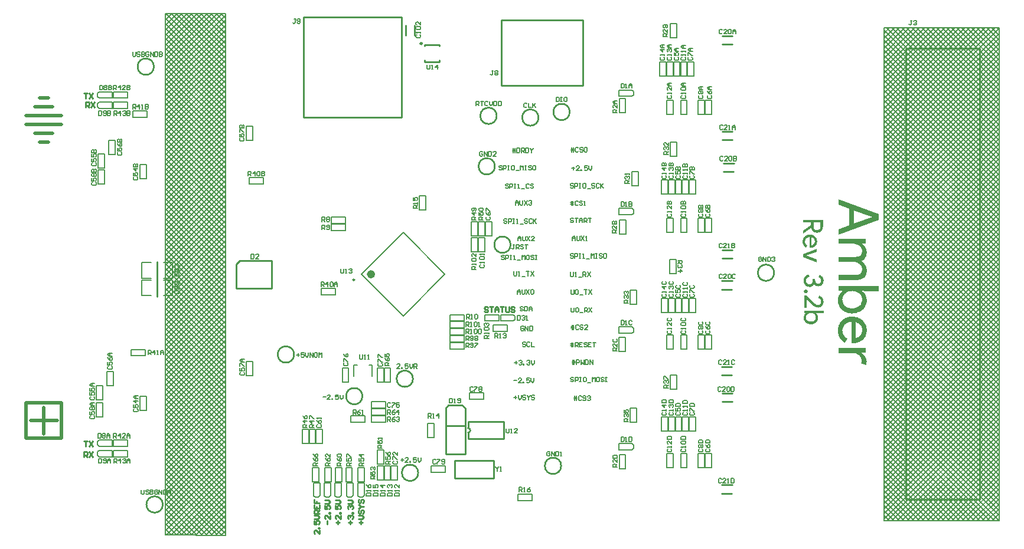
<source format=gto>
G04 Layer_Color=65535*
%FSLAX25Y25*%
%MOIN*%
G70*
G01*
G75*
%ADD10C,0.00800*%
%ADD32C,0.02000*%
%ADD35C,0.01000*%
%ADD87C,0.00984*%
%ADD88C,0.02362*%
%ADD89C,0.00787*%
G36*
X503577Y181620D02*
Y178361D01*
X481100Y169882D01*
Y173066D01*
X487173Y175251D01*
Y184694D01*
X481100Y186915D01*
Y190100D01*
X503577Y181620D01*
D02*
G37*
G36*
X468700Y160490D02*
X462721Y158231D01*
Y158194D01*
X468700Y155899D01*
Y154363D01*
X461000Y157510D01*
Y158953D01*
X468700Y162063D01*
Y160490D01*
D02*
G37*
G36*
X465146Y170097D02*
X465294Y170078D01*
X465461Y170059D01*
X465664Y170022D01*
X465868Y169985D01*
X466331Y169856D01*
X466572Y169763D01*
X466831Y169652D01*
X467071Y169541D01*
X467312Y169393D01*
X467553Y169227D01*
X467775Y169041D01*
X467793Y169023D01*
X467830Y168986D01*
X467886Y168930D01*
X467960Y168838D01*
X468052Y168745D01*
X468145Y168616D01*
X468256Y168468D01*
X468367Y168301D01*
X468460Y168116D01*
X468571Y167894D01*
X468756Y167431D01*
X468830Y167172D01*
X468885Y166894D01*
X468922Y166598D01*
X468941Y166302D01*
Y166283D01*
Y166228D01*
Y166135D01*
X468922Y166024D01*
X468904Y165876D01*
X468885Y165710D01*
X468848Y165524D01*
X468811Y165321D01*
X468663Y164895D01*
X468589Y164655D01*
X468478Y164432D01*
X468349Y164210D01*
X468200Y163988D01*
X468034Y163785D01*
X467830Y163581D01*
X467812Y163562D01*
X467775Y163544D01*
X467719Y163488D01*
X467627Y163414D01*
X467516Y163340D01*
X467367Y163266D01*
X467219Y163174D01*
X467034Y163063D01*
X466812Y162970D01*
X466590Y162878D01*
X466331Y162803D01*
X466053Y162730D01*
X465757Y162655D01*
X465442Y162600D01*
X465109Y162581D01*
X464739Y162563D01*
X464572Y162581D01*
Y168634D01*
X464461D01*
X464387Y168616D01*
X464184Y168579D01*
X463925Y168523D01*
X463628Y168431D01*
X463332Y168301D01*
X463018Y168116D01*
X462740Y167875D01*
X462703Y167838D01*
X462629Y167746D01*
X462518Y167598D01*
X462407Y167394D01*
X462277Y167135D01*
X462166Y166839D01*
X462092Y166506D01*
X462055Y166154D01*
Y166135D01*
Y166098D01*
X462074Y166024D01*
Y165932D01*
X462092Y165802D01*
X462129Y165673D01*
X462222Y165358D01*
X462296Y165191D01*
X462388Y165006D01*
X462499Y164840D01*
X462647Y164655D01*
X462795Y164469D01*
X462981Y164303D01*
X463203Y164136D01*
X463443Y163988D01*
X462814Y162692D01*
X462795D01*
X462777Y162711D01*
X462721Y162748D01*
X462647Y162785D01*
X462481Y162896D01*
X462259Y163063D01*
X462018Y163266D01*
X461759Y163525D01*
X461518Y163803D01*
X461296Y164136D01*
Y164155D01*
X461278Y164173D01*
X461241Y164229D01*
X461222Y164303D01*
X461130Y164488D01*
X461037Y164729D01*
X460926Y165043D01*
X460852Y165395D01*
X460778Y165784D01*
X460759Y166209D01*
Y166228D01*
Y166283D01*
Y166376D01*
X460778Y166487D01*
X460796Y166635D01*
X460815Y166802D01*
X460852Y166987D01*
X460907Y167190D01*
X461037Y167653D01*
X461130Y167875D01*
X461241Y168116D01*
X461370Y168357D01*
X461537Y168579D01*
X461703Y168801D01*
X461907Y169023D01*
X461926Y169041D01*
X461963Y169078D01*
X462018Y169115D01*
X462111Y169190D01*
X462240Y169282D01*
X462370Y169375D01*
X462536Y169467D01*
X462721Y169560D01*
X462907Y169671D01*
X463147Y169763D01*
X463388Y169856D01*
X463647Y169948D01*
X463925Y170022D01*
X464221Y170059D01*
X464517Y170097D01*
X464850Y170115D01*
X465017D01*
X465146Y170097D01*
D02*
G37*
G36*
X496504Y164957D02*
X494357D01*
Y164846D01*
X494394Y164808D01*
X494542Y164734D01*
X494764Y164549D01*
X495023Y164327D01*
X495283Y164068D01*
X495616Y163698D01*
X495912Y163290D01*
X496208Y162809D01*
X496245Y162735D01*
X496319Y162587D01*
X496467Y162291D01*
X496616Y161957D01*
X496727Y161550D01*
X496875Y161106D01*
X496949Y160587D01*
X496986Y160106D01*
Y160069D01*
Y160032D01*
Y159810D01*
X496949Y159513D01*
X496875Y159106D01*
X496801Y158624D01*
X496653Y158106D01*
X496467Y157588D01*
X496208Y157106D01*
X496171Y157032D01*
X496060Y156884D01*
X495875Y156662D01*
X495653Y156366D01*
X495320Y156069D01*
X494949Y155773D01*
X494505Y155477D01*
X494024Y155218D01*
X494061Y155181D01*
X494135Y155144D01*
X494283Y155033D01*
X494505Y154847D01*
X494727Y154662D01*
X494949Y154440D01*
X495246Y154144D01*
X495505Y153848D01*
X495764Y153477D01*
X496060Y153070D01*
X496282Y152626D01*
X496542Y152181D01*
X496727Y151663D01*
X496875Y151107D01*
X496949Y150552D01*
X496986Y149923D01*
Y149885D01*
Y149811D01*
Y149663D01*
X496949Y149478D01*
Y149256D01*
X496912Y148997D01*
X496801Y148404D01*
X496579Y147738D01*
X496282Y147034D01*
X495912Y146368D01*
X495653Y146071D01*
X495357Y145775D01*
X495283Y145701D01*
X495171Y145627D01*
X495060Y145553D01*
X494690Y145331D01*
X494172Y145035D01*
X493505Y144775D01*
X492690Y144553D01*
X491765Y144405D01*
X490691Y144331D01*
X481100D01*
Y147219D01*
X490617D01*
X490987Y147256D01*
X491468Y147330D01*
X491987Y147404D01*
X492505Y147553D01*
X492987Y147775D01*
X493394Y148034D01*
X493431Y148071D01*
X493542Y148182D01*
X493690Y148367D01*
X493875Y148663D01*
X494061Y149034D01*
X494209Y149478D01*
X494320Y150033D01*
X494357Y150663D01*
Y150737D01*
X494320Y150922D01*
X494283Y151256D01*
X494172Y151626D01*
X494024Y152070D01*
X493764Y152552D01*
X493394Y153033D01*
X492913Y153477D01*
X492838Y153514D01*
X492653Y153663D01*
X492357Y153811D01*
X491987Y154033D01*
X491505Y154218D01*
X490913Y154403D01*
X490283Y154551D01*
X489617Y154588D01*
X481100D01*
Y157477D01*
X490617D01*
X490987Y157514D01*
X491468Y157588D01*
X491987Y157662D01*
X492505Y157810D01*
X492987Y158032D01*
X493394Y158291D01*
X493431Y158328D01*
X493542Y158439D01*
X493690Y158624D01*
X493875Y158921D01*
X494061Y159291D01*
X494209Y159735D01*
X494320Y160291D01*
X494357Y160920D01*
Y160994D01*
X494320Y161180D01*
X494283Y161513D01*
X494172Y161883D01*
X494024Y162328D01*
X493764Y162809D01*
X493394Y163290D01*
X492913Y163735D01*
X492838Y163772D01*
X492653Y163920D01*
X492357Y164068D01*
X491987Y164290D01*
X491505Y164475D01*
X490913Y164660D01*
X490283Y164808D01*
X489617Y164846D01*
X481100D01*
Y167734D01*
X496504D01*
Y164957D01*
D02*
G37*
G36*
Y103228D02*
X493986D01*
Y103117D01*
X494024Y103079D01*
X494209Y103042D01*
X494431Y102894D01*
X494690Y102709D01*
X495023Y102487D01*
X495394Y102154D01*
X495727Y101784D01*
X496060Y101302D01*
X496097Y101228D01*
X496208Y101080D01*
X496319Y100784D01*
X496504Y100450D01*
X496653Y100043D01*
X496764Y99599D01*
X496875Y99080D01*
X496912Y98599D01*
Y98525D01*
Y98377D01*
Y98154D01*
X496875Y97858D01*
X496838Y97525D01*
X496764Y97192D01*
X496653Y96821D01*
X496542Y96488D01*
X493764Y97340D01*
Y97377D01*
X493801Y97451D01*
X493838Y97562D01*
X493875Y97747D01*
X493912Y98006D01*
X493949Y98303D01*
X493986Y98636D01*
Y99043D01*
Y99117D01*
X493949Y99302D01*
X493912Y99636D01*
X493838Y100006D01*
X493653Y100450D01*
X493431Y100932D01*
X493098Y101413D01*
X492653Y101894D01*
X492579Y101932D01*
X492431Y102080D01*
X492135Y102265D01*
X491765Y102487D01*
X491320Y102746D01*
X490802Y102931D01*
X490209Y103079D01*
X489580Y103117D01*
X481100D01*
Y106005D01*
X496504D01*
Y103228D01*
D02*
G37*
G36*
X489395Y123705D02*
X489691Y123668D01*
X490024Y123631D01*
X490432Y123557D01*
X490839Y123483D01*
X491765Y123224D01*
X492246Y123039D01*
X492765Y122817D01*
X493246Y122594D01*
X493727Y122298D01*
X494209Y121965D01*
X494653Y121595D01*
X494690Y121557D01*
X494764Y121483D01*
X494875Y121372D01*
X495023Y121187D01*
X495208Y121002D01*
X495394Y120743D01*
X495616Y120447D01*
X495838Y120113D01*
X496023Y119743D01*
X496245Y119299D01*
X496616Y118373D01*
X496764Y117854D01*
X496875Y117299D01*
X496949Y116707D01*
X496986Y116114D01*
Y116077D01*
Y115966D01*
Y115781D01*
X496949Y115559D01*
X496912Y115262D01*
X496875Y114929D01*
X496801Y114559D01*
X496727Y114152D01*
X496430Y113300D01*
X496282Y112818D01*
X496060Y112374D01*
X495801Y111930D01*
X495505Y111485D01*
X495171Y111078D01*
X494764Y110671D01*
X494727Y110634D01*
X494653Y110597D01*
X494542Y110485D01*
X494357Y110337D01*
X494135Y110189D01*
X493838Y110041D01*
X493542Y109856D01*
X493172Y109634D01*
X492727Y109449D01*
X492283Y109264D01*
X491765Y109115D01*
X491209Y108967D01*
X490617Y108819D01*
X489987Y108708D01*
X489321Y108671D01*
X488580Y108634D01*
X488247Y108671D01*
Y120780D01*
X488025D01*
X487877Y120743D01*
X487469Y120669D01*
X486951Y120558D01*
X486358Y120372D01*
X485766Y120113D01*
X485136Y119743D01*
X484581Y119262D01*
X484507Y119188D01*
X484359Y119002D01*
X484136Y118706D01*
X483914Y118299D01*
X483655Y117780D01*
X483433Y117188D01*
X483285Y116521D01*
X483211Y115818D01*
Y115781D01*
Y115707D01*
X483248Y115559D01*
Y115374D01*
X483285Y115114D01*
X483359Y114855D01*
X483544Y114225D01*
X483692Y113892D01*
X483877Y113522D01*
X484099Y113189D01*
X484396Y112818D01*
X484692Y112448D01*
X485062Y112115D01*
X485507Y111782D01*
X485988Y111485D01*
X484729Y108893D01*
X484692D01*
X484655Y108930D01*
X484544Y109004D01*
X484396Y109078D01*
X484062Y109300D01*
X483618Y109634D01*
X483137Y110041D01*
X482618Y110560D01*
X482137Y111115D01*
X481693Y111782D01*
Y111819D01*
X481656Y111856D01*
X481581Y111967D01*
X481544Y112115D01*
X481359Y112485D01*
X481174Y112967D01*
X480952Y113596D01*
X480804Y114300D01*
X480656Y115077D01*
X480619Y115929D01*
Y115966D01*
Y116077D01*
Y116262D01*
X480656Y116484D01*
X480693Y116781D01*
X480730Y117114D01*
X480804Y117484D01*
X480915Y117892D01*
X481174Y118817D01*
X481359Y119262D01*
X481581Y119743D01*
X481841Y120224D01*
X482174Y120669D01*
X482507Y121113D01*
X482914Y121557D01*
X482951Y121595D01*
X483026Y121669D01*
X483137Y121743D01*
X483322Y121891D01*
X483581Y122076D01*
X483840Y122261D01*
X484173Y122446D01*
X484544Y122631D01*
X484914Y122854D01*
X485395Y123039D01*
X485877Y123224D01*
X486395Y123409D01*
X486951Y123557D01*
X487543Y123631D01*
X488136Y123705D01*
X488802Y123742D01*
X489136D01*
X489395Y123705D01*
D02*
G37*
G36*
X503577Y138073D02*
X496504D01*
X494357Y138184D01*
Y138073D01*
X494394Y138036D01*
X494542Y137925D01*
X494764Y137740D01*
X495023Y137517D01*
X495357Y137221D01*
X495653Y136851D01*
X495949Y136407D01*
X496245Y135925D01*
X496282Y135851D01*
X496356Y135666D01*
X496467Y135407D01*
X496616Y134999D01*
X496764Y134555D01*
X496875Y134000D01*
X496949Y133444D01*
X496986Y132815D01*
Y132778D01*
Y132667D01*
Y132518D01*
X496949Y132296D01*
X496912Y132037D01*
X496875Y131741D01*
X496690Y131037D01*
X496393Y130222D01*
X496208Y129778D01*
X495986Y129371D01*
X495727Y128926D01*
X495394Y128482D01*
X495023Y128075D01*
X494616Y127667D01*
X494579Y127630D01*
X494505Y127556D01*
X494357Y127482D01*
X494172Y127334D01*
X493949Y127149D01*
X493653Y126964D01*
X493357Y126779D01*
X492987Y126557D01*
X492579Y126371D01*
X492135Y126186D01*
X491135Y125816D01*
X490580Y125668D01*
X490024Y125594D01*
X489432Y125520D01*
X488802Y125483D01*
X488469D01*
X488210Y125520D01*
X487914Y125557D01*
X487580Y125594D01*
X487210Y125668D01*
X486766Y125742D01*
X485877Y126001D01*
X485358Y126186D01*
X484877Y126408D01*
X484396Y126668D01*
X483877Y126927D01*
X483433Y127297D01*
X482951Y127667D01*
X482914Y127704D01*
X482840Y127778D01*
X482729Y127890D01*
X482581Y128038D01*
X482396Y128260D01*
X482211Y128482D01*
X481989Y128778D01*
X481804Y129112D01*
X481359Y129852D01*
X480989Y130741D01*
X480841Y131222D01*
X480730Y131704D01*
X480656Y132259D01*
X480619Y132815D01*
Y132889D01*
Y133111D01*
X480656Y133444D01*
X480693Y133851D01*
X480804Y134333D01*
X480915Y134851D01*
X481100Y135370D01*
X481322Y135925D01*
X481359Y135999D01*
X481470Y136147D01*
X481618Y136407D01*
X481841Y136703D01*
X482100Y137036D01*
X482433Y137406D01*
X482803Y137740D01*
X483211Y138073D01*
Y138184D01*
X481100D01*
Y140961D01*
X503577D01*
Y138073D01*
D02*
G37*
G36*
X470263Y135550D02*
X470318Y135531D01*
X470392Y135513D01*
X470577Y135420D01*
X470818Y135291D01*
X471077Y135143D01*
X471355Y134921D01*
X471632Y134680D01*
X471910Y134365D01*
Y134347D01*
X471947Y134328D01*
X471966Y134273D01*
X472021Y134199D01*
X472132Y134014D01*
X472262Y133755D01*
X472373Y133440D01*
X472484Y133088D01*
X472558Y132681D01*
X472595Y132237D01*
Y132218D01*
Y132163D01*
Y132089D01*
X472576Y131996D01*
Y131867D01*
X472539Y131718D01*
X472484Y131385D01*
X472373Y130997D01*
X472206Y130589D01*
X472114Y130386D01*
X471984Y130201D01*
X471854Y129997D01*
X471688Y129812D01*
X471669Y129793D01*
X471651Y129775D01*
X471595Y129719D01*
X471521Y129664D01*
X471336Y129497D01*
X471077Y129312D01*
X470762Y129146D01*
X470392Y128979D01*
X469967Y128868D01*
X469744Y128849D01*
X469504Y128831D01*
X469430D01*
X469356Y128849D01*
X469226D01*
X469097Y128886D01*
X468911Y128923D01*
X468726Y128979D01*
X468504Y129053D01*
X468264Y129146D01*
X468005Y129257D01*
X467727Y129386D01*
X467431Y129553D01*
X467116Y129756D01*
X466801Y129979D01*
X466468Y130256D01*
X466135Y130552D01*
X462970Y133699D01*
Y128701D01*
X461600D01*
Y135568D01*
X463044D01*
X465857Y132773D01*
X465876Y132755D01*
X465913Y132718D01*
X465987Y132644D01*
X466098Y132551D01*
X466209Y132440D01*
X466339Y132311D01*
X466653Y132015D01*
X467005Y131700D01*
X467357Y131367D01*
X467690Y131089D01*
X467838Y130959D01*
X467986Y130849D01*
X468023Y130830D01*
X468116Y130756D01*
X468264Y130682D01*
X468449Y130571D01*
X468671Y130478D01*
X468930Y130386D01*
X469208Y130330D01*
X469504Y130312D01*
X469615D01*
X469744Y130349D01*
X469911Y130386D01*
X470115Y130441D01*
X470300Y130552D01*
X470503Y130682D01*
X470707Y130867D01*
X470725Y130886D01*
X470781Y130959D01*
X470873Y131089D01*
X470966Y131237D01*
X471040Y131441D01*
X471133Y131681D01*
X471188Y131959D01*
X471207Y132274D01*
Y132311D01*
Y132403D01*
X471188Y132533D01*
X471151Y132718D01*
X471096Y132903D01*
X471022Y133125D01*
X470911Y133347D01*
X470762Y133551D01*
X470744Y133569D01*
X470688Y133643D01*
X470596Y133736D01*
X470466Y133829D01*
X470318Y133958D01*
X470133Y134069D01*
X469930Y134162D01*
X469707Y134236D01*
X470226Y135568D01*
X470244D01*
X470263Y135550D01*
D02*
G37*
G36*
X472836Y125703D02*
X469300D01*
X468227Y125758D01*
Y125703D01*
X468245Y125684D01*
X468319Y125629D01*
X468430Y125536D01*
X468560Y125425D01*
X468726Y125277D01*
X468874Y125092D01*
X469023Y124870D01*
X469171Y124629D01*
X469189Y124592D01*
X469226Y124499D01*
X469282Y124370D01*
X469356Y124166D01*
X469430Y123944D01*
X469485Y123667D01*
X469522Y123389D01*
X469541Y123074D01*
Y123056D01*
Y123000D01*
Y122926D01*
X469522Y122815D01*
X469504Y122686D01*
X469485Y122538D01*
X469393Y122186D01*
X469245Y121779D01*
X469152Y121556D01*
X469041Y121353D01*
X468911Y121131D01*
X468745Y120909D01*
X468560Y120705D01*
X468356Y120501D01*
X468338Y120483D01*
X468301Y120446D01*
X468227Y120409D01*
X468134Y120335D01*
X468023Y120242D01*
X467875Y120150D01*
X467727Y120057D01*
X467542Y119946D01*
X467338Y119853D01*
X467116Y119761D01*
X466616Y119576D01*
X466339Y119502D01*
X466061Y119465D01*
X465765Y119428D01*
X465450Y119409D01*
X465283D01*
X465154Y119428D01*
X465006Y119446D01*
X464839Y119465D01*
X464654Y119502D01*
X464432Y119539D01*
X463988Y119668D01*
X463729Y119761D01*
X463488Y119872D01*
X463247Y120002D01*
X462988Y120131D01*
X462766Y120316D01*
X462526Y120501D01*
X462507Y120520D01*
X462470Y120557D01*
X462414Y120612D01*
X462340Y120686D01*
X462248Y120798D01*
X462155Y120909D01*
X462044Y121057D01*
X461952Y121223D01*
X461730Y121593D01*
X461545Y122038D01*
X461470Y122278D01*
X461415Y122519D01*
X461378Y122797D01*
X461359Y123074D01*
Y123111D01*
Y123222D01*
X461378Y123389D01*
X461396Y123592D01*
X461452Y123833D01*
X461507Y124092D01*
X461600Y124351D01*
X461711Y124629D01*
X461730Y124666D01*
X461785Y124740D01*
X461859Y124870D01*
X461970Y125018D01*
X462100Y125184D01*
X462266Y125370D01*
X462452Y125536D01*
X462655Y125703D01*
Y125758D01*
X461600D01*
Y127146D01*
X472836D01*
Y125703D01*
D02*
G37*
G36*
X464580Y146304D02*
X464562D01*
X464543Y146286D01*
X464432Y146249D01*
X464265Y146193D01*
X464062Y146101D01*
X463840Y145990D01*
X463618Y145842D01*
X463396Y145675D01*
X463192Y145471D01*
X463173Y145453D01*
X463118Y145360D01*
X463044Y145249D01*
X462970Y145083D01*
X462877Y144879D01*
X462803Y144657D01*
X462748Y144379D01*
X462729Y144102D01*
Y144083D01*
Y144065D01*
Y143954D01*
X462766Y143787D01*
X462803Y143583D01*
X462859Y143343D01*
X462951Y143084D01*
X463081Y142824D01*
X463266Y142565D01*
X463284Y142547D01*
X463377Y142473D01*
X463488Y142362D01*
X463655Y142251D01*
X463858Y142140D01*
X464080Y142028D01*
X464358Y141954D01*
X464636Y141936D01*
X464673D01*
X464765Y141954D01*
X464913Y141973D01*
X465117Y142010D01*
X465320Y142103D01*
X465543Y142214D01*
X465783Y142380D01*
X465987Y142602D01*
X466005Y142639D01*
X466079Y142713D01*
X466172Y142861D01*
X466264Y143046D01*
X466376Y143269D01*
X466450Y143528D01*
X466524Y143824D01*
X466542Y144157D01*
Y145083D01*
X467893D01*
Y144268D01*
Y144250D01*
Y144231D01*
Y144120D01*
X467912Y143972D01*
X467949Y143768D01*
X468005Y143546D01*
X468097Y143306D01*
X468208Y143084D01*
X468375Y142861D01*
X468393Y142843D01*
X468467Y142769D01*
X468560Y142676D01*
X468708Y142584D01*
X468893Y142473D01*
X469097Y142399D01*
X469337Y142325D01*
X469615Y142306D01*
X469726D01*
X469874Y142325D01*
X470022Y142362D01*
X470207Y142436D01*
X470411Y142528D01*
X470596Y142658D01*
X470762Y142824D01*
X470781Y142843D01*
X470836Y142917D01*
X470911Y143028D01*
X470985Y143195D01*
X471059Y143380D01*
X471133Y143620D01*
X471188Y143898D01*
X471207Y144194D01*
Y144213D01*
Y144250D01*
Y144324D01*
X471188Y144416D01*
X471170Y144527D01*
X471133Y144657D01*
X471040Y144935D01*
X470966Y145101D01*
X470873Y145249D01*
X470762Y145416D01*
X470614Y145564D01*
X470466Y145712D01*
X470281Y145842D01*
X470059Y145953D01*
X469818Y146064D01*
X470374Y147396D01*
X470392D01*
X470411Y147378D01*
X470466Y147359D01*
X470540Y147322D01*
X470725Y147248D01*
X470948Y147119D01*
X471207Y146952D01*
X471484Y146748D01*
X471743Y146489D01*
X471984Y146193D01*
Y146175D01*
X472003Y146156D01*
X472077Y146045D01*
X472169Y145860D01*
X472299Y145619D01*
X472410Y145323D01*
X472502Y144990D01*
X472576Y144601D01*
X472595Y144194D01*
Y144176D01*
Y144139D01*
Y144065D01*
X472576Y143954D01*
Y143824D01*
X472558Y143694D01*
X472484Y143361D01*
X472391Y142973D01*
X472243Y142584D01*
X472021Y142177D01*
X471892Y141973D01*
X471743Y141788D01*
Y141769D01*
X471706Y141751D01*
X471595Y141640D01*
X471410Y141492D01*
X471170Y141307D01*
X470873Y141121D01*
X470503Y140973D01*
X470078Y140862D01*
X469855Y140844D01*
X469615Y140825D01*
X469467D01*
X469356Y140844D01*
X469226Y140862D01*
X469078Y140899D01*
X468745Y141010D01*
X468560Y141085D01*
X468375Y141177D01*
X468190Y141288D01*
X467986Y141436D01*
X467801Y141603D01*
X467634Y141788D01*
X467468Y142010D01*
X467320Y142269D01*
X467246D01*
Y142251D01*
X467227Y142232D01*
X467171Y142121D01*
X467098Y141973D01*
X466986Y141788D01*
X466838Y141566D01*
X466653Y141362D01*
X466431Y141140D01*
X466190Y140955D01*
X466153Y140936D01*
X466079Y140881D01*
X465931Y140807D01*
X465746Y140714D01*
X465506Y140622D01*
X465246Y140548D01*
X464950Y140492D01*
X464636Y140474D01*
X464506D01*
X464395Y140492D01*
X464284Y140511D01*
X464136Y140529D01*
X463821Y140603D01*
X463451Y140733D01*
X463247Y140807D01*
X463044Y140918D01*
X462859Y141048D01*
X462655Y141177D01*
X462470Y141344D01*
X462285Y141529D01*
X462266Y141547D01*
X462248Y141584D01*
X462192Y141640D01*
X462137Y141714D01*
X462063Y141806D01*
X461989Y141936D01*
X461915Y142084D01*
X461822Y142232D01*
X461656Y142621D01*
X461507Y143046D01*
X461396Y143546D01*
X461378Y143824D01*
X461359Y144102D01*
Y144120D01*
Y144157D01*
Y144213D01*
X461378Y144305D01*
Y144416D01*
X461396Y144527D01*
X461452Y144824D01*
X461526Y145157D01*
X461656Y145527D01*
X461822Y145916D01*
X462063Y146286D01*
X462081Y146304D01*
X462100Y146323D01*
X462192Y146452D01*
X462359Y146619D01*
X462600Y146823D01*
X462877Y147045D01*
X463210Y147267D01*
X463599Y147452D01*
X464025Y147618D01*
X464580Y146304D01*
D02*
G37*
G36*
X462729Y139067D02*
X462840Y139048D01*
X462951Y139011D01*
X463081Y138956D01*
X463210Y138882D01*
X463321Y138771D01*
X463340Y138752D01*
X463377Y138715D01*
X463414Y138641D01*
X463488Y138549D01*
X463544Y138438D01*
X463581Y138308D01*
X463618Y138178D01*
X463636Y138012D01*
Y137993D01*
Y137938D01*
X463618Y137845D01*
X463599Y137734D01*
X463562Y137623D01*
X463507Y137494D01*
X463433Y137364D01*
X463321Y137253D01*
X463303Y137234D01*
X463266Y137197D01*
X463210Y137160D01*
X463118Y137086D01*
X463007Y137031D01*
X462877Y136994D01*
X462729Y136957D01*
X462563Y136938D01*
X462489D01*
X462414Y136957D01*
X462303Y136975D01*
X462174Y137012D01*
X462063Y137068D01*
X461933Y137142D01*
X461804Y137253D01*
X461785Y137271D01*
X461767Y137308D01*
X461711Y137364D01*
X461656Y137457D01*
X461600Y137568D01*
X461563Y137697D01*
X461526Y137845D01*
X461507Y138012D01*
Y138030D01*
Y138086D01*
X461526Y138160D01*
X461545Y138271D01*
X461582Y138400D01*
X461637Y138512D01*
X461711Y138641D01*
X461804Y138771D01*
X461822Y138789D01*
X461859Y138826D01*
X461933Y138863D01*
X462026Y138919D01*
X462137Y138993D01*
X462266Y139030D01*
X462396Y139067D01*
X462563Y139085D01*
X462637D01*
X462729Y139067D01*
D02*
G37*
G36*
X472236Y174668D02*
Y174650D01*
Y174594D01*
Y174520D01*
X472217Y174428D01*
X472198Y174298D01*
X472180Y174150D01*
X472124Y173817D01*
X471995Y173428D01*
X471828Y173003D01*
X471717Y172799D01*
X471588Y172595D01*
X471440Y172392D01*
X471273Y172188D01*
X471254Y172170D01*
X471236Y172151D01*
X471180Y172096D01*
X471106Y172021D01*
X471014Y171948D01*
X470903Y171855D01*
X470625Y171670D01*
X470273Y171485D01*
X469866Y171318D01*
X469404Y171189D01*
X469163Y171170D01*
X468904Y171151D01*
X468793D01*
X468700Y171170D01*
X468608D01*
X468497Y171189D01*
X468200Y171244D01*
X467886Y171337D01*
X467534Y171466D01*
X467182Y171651D01*
X466831Y171910D01*
X466812D01*
X466794Y171948D01*
X466683Y172040D01*
X466535Y172207D01*
X466349Y172429D01*
X466146Y172706D01*
X465961Y173040D01*
X465794Y173410D01*
X465683Y173836D01*
X465627Y173872D01*
X461056Y170707D01*
X461000D01*
Y172429D01*
X465554Y175464D01*
Y177056D01*
X461000D01*
Y178500D01*
X472236D01*
Y174668D01*
D02*
G37*
%LPC*%
G36*
X489876Y183731D02*
Y176251D01*
X500022Y179917D01*
Y180065D01*
X489876Y183731D01*
D02*
G37*
G36*
X465776Y168523D02*
Y164099D01*
X465813D01*
X465905Y164118D01*
X466053Y164155D01*
X466238Y164210D01*
X466442Y164303D01*
X466664Y164414D01*
X466886Y164562D01*
X467090Y164766D01*
X467108Y164784D01*
X467182Y164877D01*
X467256Y165006D01*
X467367Y165173D01*
X467460Y165395D01*
X467553Y165673D01*
X467608Y165987D01*
X467627Y166339D01*
Y166376D01*
Y166469D01*
X467608Y166635D01*
X467571Y166820D01*
X467497Y167042D01*
X467405Y167283D01*
X467275Y167524D01*
X467108Y167746D01*
X467090Y167764D01*
X467016Y167838D01*
X466905Y167949D01*
X466757Y168060D01*
X466572Y168190D01*
X466331Y168319D01*
X466072Y168431D01*
X465776Y168523D01*
D02*
G37*
G36*
X490654Y120558D02*
Y111707D01*
X490728D01*
X490913Y111744D01*
X491209Y111819D01*
X491579Y111930D01*
X491987Y112115D01*
X492431Y112337D01*
X492875Y112633D01*
X493283Y113041D01*
X493320Y113078D01*
X493468Y113263D01*
X493616Y113522D01*
X493838Y113855D01*
X494024Y114300D01*
X494209Y114855D01*
X494320Y115484D01*
X494357Y116188D01*
Y116262D01*
Y116447D01*
X494320Y116781D01*
X494246Y117151D01*
X494098Y117595D01*
X493912Y118077D01*
X493653Y118558D01*
X493320Y119002D01*
X493283Y119039D01*
X493135Y119188D01*
X492913Y119410D01*
X492616Y119632D01*
X492246Y119891D01*
X491765Y120150D01*
X491246Y120372D01*
X490654Y120558D01*
D02*
G37*
G36*
X488802Y138184D02*
X488580D01*
X488395Y138147D01*
X488173D01*
X487951Y138110D01*
X487358Y137999D01*
X486729Y137851D01*
X486062Y137592D01*
X485395Y137258D01*
X484766Y136814D01*
X484692Y136740D01*
X484507Y136555D01*
X484285Y136258D01*
X483988Y135851D01*
X483692Y135333D01*
X483470Y134740D01*
X483285Y134037D01*
X483211Y133296D01*
Y133259D01*
Y133185D01*
Y133111D01*
X483248Y132963D01*
X483285Y132555D01*
X483396Y132074D01*
X483618Y131518D01*
X483877Y130963D01*
X484285Y130371D01*
X484507Y130074D01*
X484803Y129815D01*
X484877Y129741D01*
X485062Y129593D01*
X485432Y129371D01*
X485877Y129075D01*
X486432Y128815D01*
X487136Y128593D01*
X487914Y128445D01*
X488802Y128371D01*
X489024D01*
X489210Y128408D01*
X489395D01*
X489654Y128445D01*
X490209Y128556D01*
X490839Y128704D01*
X491505Y128963D01*
X492135Y129334D01*
X492765Y129815D01*
X492802D01*
X492838Y129889D01*
X493024Y130074D01*
X493283Y130371D01*
X493579Y130778D01*
X493838Y131296D01*
X494098Y131889D01*
X494283Y132555D01*
X494357Y132926D01*
Y133296D01*
Y133333D01*
Y133370D01*
Y133481D01*
X494320Y133629D01*
X494283Y134037D01*
X494172Y134518D01*
X493986Y135073D01*
X493690Y135666D01*
X493283Y136258D01*
X493061Y136555D01*
X492765Y136814D01*
X492690Y136888D01*
X492468Y137036D01*
X492135Y137258D01*
X491691Y137480D01*
X491098Y137740D01*
X490432Y137962D01*
X489654Y138110D01*
X488802Y138184D01*
D02*
G37*
G36*
X465450Y125758D02*
X465339D01*
X465246Y125740D01*
X465135D01*
X465024Y125721D01*
X464728Y125666D01*
X464413Y125592D01*
X464080Y125462D01*
X463747Y125295D01*
X463433Y125073D01*
X463396Y125036D01*
X463303Y124944D01*
X463192Y124796D01*
X463044Y124592D01*
X462896Y124333D01*
X462785Y124037D01*
X462692Y123685D01*
X462655Y123315D01*
Y123296D01*
Y123259D01*
Y123222D01*
X462674Y123148D01*
X462692Y122945D01*
X462748Y122704D01*
X462859Y122426D01*
X462988Y122149D01*
X463192Y121853D01*
X463303Y121704D01*
X463451Y121575D01*
X463488Y121538D01*
X463581Y121464D01*
X463766Y121353D01*
X463988Y121205D01*
X464265Y121075D01*
X464617Y120964D01*
X465006Y120890D01*
X465450Y120853D01*
X465561D01*
X465654Y120872D01*
X465746D01*
X465876Y120890D01*
X466153Y120946D01*
X466468Y121020D01*
X466801Y121149D01*
X467116Y121334D01*
X467431Y121575D01*
X467449D01*
X467468Y121612D01*
X467560Y121704D01*
X467690Y121853D01*
X467838Y122056D01*
X467967Y122315D01*
X468097Y122611D01*
X468190Y122945D01*
X468227Y123130D01*
Y123315D01*
Y123333D01*
Y123352D01*
Y123407D01*
X468208Y123482D01*
X468190Y123685D01*
X468134Y123926D01*
X468042Y124203D01*
X467893Y124499D01*
X467690Y124796D01*
X467579Y124944D01*
X467431Y125073D01*
X467394Y125110D01*
X467283Y125184D01*
X467116Y125295D01*
X466894Y125407D01*
X466598Y125536D01*
X466264Y125647D01*
X465876Y125721D01*
X465450Y125758D01*
D02*
G37*
G36*
X470866Y177056D02*
X466905D01*
Y174742D01*
Y174724D01*
Y174705D01*
X466923Y174594D01*
X466942Y174428D01*
X466979Y174224D01*
X467053Y173984D01*
X467145Y173743D01*
X467293Y173484D01*
X467479Y173243D01*
X467497Y173225D01*
X467590Y173151D01*
X467701Y173058D01*
X467867Y172929D01*
X468071Y172817D01*
X468330Y172725D01*
X468608Y172651D01*
X468904Y172632D01*
X469033D01*
X469181Y172669D01*
X469367Y172706D01*
X469589Y172780D01*
X469811Y172873D01*
X470051Y173021D01*
X470273Y173206D01*
X470292Y173225D01*
X470366Y173317D01*
X470459Y173428D01*
X470570Y173595D01*
X470681Y173817D01*
X470773Y174058D01*
X470847Y174335D01*
X470866Y174650D01*
Y177056D01*
D02*
G37*
%LPD*%
D10*
X556213Y286968D02*
X571654Y271528D01*
X553385Y286968D02*
X571654Y268699D01*
X561870Y286968D02*
X571654Y277185D01*
X559042Y286968D02*
X571654Y274356D01*
X544900Y286968D02*
X571654Y260214D01*
X542071Y286968D02*
X571654Y257386D01*
X550557Y286968D02*
X571654Y265871D01*
X547728Y286968D02*
X571654Y263042D01*
X530758Y286968D02*
X571654Y246072D01*
X527929Y286968D02*
X571654Y243243D01*
X539243Y286968D02*
X571654Y254557D01*
X536414Y286968D02*
X571654Y251729D01*
X519444Y286968D02*
X571654Y234758D01*
X516615Y286968D02*
X571654Y231930D01*
X525101Y286968D02*
X571654Y240415D01*
X522272Y286968D02*
X571654Y237587D01*
X564699Y286968D02*
X571654Y280013D01*
X533586Y286968D02*
X571654Y248900D01*
X570356Y286968D02*
X571654Y285670D01*
X567527Y286968D02*
X571654Y282841D01*
X506693Y260121D02*
X571654Y195160D01*
X506693Y193296D02*
X571654Y258257D01*
X513787Y286968D02*
X571654Y229101D01*
X506693Y196124D02*
X571654Y261085D01*
X506693Y254464D02*
X571654Y189503D01*
X506693Y187639D02*
X571654Y252600D01*
X506693Y257292D02*
X571654Y192332D01*
X506693Y190468D02*
X571654Y255428D01*
X506693Y184811D02*
X571654Y249771D01*
X506693Y248807D02*
X571654Y183846D01*
X506693Y251636D02*
X571654Y186675D01*
X506693Y247036D02*
X546625Y286968D01*
X506693Y244208D02*
X549453Y286968D01*
X506693Y252693D02*
X540968Y286968D01*
X506693Y249865D02*
X543796Y286968D01*
X510958D02*
X571654Y226273D01*
X508130Y286968D02*
X571654Y223444D01*
X506693Y241379D02*
X552281Y286968D01*
X506693Y227237D02*
X566424Y286968D01*
X506693Y275321D02*
X518340Y286968D01*
X506693Y272492D02*
X521169Y286968D01*
X506693Y286634D02*
X507027Y286968D01*
X506693Y278149D02*
X515512Y286968D01*
X506693Y232894D02*
X560767Y286968D01*
X506693Y230066D02*
X563595Y286968D01*
X506693Y238551D02*
X555110Y286968D01*
X506693Y235722D02*
X557938Y286968D01*
X506693Y271434D02*
X571654Y206474D01*
X506693Y204610D02*
X571654Y269570D01*
X506693Y264007D02*
X529654Y286968D01*
X506693Y207438D02*
X571654Y272399D01*
X506693Y265778D02*
X571654Y200817D01*
X506693Y198953D02*
X571654Y263914D01*
X506693Y268606D02*
X571654Y203645D01*
X506693Y201781D02*
X571654Y266742D01*
X506693Y269664D02*
X523997Y286968D01*
X506693Y266835D02*
X526826Y286968D01*
X506693Y283806D02*
X509855Y286968D01*
X506693Y280977D02*
X512683Y286968D01*
X506693Y258350D02*
X535311Y286968D01*
X506693Y255521D02*
X538139Y286968D01*
X506693Y261178D02*
X532482Y286968D01*
X516786Y8228D02*
X571654Y63095D01*
X519615Y8228D02*
X571654Y60267D01*
X511129Y8228D02*
X571654Y68752D01*
X513958Y8228D02*
X571654Y65924D01*
Y8228D02*
Y286968D01*
X528100Y8228D02*
X571654Y51781D01*
X522443Y8228D02*
X571654Y57438D01*
X525272Y8228D02*
X571654Y54610D01*
X506693Y200724D02*
X571654Y135763D01*
X506693Y133899D02*
X571654Y198860D01*
X506693Y203552D02*
X571654Y138592D01*
X506693Y136727D02*
X571654Y201688D01*
X508301Y8228D02*
X571654Y71580D01*
X508301Y8228D02*
X571654Y71580D01*
X506693Y197895D02*
X571654Y132935D01*
X506693Y131071D02*
X571654Y196031D01*
X556384Y8228D02*
X571654Y23497D01*
X559213Y8228D02*
X571654Y20669D01*
X550727Y8228D02*
X571654Y29154D01*
X553556Y8228D02*
X571654Y26326D01*
X567698Y8228D02*
X571654Y12183D01*
X570526Y8228D02*
X571654Y9355D01*
X562041Y8228D02*
X571654Y17840D01*
X564870Y8228D02*
X571654Y15012D01*
X536585Y8228D02*
X571654Y43296D01*
X539414Y8228D02*
X571654Y40468D01*
X530928Y8228D02*
X571654Y48953D01*
X533757Y8228D02*
X571654Y46125D01*
X545071Y8228D02*
X571654Y34811D01*
X547899Y8228D02*
X571654Y31982D01*
X542242Y8228D02*
X571654Y37639D01*
X506693Y167840D02*
X571654Y232801D01*
X506693Y231837D02*
X571654Y166876D01*
X506693Y170669D02*
X571654Y235629D01*
X506693Y234665D02*
X571654Y169704D01*
X506693Y162183D02*
X571654Y227144D01*
X506693Y226180D02*
X571654Y161219D01*
X506693Y165012D02*
X571654Y229972D01*
X506693Y229008D02*
X571654Y164047D01*
X506693Y179154D02*
X571654Y244115D01*
X506693Y243150D02*
X571654Y178190D01*
X506693Y181982D02*
X571654Y246943D01*
X506693Y245979D02*
X571654Y181018D01*
X506693Y173497D02*
X571654Y238458D01*
X506693Y237493D02*
X571654Y172533D01*
X506693Y176326D02*
X571654Y241286D01*
X506693Y240322D02*
X571654Y175361D01*
X506693Y212037D02*
X571654Y147077D01*
X506693Y145213D02*
X571654Y210173D01*
X506693Y214866D02*
X571654Y149905D01*
X506693Y148041D02*
X571654Y213002D01*
X506693Y206381D02*
X571654Y141420D01*
X506693Y139556D02*
X571654Y204517D01*
X506693Y209209D02*
X571654Y144248D01*
X506693Y142384D02*
X571654Y207345D01*
X506693Y156527D02*
X571654Y221487D01*
X506693Y220523D02*
X571654Y155562D01*
X506693Y159355D02*
X571654Y224316D01*
X506693Y223351D02*
X571654Y158390D01*
X506693Y217694D02*
X571654Y152734D01*
X506693Y150870D02*
X571654Y215830D01*
X506693Y153698D02*
X571654Y218659D01*
X506693Y274263D02*
X571654Y209302D01*
X506693Y262949D02*
X571654Y197989D01*
X506693Y277091D02*
X571654Y212131D01*
X506693Y210267D02*
X571654Y275227D01*
X506693Y192238D02*
X571654Y127278D01*
X506693Y125414D02*
X571654Y190374D01*
X506693Y195067D02*
X571654Y130106D01*
X506693Y128242D02*
X571654Y193203D01*
X506693Y285577D02*
X571654Y220616D01*
X506693Y218752D02*
X571654Y283713D01*
X506693Y286968D02*
X571654D01*
X506693Y221580D02*
X571654Y286541D01*
X506693Y279920D02*
X571654Y214959D01*
X506693Y213095D02*
X571654Y278056D01*
X506693Y282748D02*
X571654Y217788D01*
X506693Y215924D02*
X571654Y280884D01*
X506693Y111272D02*
X571654Y176232D01*
X506693Y175268D02*
X571654Y110307D01*
X506693Y114100D02*
X571654Y179061D01*
X506693Y178096D02*
X571654Y113136D01*
X506693Y105615D02*
X571654Y170575D01*
X506693Y169611D02*
X571654Y104650D01*
X506693Y108443D02*
X571654Y173404D01*
X506693Y172439D02*
X571654Y107479D01*
X506693Y186582D02*
X571654Y121621D01*
X506693Y119757D02*
X571654Y184718D01*
X506693Y189410D02*
X571654Y124449D01*
X506693Y122585D02*
X571654Y187546D01*
X506693Y116929D02*
X571654Y181889D01*
X506693Y180925D02*
X571654Y115964D01*
X506693Y183753D02*
X571654Y118792D01*
X506693Y155469D02*
X571654Y90508D01*
X506693Y88644D02*
X571654Y153605D01*
X506693Y158297D02*
X571654Y93337D01*
X506693Y91473D02*
X571654Y156433D01*
X506693Y149812D02*
X571654Y84851D01*
X506693Y82987D02*
X571654Y147948D01*
X506693Y152640D02*
X571654Y87680D01*
X506693Y85816D02*
X571654Y150776D01*
X506693Y166783D02*
X571654Y101822D01*
X506693Y99958D02*
X571654Y164918D01*
X506693Y224409D02*
X569252Y286968D01*
X506693Y102786D02*
X571654Y167747D01*
X506693Y161126D02*
X571654Y96165D01*
X506693Y94301D02*
X571654Y159262D01*
X506693Y163954D02*
X571654Y98993D01*
X506693Y97129D02*
X571654Y162090D01*
X506693Y68845D02*
X571654Y133806D01*
X506693Y132841D02*
X571654Y67881D01*
X506693Y71674D02*
X571654Y136634D01*
X506693Y135670D02*
X571654Y70709D01*
X506693Y63188D02*
X571654Y128149D01*
X506693Y127184D02*
X571654Y62224D01*
X506693Y66017D02*
X571654Y130977D01*
X506693Y130013D02*
X571654Y65052D01*
X506693Y144155D02*
X571654Y79194D01*
X506693Y77330D02*
X571654Y142291D01*
X506693Y146984D02*
X571654Y82023D01*
X506693Y80159D02*
X571654Y145120D01*
X506693Y74502D02*
X571654Y139463D01*
X506693Y138498D02*
X571654Y73538D01*
X506693Y141327D02*
X571654Y76366D01*
X506693Y46218D02*
X571654Y111178D01*
X506693Y110214D02*
X571654Y45253D01*
X506693Y49046D02*
X571654Y114007D01*
X506693Y113042D02*
X571654Y48082D01*
X506693Y40561D02*
X571654Y105522D01*
X506693Y104557D02*
X571654Y39597D01*
X506693Y43389D02*
X571654Y108350D01*
X506693Y107386D02*
X571654Y42425D01*
X506693Y57531D02*
X571654Y122492D01*
X506693Y121528D02*
X571654Y56567D01*
X506693Y60360D02*
X571654Y125320D01*
X506693Y124356D02*
X571654Y59395D01*
X506693Y51875D02*
X571654Y116835D01*
X506693Y115871D02*
X571654Y50910D01*
X506693Y54703D02*
X571654Y119664D01*
X506693Y118699D02*
X571654Y53739D01*
X506693Y90415D02*
X571654Y25454D01*
X506693Y23590D02*
X571654Y88551D01*
X506693Y93243D02*
X571654Y28283D01*
X506693Y26419D02*
X571654Y91379D01*
X506693Y84758D02*
X571654Y19797D01*
X506693Y17933D02*
X571654Y82894D01*
X506693Y87586D02*
X571654Y22626D01*
X506693Y20762D02*
X571654Y85723D01*
X506693Y34904D02*
X571654Y99865D01*
X506693Y98900D02*
X571654Y33940D01*
X506693Y37732D02*
X571654Y102693D01*
X506693Y101729D02*
X571654Y36768D01*
X506693Y96072D02*
X571654Y31111D01*
X506693Y29247D02*
X571654Y94208D01*
X506693Y32076D02*
X571654Y97036D01*
X506693Y70616D02*
X569081Y8228D01*
X506693Y67788D02*
X566253Y8228D01*
X506693Y64959D02*
X563424Y8228D01*
X506693Y62131D02*
X560596Y8228D01*
X506693Y59302D02*
X557767Y8228D01*
X506693Y56474D02*
X554939Y8228D01*
X506693Y53645D02*
X552111Y8228D01*
X506693Y50817D02*
X549282Y8228D01*
X506693Y79101D02*
X571654Y14141D01*
X506693Y12277D02*
X571654Y77237D01*
X506693Y81930D02*
X571654Y16969D01*
X506693Y15105D02*
X571654Y80066D01*
X506693Y76273D02*
X571654Y11312D01*
X506693Y9448D02*
X571654Y74409D01*
X506693Y8228D02*
Y286968D01*
Y73444D02*
X571654Y8484D01*
X506693Y28190D02*
X526655Y8228D01*
X506693Y25361D02*
X523826Y8228D01*
X506693Y22533D02*
X520998Y8228D01*
X506693Y19704D02*
X518169Y8228D01*
X506693Y16876D02*
X515341Y8228D01*
X506693D02*
X571654D01*
X506693Y14047D02*
X512513Y8228D01*
X506693Y11219D02*
X509684Y8228D01*
X506693Y47989D02*
X546454Y8228D01*
X506693Y45160D02*
X543625Y8228D01*
X506693Y42332D02*
X540797Y8228D01*
X506693Y39503D02*
X537968Y8228D01*
X506693Y36675D02*
X535140Y8228D01*
X506693Y33846D02*
X532312Y8228D01*
X506693Y31018D02*
X529483Y8228D01*
X126864Y294882D02*
X135087Y286658D01*
X124035Y294882D02*
X135087Y283830D01*
X132521Y294882D02*
X135087Y292315D01*
X129692Y294882D02*
X135087Y289487D01*
X115550Y294882D02*
X135087Y275344D01*
X112722Y294882D02*
X135087Y272516D01*
X121207Y294882D02*
X135087Y281001D01*
X118378Y294882D02*
X135087Y278173D01*
X104236Y294882D02*
X135087Y264031D01*
X101408Y294882D02*
X135087Y261202D01*
X109893Y294882D02*
X135087Y269688D01*
X107065Y294882D02*
X135087Y266859D01*
X101181Y292280D02*
X135087Y258374D01*
X101181Y257303D02*
X135087Y291210D01*
X101181Y260132D02*
X135087Y294038D01*
X101181Y217705D02*
X135087Y251611D01*
X101181Y249854D02*
X135087Y215948D01*
X101181Y245989D02*
X135087Y279896D01*
X101181Y278138D02*
X135087Y244232D01*
X101181Y212048D02*
X135087Y245955D01*
X101181Y244197D02*
X135087Y210291D01*
X101181Y214877D02*
X135087Y248783D01*
X101181Y247025D02*
X135087Y213119D01*
X101181Y286623D02*
X135087Y252717D01*
X101181Y251646D02*
X135087Y285553D01*
X101181Y289452D02*
X135087Y255545D01*
X101181Y254475D02*
X135087Y288381D01*
X101181Y248818D02*
X135087Y282724D01*
X101181Y280966D02*
X135087Y247060D01*
X101181Y283795D02*
X135087Y249889D01*
X101181Y285588D02*
X110475Y294882D01*
X101181Y282759D02*
X113304Y294882D01*
X101181Y294073D02*
X101990Y294882D01*
X101181Y291244D02*
X104819Y294882D01*
X101181Y275310D02*
X135087Y241403D01*
X101181Y240333D02*
X135087Y274239D01*
X101181Y279931D02*
X116132Y294882D01*
X101181Y243161D02*
X135087Y277067D01*
X101181Y274274D02*
X121789Y294882D01*
X101181Y271445D02*
X124618Y294882D01*
X101181Y288416D02*
X107647Y294882D01*
X101181Y277102D02*
X118961Y294882D01*
X101181Y265789D02*
X130274Y294882D01*
X101181Y262960D02*
X133103Y294882D01*
X101181Y268617D02*
X127446Y294882D01*
X101181Y209220D02*
X135087Y243126D01*
X101181Y241369D02*
X135087Y207462D01*
X101181Y220534D02*
X135087Y254440D01*
X101181Y252682D02*
X135087Y218776D01*
X101181Y203563D02*
X135087Y237469D01*
X101181Y235712D02*
X135087Y201805D01*
X101181Y206392D02*
X135087Y240298D01*
X101181Y238540D02*
X135087Y204634D01*
X101181Y269653D02*
X135087Y235747D01*
X101181Y266824D02*
X135087Y232918D01*
X101181Y272481D02*
X135087Y238575D01*
X101181Y237504D02*
X135087Y271410D01*
X101181Y223362D02*
X135087Y257268D01*
X101181Y255511D02*
X135087Y221604D01*
X101181Y226190D02*
X135087Y260097D01*
X101181Y190457D02*
X135087Y156551D01*
X101181Y155480D02*
X135087Y189386D01*
X101181Y193285D02*
X135087Y159379D01*
X101181Y158308D02*
X135087Y192215D01*
Y135D02*
Y294882D01*
X101181Y184800D02*
X135087Y150894D01*
X101181Y187628D02*
X135087Y153722D01*
X101181Y152651D02*
X135087Y186558D01*
X101181Y146994D02*
X135087Y180901D01*
X101181Y179143D02*
X135087Y145237D01*
X101181Y149823D02*
X135087Y183729D01*
X101181Y181972D02*
X135087Y148065D01*
X101181Y176315D02*
X135087Y142408D01*
X101181Y141338D02*
X135087Y175244D01*
X101181Y144166D02*
X135087Y178072D01*
X118516Y280D02*
X135087Y16852D01*
X121319Y255D02*
X135087Y14023D01*
X112908Y329D02*
X135087Y22509D01*
X115712Y305D02*
X135087Y19680D01*
X129731Y182D02*
X135087Y5538D01*
X132535Y157D02*
X135087Y2710D01*
X124123Y231D02*
X135087Y11195D01*
X126927Y206D02*
X135087Y8366D01*
X101692Y427D02*
X135087Y33822D01*
X101692Y427D02*
X135087Y33822D01*
X101181Y173486D02*
X135087Y139580D01*
X101181Y170658D02*
X135087Y136751D01*
X107300Y378D02*
X135087Y28166D01*
X110104Y354D02*
X135087Y25337D01*
X104496Y403D02*
X135087Y30994D01*
X101181Y221569D02*
X135087Y187663D01*
X101181Y186592D02*
X135087Y220499D01*
X101181Y224398D02*
X135087Y190492D01*
X101181Y189421D02*
X135087Y223327D01*
X101181Y215913D02*
X135087Y182006D01*
X101181Y180936D02*
X135087Y214842D01*
X101181Y218741D02*
X135087Y184835D01*
X101181Y183764D02*
X135087Y217670D01*
X101181Y197906D02*
X135087Y231813D01*
X101181Y230055D02*
X135087Y196149D01*
X101181Y200735D02*
X135087Y234641D01*
X101181Y232883D02*
X135087Y198977D01*
X101181Y227226D02*
X135087Y193320D01*
X101181Y192249D02*
X135087Y226156D01*
X101181Y195078D02*
X135087Y228984D01*
X101181Y166794D02*
X135087Y200700D01*
X101181Y198942D02*
X135087Y165036D01*
X101181Y169622D02*
X135087Y203528D01*
X101181Y201770D02*
X135087Y167864D01*
X101181Y196114D02*
X135087Y162207D01*
X101181Y161137D02*
X135087Y195043D01*
X101181Y163965D02*
X135087Y197871D01*
X101181Y210256D02*
X135087Y176349D01*
X101181Y175279D02*
X135087Y209185D01*
X101181Y213084D02*
X135087Y179178D01*
X101181Y178107D02*
X135087Y212014D01*
X101181Y172450D02*
X135087Y206357D01*
X101181Y204599D02*
X135087Y170693D01*
X101181Y207427D02*
X135087Y173521D01*
X101181Y93254D02*
X135087Y127161D01*
X101181Y125403D02*
X135087Y91497D01*
X101181Y96083D02*
X135087Y129989D01*
X101181Y128231D02*
X135087Y94325D01*
X101181Y87598D02*
X135087Y121504D01*
X101181Y119746D02*
X135087Y85840D01*
X101181Y90426D02*
X135087Y124332D01*
X101181Y122574D02*
X135087Y88668D01*
X101181Y136717D02*
X135087Y102810D01*
X101181Y101740D02*
X135087Y135646D01*
X101181Y139545D02*
X135087Y105639D01*
X101181Y104568D02*
X135087Y138474D01*
X101181Y98911D02*
X135087Y132817D01*
X101181Y131060D02*
X135087Y97153D01*
X101181Y133888D02*
X135087Y99982D01*
X101181Y105604D02*
X135087Y71698D01*
X101181Y70627D02*
X135087Y104533D01*
X101181Y108432D02*
X135087Y74526D01*
X101181Y73455D02*
X135087Y107362D01*
X101181Y99947D02*
X135087Y66041D01*
X101181Y64970D02*
X135087Y98876D01*
X101181Y102776D02*
X135087Y68869D01*
X101181Y67798D02*
X135087Y101705D01*
X101181Y81941D02*
X135087Y115847D01*
X101181Y114089D02*
X135087Y80183D01*
X101181Y84769D02*
X135087Y118675D01*
X101181Y116918D02*
X135087Y83011D01*
X101181Y111261D02*
X135087Y77354D01*
X101181Y76284D02*
X135087Y110190D01*
X101181Y79112D02*
X135087Y113019D01*
X101181Y167829D02*
X135087Y133923D01*
X101181Y132852D02*
X135087Y166759D01*
X101181Y138509D02*
X135087Y172415D01*
X101181Y135681D02*
X135087Y169587D01*
X101181Y162172D02*
X135087Y128266D01*
X101181Y127196D02*
X135087Y161102D01*
X101181Y165001D02*
X135087Y131095D01*
X101181Y130024D02*
X135087Y163930D01*
X101181Y231847D02*
X135087Y265754D01*
X101181Y263996D02*
X135087Y230090D01*
X101181Y294882D02*
X135087D01*
X101181Y234676D02*
X135087Y268582D01*
X101181Y261168D02*
X135087Y227261D01*
X101181Y258339D02*
X135087Y224433D01*
X101181Y229019D02*
X135087Y262925D01*
X101181Y113053D02*
X135087Y146960D01*
X101181Y145202D02*
X135087Y111296D01*
X101181Y115882D02*
X135087Y149788D01*
X101181Y148030D02*
X135087Y114124D01*
X101181Y142374D02*
X135087Y108467D01*
X101181Y107396D02*
X135087Y141303D01*
X101181Y110225D02*
X135087Y144131D01*
X101181Y156516D02*
X135087Y122609D01*
X101181Y121539D02*
X135087Y155445D01*
X101181Y159344D02*
X135087Y125438D01*
X101181Y124367D02*
X135087Y158273D01*
X101181Y118710D02*
X135087Y152617D01*
X101181Y150859D02*
X135087Y116953D01*
X101181Y153687D02*
X135087Y119781D01*
X101181Y50828D02*
X135087Y84734D01*
X101181Y82976D02*
X135087Y49070D01*
X101181Y53656D02*
X135087Y87563D01*
X101181Y85805D02*
X135087Y51899D01*
X101181Y45171D02*
X135087Y79077D01*
X101181Y77320D02*
X135087Y43413D01*
X101181Y47999D02*
X135087Y81906D01*
X101181Y80148D02*
X135087Y46242D01*
X101181Y94290D02*
X135087Y60384D01*
X101181Y59313D02*
X135087Y93219D01*
X101181Y97119D02*
X135087Y63212D01*
X101181Y62142D02*
X135087Y96048D01*
X101181Y56485D02*
X135087Y90391D01*
X101181Y88633D02*
X135087Y54727D01*
X101181Y91462D02*
X135087Y57555D01*
X101181Y63177D02*
X135087Y29271D01*
X101181Y28200D02*
X135087Y62107D01*
X101181Y66006D02*
X135087Y32100D01*
X101181Y31029D02*
X135087Y64935D01*
X101181Y57521D02*
X135087Y23614D01*
X101181Y22544D02*
X135087Y56450D01*
X101181Y60349D02*
X135087Y26443D01*
X101181Y25372D02*
X135087Y59278D01*
X101181Y39514D02*
X135087Y73420D01*
X101181Y71663D02*
X135087Y37756D01*
X101181Y42343D02*
X135087Y76249D01*
X101181Y74491D02*
X135087Y40585D01*
X101181Y68834D02*
X135087Y34928D01*
X101181Y33857D02*
X135087Y67764D01*
X101181Y36686D02*
X135087Y70592D01*
X101181Y43378D02*
X135087Y9472D01*
X101181Y8401D02*
X135087Y42308D01*
X101181Y46207D02*
X135087Y12301D01*
X101181Y11230D02*
X135087Y45136D01*
X101181Y37722D02*
X135087Y3815D01*
X101181Y2744D02*
X135087Y36651D01*
X101181Y40550D02*
X135087Y6644D01*
X101181Y5573D02*
X135087Y39479D01*
X101181Y51864D02*
X135087Y17957D01*
X101181Y16887D02*
X135087Y50793D01*
X101181Y54692D02*
X135087Y20786D01*
X101181Y19715D02*
X135087Y53621D01*
X101181Y49035D02*
X135087Y15129D01*
X101181Y14058D02*
X135087Y47965D01*
X101181Y432D02*
Y294882D01*
Y9437D02*
X110266Y352D01*
X101181Y6609D02*
X107413Y377D01*
X101181Y3780D02*
X104559Y402D01*
X101181Y952D02*
X101706Y427D01*
X101181Y15094D02*
X115973Y302D01*
X101181Y432D02*
X135087Y135D01*
X101181Y12266D02*
X113120Y327D01*
X101181Y34893D02*
X135087Y987D01*
X101181Y23579D02*
X124533Y227D01*
X101181Y20751D02*
X121680Y252D01*
X101181Y17923D02*
X118826Y277D01*
X101181Y32065D02*
X133093Y153D01*
X101181Y29236D02*
X130240Y178D01*
X101181Y26408D02*
X127386Y203D01*
X190850Y22467D02*
Y29699D01*
Y22467D02*
X191650Y21667D01*
X193550D01*
X194450Y22567D01*
Y29699D01*
X190850D02*
X194450D01*
X196850Y22467D02*
Y29699D01*
Y22467D02*
X197650Y21667D01*
X199550D01*
X200450Y22567D01*
Y29699D01*
X196850D02*
X200450D01*
X203350Y22467D02*
Y29699D01*
Y22467D02*
X204150Y21667D01*
X206050D01*
X206950Y22567D01*
Y29699D01*
X203350D02*
X206950D01*
X209850Y22467D02*
Y29699D01*
Y22467D02*
X210650Y21667D01*
X212550D01*
X213450Y22567D01*
Y29699D01*
X209850D02*
X213450D01*
X70929Y50365D02*
Y53965D01*
X63798Y50365D02*
X70929D01*
X62898Y51265D02*
X63798Y50365D01*
X62898Y51265D02*
Y53165D01*
X63698Y53965D01*
X70929D01*
Y247216D02*
Y250816D01*
X63798Y247216D02*
X70929D01*
X62898Y248116D02*
X63798Y247216D01*
X62898Y248116D02*
Y250016D01*
X63698Y250816D01*
X70929D01*
Y44460D02*
Y48060D01*
X63798Y44460D02*
X70929D01*
X62898Y45360D02*
X63798Y44460D01*
X62898Y45360D02*
Y47260D01*
X63698Y48060D01*
X70929D01*
Y241310D02*
Y244910D01*
X63798Y241310D02*
X70929D01*
X62898Y242210D02*
X63798Y241310D01*
X62898Y242210D02*
Y244110D01*
X63698Y244910D01*
X70929D01*
X290291Y121231D02*
Y124831D01*
X297423D01*
X298323Y123932D01*
Y122031D02*
Y123932D01*
X297523Y121231D02*
X298323Y122031D01*
X290291Y121231D02*
X297523D01*
X184850Y22467D02*
Y29699D01*
Y22467D02*
X185650Y21667D01*
X187550D01*
X188450Y22567D01*
Y29699D01*
X184850D02*
X188450D01*
X250921Y35602D02*
Y39202D01*
Y35602D02*
X258921D01*
Y39202D01*
X250921D02*
X258921D01*
X272575Y76940D02*
Y80540D01*
Y76940D02*
X280575D01*
Y80540D01*
X272575D02*
X280575D01*
X391564Y259780D02*
Y267779D01*
X387964Y259780D02*
X391564D01*
X387964D02*
Y267779D01*
X391564D01*
X392548Y192850D02*
Y200850D01*
X388948Y192850D02*
X392548D01*
X388948D02*
Y200850D01*
X392548D01*
Y125921D02*
Y133921D01*
X388948Y125921D02*
X392548D01*
X388948D02*
Y133921D01*
X392548D01*
Y58992D02*
Y66992D01*
X388948Y58992D02*
X392548D01*
X388948D02*
Y66992D01*
X392548D01*
X405680Y238126D02*
Y246126D01*
X409280D01*
Y238126D02*
Y246126D01*
X405680Y238126D02*
X409280D01*
X405680Y171197D02*
Y179197D01*
X409280D01*
Y171197D02*
Y179197D01*
X405680Y171197D02*
X409280D01*
X405680Y105252D02*
Y113252D01*
X409280D01*
Y105252D02*
Y113252D01*
X405680Y105252D02*
X409280D01*
X405680Y38323D02*
Y46323D01*
X409280D01*
Y38323D02*
Y46323D01*
X405680Y38323D02*
X409280D01*
X399438Y259780D02*
Y267779D01*
X395838Y259780D02*
X399438D01*
X395838D02*
Y267779D01*
X399438D01*
X400422Y192850D02*
Y200850D01*
X396822Y192850D02*
X400422D01*
X396822D02*
Y200850D01*
X400422D01*
Y125921D02*
Y133921D01*
X396822Y125921D02*
X400422D01*
X396822D02*
Y133921D01*
X400422D01*
Y58992D02*
Y66992D01*
X396822Y58992D02*
X400422D01*
X396822D02*
Y66992D01*
X400422D01*
X401743Y238126D02*
Y246126D01*
X405343D01*
Y238126D02*
Y246126D01*
X401743Y238126D02*
X405343D01*
X401743Y171197D02*
Y179197D01*
X405343D01*
Y171197D02*
Y179197D01*
X401743Y171197D02*
X405343D01*
X401743Y105252D02*
Y113252D01*
X405343D01*
Y105252D02*
Y113252D01*
X401743Y105252D02*
X405343D01*
X401743Y38323D02*
Y46323D01*
X405343D01*
Y38323D02*
Y46323D01*
X401743Y38323D02*
X405343D01*
X391901Y238126D02*
Y246126D01*
X395501D01*
Y238126D02*
Y246126D01*
X391901Y238126D02*
X395501D01*
X391901Y171197D02*
Y179197D01*
X395501D01*
Y171197D02*
Y179197D01*
X391901Y171197D02*
X395501D01*
X391901Y105252D02*
Y113252D01*
X395501D01*
Y105252D02*
Y113252D01*
X391901Y105252D02*
X395501D01*
X391901Y38323D02*
Y46323D01*
X395501D01*
Y38323D02*
Y46323D01*
X391901Y38323D02*
X395501D01*
X395501Y259780D02*
Y267779D01*
X391901Y259780D02*
X395501D01*
X391901D02*
Y267779D01*
X395501D01*
X396485Y192850D02*
Y200850D01*
X392885Y192850D02*
X396485D01*
X392885D02*
Y200850D01*
X396485D01*
X392885Y125921D02*
Y133921D01*
X396485D01*
Y125921D02*
Y133921D01*
X392885Y125921D02*
X396485D01*
X396485Y58992D02*
Y66992D01*
X392885Y58992D02*
X396485D01*
X392885D02*
Y66992D01*
X396485D01*
X384027Y238126D02*
Y246126D01*
X387627D01*
Y238126D02*
Y246126D01*
X384027Y238126D02*
X387627D01*
X384027Y171197D02*
Y179197D01*
X387627D01*
Y171197D02*
Y179197D01*
X384027Y171197D02*
X387627D01*
X384027Y38323D02*
Y46323D01*
X387627D01*
Y38323D02*
Y46323D01*
X384027Y38323D02*
X387627D01*
X387627Y259780D02*
Y267779D01*
X384027Y259780D02*
X387627D01*
X384027D02*
Y267779D01*
X387627D01*
X388611Y192850D02*
Y200850D01*
X385011Y192850D02*
X388611D01*
X385011D02*
Y200850D01*
X388611D01*
Y125921D02*
Y133921D01*
X385011Y125921D02*
X388611D01*
X385011D02*
Y133921D01*
X388611D01*
Y58992D02*
Y66992D01*
X385011Y58992D02*
X388611D01*
X385011D02*
Y66992D01*
X388611D01*
X383690Y259780D02*
Y267779D01*
X380090Y259780D02*
X383690D01*
X380090D02*
Y267779D01*
X383690D01*
X384674Y192850D02*
Y200850D01*
X381074Y192850D02*
X384674D01*
X381074D02*
Y200850D01*
X384674D01*
Y125921D02*
Y133921D01*
X381074Y125921D02*
X384674D01*
X381074D02*
Y133921D01*
X384674D01*
Y58992D02*
Y66992D01*
X381074Y58992D02*
X384674D01*
X381074D02*
Y66992D01*
X384674D01*
X86783Y70803D02*
Y78803D01*
X90383D01*
Y70803D02*
Y78803D01*
X86783Y70803D02*
X90383D01*
X86783Y201709D02*
Y209709D01*
X90383D01*
Y201709D02*
Y209709D01*
X86783Y201709D02*
X90383D01*
X62176Y76709D02*
Y84709D01*
X65776D01*
Y76709D02*
Y84709D01*
X62176Y76709D02*
X65776D01*
X63161Y207614D02*
Y215614D01*
X66761D01*
Y207614D02*
Y215614D01*
X63161Y207614D02*
X66761D01*
X68082Y84583D02*
Y92583D01*
X71682D01*
Y84583D02*
Y92583D01*
X68082Y84583D02*
X71682D01*
X69066Y215488D02*
Y223488D01*
X72666D01*
Y215488D02*
Y223488D01*
X69066Y215488D02*
X72666D01*
X146822Y90488D02*
Y98488D01*
X150422D01*
Y90488D02*
Y98488D01*
X146822Y90488D02*
X150422D01*
X146822Y223362D02*
Y231362D01*
X150422D01*
Y223362D02*
Y231362D01*
X146822Y223362D02*
X150422D01*
X65776Y66866D02*
Y74866D01*
X62176Y66866D02*
X65776D01*
X62176D02*
Y74866D01*
X65776D01*
X66761Y198756D02*
Y206756D01*
X63161Y198756D02*
X66761D01*
X63161D02*
Y206756D01*
X66761D01*
X99938Y154202D02*
X105138D01*
X99938Y145402D02*
X105138D01*
Y154202D01*
X87738D02*
X92938D01*
X87738Y145402D02*
X92938D01*
X87738D02*
Y154202D01*
X99938Y144360D02*
X105138D01*
X99938Y135560D02*
X105138D01*
Y144360D01*
X87738D02*
X92938D01*
X87738Y135560D02*
X92938D01*
X87738D02*
Y144360D01*
X189792Y52102D02*
Y60102D01*
X186192Y52102D02*
X189792D01*
X186192D02*
Y60102D01*
X189792D01*
X281665Y169228D02*
Y177228D01*
X285265D01*
Y169228D02*
Y177228D01*
X281665Y169228D02*
X285265D01*
X228515Y31433D02*
Y39433D01*
X232115D01*
Y31433D02*
Y39433D01*
X228515Y31433D02*
X232115D01*
X217457Y72019D02*
X225457D01*
X217457D02*
Y75619D01*
X225457D01*
Y72019D02*
Y75619D01*
X200956Y86551D02*
Y94551D01*
X204556D01*
Y86551D02*
Y94551D01*
X200956Y86551D02*
X204556D01*
X220641D02*
Y94551D01*
X224241D01*
Y86551D02*
Y94551D01*
X220641Y86551D02*
X224241D01*
X281328Y160370D02*
Y168370D01*
X277728Y160370D02*
X281328D01*
X277728D02*
Y168370D01*
X281328D01*
X357221Y248200D02*
Y251800D01*
X364352D01*
X365252Y250900D01*
Y249000D02*
Y250900D01*
X364452Y248200D02*
X365252Y249000D01*
X357221Y248200D02*
X364452D01*
X357221Y181271D02*
Y184871D01*
X364352D01*
X365252Y183971D01*
Y182071D02*
Y183971D01*
X364452Y181271D02*
X365252Y182071D01*
X357221Y181271D02*
X364452D01*
X357221Y114342D02*
Y117942D01*
X364352D01*
X365252Y117042D01*
Y115142D02*
Y117042D01*
X364452Y114342D02*
X365252Y115142D01*
X357221Y114342D02*
X364452D01*
X357221Y48397D02*
Y51997D01*
X364352D01*
X365252Y51097D01*
Y49197D02*
Y51097D01*
X364452Y48397D02*
X365252Y49197D01*
X357221Y48397D02*
X364452D01*
X357300Y239032D02*
X360900D01*
Y247031D01*
X357300D02*
X360900D01*
X357300Y239032D02*
Y247031D01*
X357500Y170332D02*
X361100D01*
Y178331D01*
X357500D02*
X361100D01*
X357500Y170332D02*
Y178331D01*
X357200Y104168D02*
X360800D01*
Y112169D01*
X357200D02*
X360800D01*
X357200Y104168D02*
Y112169D01*
X357300Y37631D02*
X360900D01*
Y45632D01*
X357300D02*
X360900D01*
X357300Y37631D02*
Y45632D01*
X385995Y289433D02*
X389595D01*
X385995Y281433D02*
Y289433D01*
Y281433D02*
X389595D01*
Y289433D01*
X364342Y205772D02*
X367942D01*
X364342Y197772D02*
Y205772D01*
Y197772D02*
X367942D01*
Y205772D01*
X385995Y222504D02*
X389595D01*
X385995Y214504D02*
Y222504D01*
Y214504D02*
X389595D01*
Y222504D01*
X363357Y138842D02*
X366957D01*
X363357Y130842D02*
Y138842D01*
Y130842D02*
X366957D01*
Y138842D01*
X385800Y155931D02*
X389400D01*
X385800Y147932D02*
Y155931D01*
Y147932D02*
X389400D01*
Y155931D01*
X363357Y71913D02*
X366957D01*
X363357Y63913D02*
Y71913D01*
Y63913D02*
X366957D01*
Y71913D01*
X385995Y90614D02*
X389595D01*
X385995Y82614D02*
Y90614D01*
Y82614D02*
X389595D01*
Y90614D01*
X188913Y135995D02*
Y139595D01*
Y135995D02*
X196913D01*
Y139595D01*
X188913D02*
X196913D01*
X148268Y198600D02*
Y202200D01*
Y198600D02*
X156269D01*
Y202200D01*
X148268D02*
X156269D01*
X81630Y101547D02*
Y105147D01*
Y101547D02*
X89630D01*
Y105147D01*
X81630D02*
X89630D01*
X82614Y236389D02*
Y239989D01*
Y236389D02*
X90614D01*
Y239989D01*
X82614D02*
X90614D01*
X71787Y50365D02*
Y53965D01*
Y50365D02*
X79787D01*
Y53965D01*
X71787D02*
X79787D01*
X71787Y247216D02*
Y250816D01*
Y247216D02*
X79787D01*
Y250816D01*
X71787D02*
X79787D01*
X71787Y44460D02*
Y48060D01*
Y44460D02*
X79787D01*
Y48060D01*
X71787D02*
X79787D01*
X71787Y241310D02*
Y244910D01*
Y241310D02*
X79787D01*
Y244910D01*
X71787D02*
X79787D01*
X178318Y60102D02*
X181918D01*
X178318Y52102D02*
Y60102D01*
Y52102D02*
X181918D01*
Y60102D01*
X182255Y52102D02*
X185855D01*
Y60102D01*
X182255D02*
X185855D01*
X182255Y52102D02*
Y60102D01*
X273791Y169228D02*
X277391D01*
Y177228D01*
X273791D02*
X277391D01*
X273791Y169228D02*
Y177228D01*
X277728Y177228D02*
X281328D01*
X277728Y169228D02*
Y177228D01*
Y169228D02*
X281328D01*
Y177228D01*
X220641Y48291D02*
X224241D01*
X220641Y40291D02*
Y48291D01*
Y40291D02*
X224241D01*
Y48291D01*
X220641Y31433D02*
X224241D01*
Y39433D01*
X220641D02*
X224241D01*
X220641Y31433D02*
Y39433D01*
X209698Y38449D02*
X213298D01*
X209698Y30449D02*
Y38449D01*
Y30449D02*
X213298D01*
Y38449D01*
X224578Y39433D02*
X228178D01*
X224578Y31433D02*
Y39433D01*
Y31433D02*
X228178D01*
Y39433D01*
X202924Y38449D02*
X206524D01*
X202924Y30449D02*
Y38449D01*
Y30449D02*
X206524D01*
Y38449D01*
X197019D02*
X200619D01*
X197019Y30449D02*
Y38449D01*
Y30449D02*
X200619D01*
Y38449D01*
X205646Y64145D02*
Y67745D01*
Y64145D02*
X213646D01*
Y67745D01*
X205646D02*
X213646D01*
X191113Y38449D02*
X194713D01*
X191113Y30449D02*
Y38449D01*
Y30449D02*
X194713D01*
Y38449D01*
X225457Y64145D02*
Y67745D01*
X217457D02*
X225457D01*
X217457Y64145D02*
Y67745D01*
Y64145D02*
X225457D01*
X217457Y68082D02*
Y71682D01*
Y68082D02*
X225457D01*
Y71682D01*
X217457D02*
X225457D01*
X224578Y86551D02*
X228178D01*
Y94551D01*
X224578D02*
X228178D01*
X224578Y86551D02*
Y94551D01*
X184224Y38449D02*
X187824D01*
X184224Y30449D02*
Y38449D01*
Y30449D02*
X187824D01*
Y38449D01*
X261748Y105483D02*
Y109083D01*
Y105483D02*
X269748D01*
Y109083D01*
X261748D02*
X269748D01*
X261748Y109421D02*
Y113021D01*
Y109421D02*
X269748D01*
Y113021D01*
X261748D02*
X269748D01*
X269748Y113357D02*
Y116957D01*
X261748D02*
X269748D01*
X261748Y113357D02*
Y116957D01*
Y113357D02*
X269748D01*
Y117295D02*
Y120895D01*
X261748D02*
X269748D01*
X261748Y117295D02*
Y120895D01*
Y117295D02*
X269748D01*
X273791Y160370D02*
X277391D01*
Y168370D01*
X273791D02*
X277391D01*
X273791Y160370D02*
Y168370D01*
X289433Y121231D02*
Y124831D01*
X281433D02*
X289433D01*
X281433Y121231D02*
Y124831D01*
Y121231D02*
X289433D01*
X194819Y176350D02*
Y179950D01*
Y176350D02*
X202819D01*
Y179950D01*
X194819D02*
X202819D01*
X194819Y172413D02*
Y176013D01*
Y172413D02*
X202819D01*
Y176013D01*
X194819D02*
X202819D01*
X269748Y121231D02*
Y124831D01*
X261748D02*
X269748D01*
X261748Y121231D02*
Y124831D01*
Y121231D02*
X269748D01*
X384027Y105252D02*
Y113252D01*
X387627D01*
Y105252D02*
Y113252D01*
X384027Y105252D02*
X387627D01*
X249000Y55269D02*
Y63269D01*
X252600D01*
Y55269D02*
Y63269D01*
X249000Y55269D02*
X252600D01*
X215945Y96457D02*
X217717D01*
X207480D02*
X209252D01*
X207480Y90059D02*
Y96457D01*
X217717Y90059D02*
Y96457D01*
X299932Y19800D02*
X307931D01*
X299932D02*
Y23400D01*
X307931D01*
Y19800D02*
Y23400D01*
X244400Y184031D02*
Y192032D01*
X248000D01*
Y184031D02*
Y192032D01*
X244400Y184031D02*
X248000D01*
X286169Y115300D02*
X294168D01*
X286169D02*
Y118900D01*
X294168D01*
Y115300D02*
Y118900D01*
X522532Y291082D02*
X521699D01*
X522116D01*
Y288999D01*
X521699Y288583D01*
X521283D01*
X520866Y288999D01*
X523365Y290665D02*
X523782Y291082D01*
X524615D01*
X525032Y290665D01*
Y290249D01*
X524615Y289832D01*
X524198D01*
X524615D01*
X525032Y289416D01*
Y288999D01*
X524615Y288583D01*
X523782D01*
X523365Y288999D01*
X271000Y122500D02*
Y124999D01*
X272250D01*
X272666Y124583D01*
Y123750D01*
X272250Y123333D01*
X271000D01*
X271833D02*
X272666Y122500D01*
X273499D02*
X274332D01*
X273916D01*
Y124999D01*
X273499Y124583D01*
X275582D02*
X275998Y124999D01*
X276831D01*
X277248Y124583D01*
Y122916D01*
X276831Y122500D01*
X275998D01*
X275582Y122916D01*
Y124583D01*
X189500Y173000D02*
Y175499D01*
X190750D01*
X191166Y175083D01*
Y174250D01*
X190750Y173833D01*
X189500D01*
X190333D02*
X191166Y173000D01*
X191999Y173416D02*
X192416Y173000D01*
X193249D01*
X193665Y173416D01*
Y175083D01*
X193249Y175499D01*
X192416D01*
X191999Y175083D01*
Y174666D01*
X192416Y174250D01*
X193665D01*
X189500Y177500D02*
Y179999D01*
X190750D01*
X191166Y179583D01*
Y178750D01*
X190750Y178333D01*
X189500D01*
X190333D02*
X191166Y177500D01*
X191999Y179583D02*
X192416Y179999D01*
X193249D01*
X193665Y179583D01*
Y179166D01*
X193249Y178750D01*
X193665Y178333D01*
Y177917D01*
X193249Y177500D01*
X192416D01*
X191999Y177917D01*
Y178333D01*
X192416Y178750D01*
X191999Y179166D01*
Y179583D01*
X192416Y178750D02*
X193249D01*
X149500Y158999D02*
Y156500D01*
X150750D01*
X151166Y156916D01*
Y158583D01*
X150750Y158999D01*
X149500D01*
X153665Y156500D02*
X151999D01*
X153665Y158166D01*
Y158583D01*
X153249Y158999D01*
X152416D01*
X151999Y158583D01*
X82634Y273314D02*
Y271232D01*
X83050Y270815D01*
X83884D01*
X84300Y271232D01*
Y273314D01*
X86799Y272898D02*
X86383Y273314D01*
X85550D01*
X85133Y272898D01*
Y272481D01*
X85550Y272065D01*
X86383D01*
X86799Y271648D01*
Y271232D01*
X86383Y270815D01*
X85550D01*
X85133Y271232D01*
X87632Y273314D02*
Y270815D01*
X88882D01*
X89298Y271232D01*
Y271648D01*
X88882Y272065D01*
X87632D01*
X88882D01*
X89298Y272481D01*
Y272898D01*
X88882Y273314D01*
X87632D01*
X91798Y272898D02*
X91381Y273314D01*
X90548D01*
X90131Y272898D01*
Y271232D01*
X90548Y270815D01*
X91381D01*
X91798Y271232D01*
Y272065D01*
X90965D01*
X92631Y270815D02*
Y273314D01*
X94297Y270815D01*
Y273314D01*
X95130D02*
Y270815D01*
X96379D01*
X96796Y271232D01*
Y272898D01*
X96379Y273314D01*
X95130D01*
X97629D02*
Y270815D01*
X98879D01*
X99295Y271232D01*
Y271648D01*
X98879Y272065D01*
X97629D01*
X98879D01*
X99295Y272481D01*
Y272898D01*
X98879Y273314D01*
X97629D01*
X87539Y25814D02*
Y23731D01*
X87956Y23315D01*
X88789D01*
X89205Y23731D01*
Y25814D01*
X91705Y25398D02*
X91288Y25814D01*
X90455D01*
X90039Y25398D01*
Y24981D01*
X90455Y24565D01*
X91288D01*
X91705Y24148D01*
Y23731D01*
X91288Y23315D01*
X90455D01*
X90039Y23731D01*
X92538Y25814D02*
Y23315D01*
X93787D01*
X94204Y23731D01*
Y24148D01*
X93787Y24565D01*
X92538D01*
X93787D01*
X94204Y24981D01*
Y25398D01*
X93787Y25814D01*
X92538D01*
X96703Y25398D02*
X96286Y25814D01*
X95454D01*
X95037Y25398D01*
Y23731D01*
X95454Y23315D01*
X96286D01*
X96703Y23731D01*
Y24565D01*
X95870D01*
X97536Y23315D02*
Y25814D01*
X99202Y23315D01*
Y25814D01*
X100035D02*
Y23315D01*
X101285D01*
X101701Y23731D01*
Y25398D01*
X101285Y25814D01*
X100035D01*
X102534Y23315D02*
Y24981D01*
X103368Y25814D01*
X104201Y24981D01*
Y23315D01*
Y24565D01*
X102534D01*
X210800Y102199D02*
Y100117D01*
X211216Y99700D01*
X212050D01*
X212466Y100117D01*
Y102199D01*
X213299Y99700D02*
X214132D01*
X213716D01*
Y102199D01*
X213299Y101783D01*
X215382Y99700D02*
X216215D01*
X215798D01*
Y102199D01*
X215382Y101783D01*
X276500Y243000D02*
Y245499D01*
X277750D01*
X278166Y245083D01*
Y244250D01*
X277750Y243833D01*
X276500D01*
X277333D02*
X278166Y243000D01*
X278999Y245499D02*
X280665D01*
X279832D01*
Y243000D01*
X283165Y245083D02*
X282748Y245499D01*
X281915D01*
X281498Y245083D01*
Y243417D01*
X281915Y243000D01*
X282748D01*
X283165Y243417D01*
X283998Y245499D02*
Y243833D01*
X284831Y243000D01*
X285664Y243833D01*
Y245499D01*
X286497D02*
Y243000D01*
X287746D01*
X288163Y243417D01*
Y245083D01*
X287746Y245499D01*
X286497D01*
X288996D02*
Y243000D01*
X290246D01*
X290662Y243417D01*
Y245083D01*
X290246Y245499D01*
X288996D01*
X283600Y111400D02*
X281101D01*
Y112650D01*
X281517Y113066D01*
X282350D01*
X282767Y112650D01*
Y111400D01*
Y112233D02*
X283600Y113066D01*
Y113899D02*
Y114732D01*
Y114316D01*
X281101D01*
X281517Y113899D01*
Y115982D02*
X281101Y116398D01*
Y117231D01*
X281517Y117648D01*
X283184D01*
X283600Y117231D01*
Y116398D01*
X283184Y115982D01*
X281517D01*
Y118481D02*
X281101Y118898D01*
Y119731D01*
X281517Y120147D01*
X281934D01*
X282350Y119731D01*
Y119314D01*
Y119731D01*
X282767Y120147D01*
X283184D01*
X283600Y119731D01*
Y118898D01*
X283184Y118481D01*
X276500Y150500D02*
X274001D01*
Y151750D01*
X274417Y152166D01*
X275250D01*
X275667Y151750D01*
Y150500D01*
Y151333D02*
X276500Y152166D01*
Y152999D02*
Y153832D01*
Y153416D01*
X274001D01*
X274417Y152999D01*
Y155082D02*
X274001Y155498D01*
Y156331D01*
X274417Y156748D01*
X276083D01*
X276500Y156331D01*
Y155498D01*
X276083Y155082D01*
X274417D01*
X276500Y159247D02*
Y157581D01*
X274834Y159247D01*
X274417D01*
X274001Y158831D01*
Y157998D01*
X274417Y157581D01*
X270669Y118110D02*
Y120609D01*
X271919D01*
X272335Y120193D01*
Y119360D01*
X271919Y118943D01*
X270669D01*
X271502D02*
X272335Y118110D01*
X273168D02*
X274002D01*
X273585D01*
Y120609D01*
X273168Y120193D01*
X275251D02*
X275668Y120609D01*
X276501D01*
X276917Y120193D01*
Y118527D01*
X276501Y118110D01*
X275668D01*
X275251Y118527D01*
Y120193D01*
X277750Y118110D02*
X278583D01*
X278167D01*
Y120609D01*
X277750Y120193D01*
X270669Y114173D02*
Y116672D01*
X271919D01*
X272335Y116256D01*
Y115423D01*
X271919Y115006D01*
X270669D01*
X271502D02*
X272335Y114173D01*
X273168D02*
X274002D01*
X273585D01*
Y116672D01*
X273168Y116256D01*
X275251D02*
X275668Y116672D01*
X276501D01*
X276917Y116256D01*
Y114590D01*
X276501Y114173D01*
X275668D01*
X275251Y114590D01*
Y116256D01*
X277750D02*
X278167Y116672D01*
X279000D01*
X279416Y116256D01*
Y114590D01*
X279000Y114173D01*
X278167D01*
X277750Y114590D01*
Y116256D01*
X270669Y110236D02*
Y112735D01*
X271919D01*
X272335Y112319D01*
Y111486D01*
X271919Y111069D01*
X270669D01*
X271502D02*
X272335Y110236D01*
X273168Y110653D02*
X273585Y110236D01*
X274418D01*
X274835Y110653D01*
Y112319D01*
X274418Y112735D01*
X273585D01*
X273168Y112319D01*
Y111902D01*
X273585Y111486D01*
X274835D01*
X275668Y112319D02*
X276084Y112735D01*
X276917D01*
X277334Y112319D01*
Y111902D01*
X276917Y111486D01*
X277334Y111069D01*
Y110653D01*
X276917Y110236D01*
X276084D01*
X275668Y110653D01*
Y111069D01*
X276084Y111486D01*
X275668Y111902D01*
Y112319D01*
X276084Y111486D02*
X276917D01*
X270669Y106299D02*
Y108798D01*
X271919D01*
X272335Y108382D01*
Y107549D01*
X271919Y107132D01*
X270669D01*
X271502D02*
X272335Y106299D01*
X273168Y106716D02*
X273585Y106299D01*
X274418D01*
X274835Y106716D01*
Y108382D01*
X274418Y108798D01*
X273585D01*
X273168Y108382D01*
Y107965D01*
X273585Y107549D01*
X274835D01*
X275668Y108798D02*
X277334D01*
Y108382D01*
X275668Y106716D01*
Y106299D01*
X187000Y39500D02*
X184501D01*
Y40750D01*
X184917Y41166D01*
X185750D01*
X186167Y40750D01*
Y39500D01*
Y40333D02*
X187000Y41166D01*
X184501Y43665D02*
X184917Y42832D01*
X185750Y41999D01*
X186583D01*
X187000Y42416D01*
Y43249D01*
X186583Y43665D01*
X186167D01*
X185750Y43249D01*
Y41999D01*
X184501Y46165D02*
X184917Y45331D01*
X185750Y44498D01*
X186583D01*
X187000Y44915D01*
Y45748D01*
X186583Y46165D01*
X186167D01*
X185750Y45748D01*
Y44498D01*
X227500Y96100D02*
X225001D01*
Y97350D01*
X225417Y97766D01*
X226250D01*
X226667Y97350D01*
Y96100D01*
Y96933D02*
X227500Y97766D01*
X225001Y100265D02*
X225417Y99432D01*
X226250Y98599D01*
X227083D01*
X227500Y99016D01*
Y99849D01*
X227083Y100265D01*
X226667D01*
X226250Y99849D01*
Y98599D01*
X225001Y102764D02*
Y101098D01*
X226250D01*
X225834Y101931D01*
Y102348D01*
X226250Y102764D01*
X227083D01*
X227500Y102348D01*
Y101515D01*
X227083Y101098D01*
X226500Y68500D02*
Y70999D01*
X227750D01*
X228166Y70583D01*
Y69750D01*
X227750Y69333D01*
X226500D01*
X227333D02*
X228166Y68500D01*
X230665Y70999D02*
X229832Y70583D01*
X228999Y69750D01*
Y68916D01*
X229416Y68500D01*
X230249D01*
X230665Y68916D01*
Y69333D01*
X230249Y69750D01*
X228999D01*
X232748Y68500D02*
Y70999D01*
X231498Y69750D01*
X233165D01*
X226500Y64500D02*
Y66999D01*
X227750D01*
X228166Y66583D01*
Y65750D01*
X227750Y65333D01*
X226500D01*
X227333D02*
X228166Y64500D01*
X230665Y66999D02*
X229832Y66583D01*
X228999Y65750D01*
Y64916D01*
X229416Y64500D01*
X230249D01*
X230665Y64916D01*
Y65333D01*
X230249Y65750D01*
X228999D01*
X231498Y66583D02*
X231915Y66999D01*
X232748D01*
X233165Y66583D01*
Y66166D01*
X232748Y65750D01*
X232331D01*
X232748D01*
X233165Y65333D01*
Y64916D01*
X232748Y64500D01*
X231915D01*
X231498Y64916D01*
X194000Y39500D02*
X191501D01*
Y40750D01*
X191917Y41166D01*
X192750D01*
X193167Y40750D01*
Y39500D01*
Y40333D02*
X194000Y41166D01*
X191501Y43665D02*
X191917Y42832D01*
X192750Y41999D01*
X193584D01*
X194000Y42416D01*
Y43249D01*
X193584Y43665D01*
X193167D01*
X192750Y43249D01*
Y41999D01*
X194000Y46165D02*
Y44498D01*
X192334Y46165D01*
X191917D01*
X191501Y45748D01*
Y44915D01*
X191917Y44498D01*
X207000Y68500D02*
Y70999D01*
X208250D01*
X208666Y70583D01*
Y69750D01*
X208250Y69333D01*
X207000D01*
X207833D02*
X208666Y68500D01*
X211165Y70999D02*
X210332Y70583D01*
X209499Y69750D01*
Y68916D01*
X209916Y68500D01*
X210749D01*
X211165Y68916D01*
Y69333D01*
X210749Y69750D01*
X209499D01*
X211998Y68500D02*
X212831D01*
X212415D01*
Y70999D01*
X211998Y70583D01*
X200500Y39500D02*
X198001D01*
Y40750D01*
X198417Y41166D01*
X199250D01*
X199667Y40750D01*
Y39500D01*
Y40333D02*
X200500Y41166D01*
X198001Y43665D02*
X198417Y42832D01*
X199250Y41999D01*
X200083D01*
X200500Y42416D01*
Y43249D01*
X200083Y43665D01*
X199667D01*
X199250Y43249D01*
Y41999D01*
X198417Y44498D02*
X198001Y44915D01*
Y45748D01*
X198417Y46165D01*
X200083D01*
X200500Y45748D01*
Y44915D01*
X200083Y44498D01*
X198417D01*
X206000Y39500D02*
X203501D01*
Y40750D01*
X203917Y41166D01*
X204750D01*
X205167Y40750D01*
Y39500D01*
Y40333D02*
X206000Y41166D01*
X203501Y43665D02*
Y41999D01*
X204750D01*
X204334Y42832D01*
Y43249D01*
X204750Y43665D01*
X205584D01*
X206000Y43249D01*
Y42416D01*
X205584Y41999D01*
X203501Y44498D02*
Y46165D01*
X203917D01*
X205584Y44498D01*
X206000D01*
X228000Y40500D02*
X225501D01*
Y41750D01*
X225917Y42166D01*
X226750D01*
X227167Y41750D01*
Y40500D01*
Y41333D02*
X228000Y42166D01*
X225501Y44665D02*
Y42999D01*
X226750D01*
X226334Y43832D01*
Y44249D01*
X226750Y44665D01*
X227584D01*
X228000Y44249D01*
Y43416D01*
X227584Y42999D01*
X225501Y47164D02*
X225917Y46331D01*
X226750Y45498D01*
X227584D01*
X228000Y45915D01*
Y46748D01*
X227584Y47164D01*
X227167D01*
X226750Y46748D01*
Y45498D01*
X213000Y39500D02*
X210501D01*
Y40750D01*
X210917Y41166D01*
X211750D01*
X212167Y40750D01*
Y39500D01*
Y40333D02*
X213000Y41166D01*
X210501Y43665D02*
Y41999D01*
X211750D01*
X211334Y42832D01*
Y43249D01*
X211750Y43665D01*
X212583D01*
X213000Y43249D01*
Y42416D01*
X212583Y41999D01*
X213000Y45748D02*
X210501D01*
X211750Y44498D01*
Y46165D01*
X219500Y32000D02*
X217001D01*
Y33250D01*
X217417Y33666D01*
X218250D01*
X218667Y33250D01*
Y32000D01*
Y32833D02*
X219500Y33666D01*
X217001Y36165D02*
Y34499D01*
X218250D01*
X217834Y35332D01*
Y35749D01*
X218250Y36165D01*
X219083D01*
X219500Y35749D01*
Y34916D01*
X219083Y34499D01*
X217417Y36998D02*
X217001Y37415D01*
Y38248D01*
X217417Y38664D01*
X217834D01*
X218250Y38248D01*
Y37831D01*
Y38248D01*
X218667Y38664D01*
X219083D01*
X219500Y38248D01*
Y37415D01*
X219083Y36998D01*
X223500Y49500D02*
X221001D01*
Y50750D01*
X221417Y51166D01*
X222250D01*
X222667Y50750D01*
Y49500D01*
Y50333D02*
X223500Y51166D01*
X221001Y53665D02*
Y51999D01*
X222250D01*
X221834Y52832D01*
Y53249D01*
X222250Y53665D01*
X223083D01*
X223500Y53249D01*
Y52416D01*
X223083Y51999D01*
X223500Y54498D02*
Y55331D01*
Y54915D01*
X221001D01*
X221417Y54498D01*
X280500Y178500D02*
X278001D01*
Y179750D01*
X278417Y180166D01*
X279250D01*
X279667Y179750D01*
Y178500D01*
Y179333D02*
X280500Y180166D01*
X278001Y182665D02*
Y180999D01*
X279250D01*
X278834Y181832D01*
Y182249D01*
X279250Y182665D01*
X280083D01*
X280500Y182249D01*
Y181416D01*
X280083Y180999D01*
X278417Y183498D02*
X278001Y183915D01*
Y184748D01*
X278417Y185164D01*
X280083D01*
X280500Y184748D01*
Y183915D01*
X280083Y183498D01*
X278417D01*
X276500Y178500D02*
X274001D01*
Y179750D01*
X274417Y180166D01*
X275250D01*
X275667Y179750D01*
Y178500D01*
Y179333D02*
X276500Y180166D01*
Y182249D02*
X274001D01*
X275250Y180999D01*
Y182665D01*
X276083Y183498D02*
X276500Y183915D01*
Y184748D01*
X276083Y185164D01*
X274417D01*
X274001Y184748D01*
Y183915D01*
X274417Y183498D01*
X274834D01*
X275250Y183915D01*
Y185164D01*
X185000Y61000D02*
X182501D01*
Y62250D01*
X182917Y62666D01*
X183750D01*
X184167Y62250D01*
Y61000D01*
Y61833D02*
X185000Y62666D01*
Y64749D02*
X182501D01*
X183750Y63499D01*
Y65165D01*
X182501Y65998D02*
Y67664D01*
X182917D01*
X184583Y65998D01*
X185000D01*
X181102Y61024D02*
X178603D01*
Y62273D01*
X179020Y62690D01*
X179853D01*
X180269Y62273D01*
Y61024D01*
Y61857D02*
X181102Y62690D01*
Y64772D02*
X178603D01*
X179853Y63523D01*
Y65189D01*
X178603Y67688D02*
X179020Y66855D01*
X179853Y66022D01*
X180686D01*
X181102Y66439D01*
Y67272D01*
X180686Y67688D01*
X180269D01*
X179853Y67272D01*
Y66022D01*
X72000Y237500D02*
Y239999D01*
X73250D01*
X73666Y239583D01*
Y238750D01*
X73250Y238333D01*
X72000D01*
X72833D02*
X73666Y237500D01*
X75749D02*
Y239999D01*
X74499Y238750D01*
X76165D01*
X76998Y239583D02*
X77415Y239999D01*
X78248D01*
X78664Y239583D01*
Y239166D01*
X78248Y238750D01*
X77831D01*
X78248D01*
X78664Y238333D01*
Y237916D01*
X78248Y237500D01*
X77415D01*
X76998Y237916D01*
X79498Y239999D02*
Y237500D01*
X80747D01*
X81164Y237916D01*
Y238333D01*
X80747Y238750D01*
X79498D01*
X80747D01*
X81164Y239166D01*
Y239583D01*
X80747Y239999D01*
X79498D01*
X72000Y41000D02*
Y43499D01*
X73250D01*
X73666Y43083D01*
Y42250D01*
X73250Y41833D01*
X72000D01*
X72833D02*
X73666Y41000D01*
X75749D02*
Y43499D01*
X74499Y42250D01*
X76165D01*
X76998Y43083D02*
X77415Y43499D01*
X78248D01*
X78664Y43083D01*
Y42666D01*
X78248Y42250D01*
X77831D01*
X78248D01*
X78664Y41833D01*
Y41416D01*
X78248Y41000D01*
X77415D01*
X76998Y41416D01*
X79498Y41000D02*
Y42666D01*
X80331Y43499D01*
X81164Y42666D01*
Y41000D01*
Y42250D01*
X79498D01*
X71850Y251969D02*
Y254468D01*
X73100D01*
X73516Y254051D01*
Y253218D01*
X73100Y252802D01*
X71850D01*
X72684D02*
X73516Y251969D01*
X75599D02*
Y254468D01*
X74350Y253218D01*
X76016D01*
X78515Y251969D02*
X76849D01*
X78515Y253635D01*
Y254051D01*
X78098Y254468D01*
X77265D01*
X76849Y254051D01*
X79348Y254468D02*
Y251969D01*
X80598D01*
X81014Y252385D01*
Y252802D01*
X80598Y253218D01*
X79348D01*
X80598D01*
X81014Y253635D01*
Y254051D01*
X80598Y254468D01*
X79348D01*
X71850Y55118D02*
Y57617D01*
X73100D01*
X73516Y57201D01*
Y56368D01*
X73100Y55951D01*
X71850D01*
X72684D02*
X73516Y55118D01*
X75599D02*
Y57617D01*
X74350Y56368D01*
X76016D01*
X78515Y55118D02*
X76849D01*
X78515Y56784D01*
Y57201D01*
X78098Y57617D01*
X77265D01*
X76849Y57201D01*
X79348Y55118D02*
Y56784D01*
X80181Y57617D01*
X81014Y56784D01*
Y55118D01*
Y56368D01*
X79348D01*
X82677Y241142D02*
Y243641D01*
X83927D01*
X84343Y243224D01*
Y242391D01*
X83927Y241975D01*
X82677D01*
X83510D02*
X84343Y241142D01*
X86426D02*
Y243641D01*
X85176Y242391D01*
X86843D01*
X87675Y241142D02*
X88509D01*
X88092D01*
Y243641D01*
X87675Y243224D01*
X89758Y243641D02*
Y241142D01*
X91008D01*
X91424Y241558D01*
Y241975D01*
X91008Y242391D01*
X89758D01*
X91008D01*
X91424Y242808D01*
Y243224D01*
X91008Y243641D01*
X89758D01*
X91300Y102200D02*
Y104699D01*
X92550D01*
X92966Y104283D01*
Y103450D01*
X92550Y103033D01*
X91300D01*
X92133D02*
X92966Y102200D01*
X95049D02*
Y104699D01*
X93799Y103450D01*
X95465D01*
X96298Y102200D02*
X97131D01*
X96715D01*
Y104699D01*
X96298Y104283D01*
X98381Y102200D02*
Y103866D01*
X99214Y104699D01*
X100047Y103866D01*
Y102200D01*
Y103450D01*
X98381D01*
X147855Y203321D02*
Y205820D01*
X149105D01*
X149521Y205404D01*
Y204571D01*
X149105Y204154D01*
X147855D01*
X148688D02*
X149521Y203321D01*
X151604D02*
Y205820D01*
X150354Y204571D01*
X152020D01*
X152854Y205404D02*
X153270Y205820D01*
X154103D01*
X154520Y205404D01*
Y203738D01*
X154103Y203321D01*
X153270D01*
X152854Y203738D01*
Y205404D01*
X155353Y205820D02*
Y203321D01*
X156602D01*
X157019Y203738D01*
Y204154D01*
X156602Y204571D01*
X155353D01*
X156602D01*
X157019Y204987D01*
Y205404D01*
X156602Y205820D01*
X155353D01*
X188976Y140748D02*
Y143247D01*
X190226D01*
X190642Y142831D01*
Y141998D01*
X190226Y141581D01*
X188976D01*
X189809D02*
X190642Y140748D01*
X192725D02*
Y143247D01*
X191476Y141998D01*
X193142D01*
X193975Y142831D02*
X194391Y143247D01*
X195224D01*
X195641Y142831D01*
Y141165D01*
X195224Y140748D01*
X194391D01*
X193975Y141165D01*
Y142831D01*
X196474Y140748D02*
Y142414D01*
X197307Y143247D01*
X198140Y142414D01*
Y140748D01*
Y141998D01*
X196474D01*
X385000Y83500D02*
X382501D01*
Y84750D01*
X382917Y85166D01*
X383750D01*
X384167Y84750D01*
Y83500D01*
Y84333D02*
X385000Y85166D01*
X382917Y85999D02*
X382501Y86416D01*
Y87249D01*
X382917Y87665D01*
X383334D01*
X383750Y87249D01*
Y86832D01*
Y87249D01*
X384167Y87665D01*
X384583D01*
X385000Y87249D01*
Y86416D01*
X384583Y85999D01*
X382501Y88498D02*
Y90165D01*
X382917D01*
X384583Y88498D01*
X385000D01*
X362500Y64500D02*
X360001D01*
Y65750D01*
X360417Y66166D01*
X361250D01*
X361667Y65750D01*
Y64500D01*
Y65333D02*
X362500Y66166D01*
X360417Y66999D02*
X360001Y67416D01*
Y68249D01*
X360417Y68665D01*
X360834D01*
X361250Y68249D01*
Y67832D01*
Y68249D01*
X361667Y68665D01*
X362084D01*
X362500Y68249D01*
Y67416D01*
X362084Y66999D01*
X360001Y71165D02*
Y69498D01*
X361250D01*
X360834Y70331D01*
Y70748D01*
X361250Y71165D01*
X362084D01*
X362500Y70748D01*
Y69915D01*
X362084Y69498D01*
X390395Y155491D02*
X392895D01*
Y154241D01*
X392478Y153824D01*
X391645D01*
X391228Y154241D01*
Y155491D01*
Y154657D02*
X390395Y153824D01*
X392478Y152991D02*
X392895Y152575D01*
Y151742D01*
X392478Y151325D01*
X392061D01*
X391645Y151742D01*
Y152158D01*
Y151742D01*
X391228Y151325D01*
X390812D01*
X390395Y151742D01*
Y152575D01*
X390812Y152991D01*
X390395Y149243D02*
X392895D01*
X391645Y150492D01*
Y148826D01*
X362500Y131500D02*
X360001D01*
Y132750D01*
X360417Y133166D01*
X361250D01*
X361667Y132750D01*
Y131500D01*
Y132333D02*
X362500Y133166D01*
X360417Y133999D02*
X360001Y134416D01*
Y135249D01*
X360417Y135665D01*
X360834D01*
X361250Y135249D01*
Y134832D01*
Y135249D01*
X361667Y135665D01*
X362084D01*
X362500Y135249D01*
Y134416D01*
X362084Y133999D01*
X360417Y136498D02*
X360001Y136915D01*
Y137748D01*
X360417Y138164D01*
X360834D01*
X361250Y137748D01*
Y137331D01*
Y137748D01*
X361667Y138164D01*
X362084D01*
X362500Y137748D01*
Y136915D01*
X362084Y136498D01*
X385000Y215500D02*
X382501D01*
Y216750D01*
X382917Y217166D01*
X383750D01*
X384167Y216750D01*
Y215500D01*
Y216333D02*
X385000Y217166D01*
X382917Y217999D02*
X382501Y218416D01*
Y219249D01*
X382917Y219665D01*
X383334D01*
X383750Y219249D01*
Y218832D01*
Y219249D01*
X384167Y219665D01*
X384583D01*
X385000Y219249D01*
Y218416D01*
X384583Y217999D01*
X385000Y222165D02*
Y220498D01*
X383334Y222165D01*
X382917D01*
X382501Y221748D01*
Y220915D01*
X382917Y220498D01*
X363000Y199000D02*
X360501D01*
Y200250D01*
X360917Y200666D01*
X361750D01*
X362167Y200250D01*
Y199000D01*
Y199833D02*
X363000Y200666D01*
X360917Y201499D02*
X360501Y201916D01*
Y202749D01*
X360917Y203165D01*
X361334D01*
X361750Y202749D01*
Y202332D01*
Y202749D01*
X362167Y203165D01*
X362583D01*
X363000Y202749D01*
Y201916D01*
X362583Y201499D01*
X363000Y203998D02*
Y204831D01*
Y204415D01*
X360501D01*
X360917Y203998D01*
X384500Y282000D02*
X382001D01*
Y283250D01*
X382417Y283666D01*
X383250D01*
X383667Y283250D01*
Y282000D01*
Y282833D02*
X384500Y283666D01*
Y286165D02*
Y284499D01*
X382834Y286165D01*
X382417D01*
X382001Y285749D01*
Y284916D01*
X382417Y284499D01*
X384084Y286998D02*
X384500Y287415D01*
Y288248D01*
X384084Y288665D01*
X382417D01*
X382001Y288248D01*
Y287415D01*
X382417Y286998D01*
X382834D01*
X383250Y287415D01*
Y288665D01*
X356147Y38679D02*
X353648D01*
Y39928D01*
X354065Y40345D01*
X354898D01*
X355314Y39928D01*
Y38679D01*
Y39512D02*
X356147Y40345D01*
Y42844D02*
Y41178D01*
X354481Y42844D01*
X354065D01*
X353648Y42428D01*
Y41594D01*
X354065Y41178D01*
X353648Y43677D02*
X356147D01*
Y44927D01*
X355731Y45343D01*
X354065D01*
X353648Y44927D01*
Y43677D01*
X356142Y104306D02*
X353643D01*
Y105556D01*
X354059Y105972D01*
X354892D01*
X355309Y105556D01*
Y104306D01*
Y105139D02*
X356142Y105972D01*
Y108472D02*
Y106806D01*
X354476Y108472D01*
X354059D01*
X353643Y108055D01*
Y107222D01*
X354059Y106806D01*
Y110971D02*
X353643Y110554D01*
Y109721D01*
X354059Y109305D01*
X355725D01*
X356142Y109721D01*
Y110554D01*
X355725Y110971D01*
X355871Y170969D02*
X353372D01*
Y172219D01*
X353788Y172635D01*
X354621D01*
X355038Y172219D01*
Y170969D01*
Y171802D02*
X355871Y172635D01*
Y175135D02*
Y173468D01*
X354205Y175135D01*
X353788D01*
X353372Y174718D01*
Y173885D01*
X353788Y173468D01*
X353372Y175968D02*
X355871D01*
Y177217D01*
X355454Y177634D01*
X355038D01*
X354621Y177217D01*
Y175968D01*
Y177217D01*
X354205Y177634D01*
X353788D01*
X353372Y177217D01*
Y175968D01*
X356147Y239094D02*
X353648D01*
Y240344D01*
X354065Y240761D01*
X354898D01*
X355314Y240344D01*
Y239094D01*
Y239928D02*
X356147Y240761D01*
Y243260D02*
Y241594D01*
X354481Y243260D01*
X354065D01*
X353648Y242843D01*
Y242010D01*
X354065Y241594D01*
X356147Y244093D02*
X354481D01*
X353648Y244926D01*
X354481Y245759D01*
X356147D01*
X354898D01*
Y244093D01*
X298166Y164499D02*
X297333D01*
X297750D01*
Y162417D01*
X297333Y162000D01*
X296917D01*
X296500Y162417D01*
X298999Y162000D02*
Y164499D01*
X300249D01*
X300665Y164083D01*
Y163250D01*
X300249Y162833D01*
X298999D01*
X299832D02*
X300665Y162000D01*
X303165Y164083D02*
X302748Y164499D01*
X301915D01*
X301498Y164083D01*
Y163666D01*
X301915Y163250D01*
X302748D01*
X303165Y162833D01*
Y162417D01*
X302748Y162000D01*
X301915D01*
X301498Y162417D01*
X303998Y164499D02*
X305664D01*
X304831D01*
Y162000D01*
X437632Y157039D02*
X437216Y157456D01*
X436383D01*
X435966Y157039D01*
Y155373D01*
X436383Y154957D01*
X437216D01*
X437632Y155373D01*
Y156206D01*
X436799D01*
X438465Y154957D02*
Y157456D01*
X440132Y154957D01*
Y157456D01*
X440965D02*
Y154957D01*
X442214D01*
X442631Y155373D01*
Y157039D01*
X442214Y157456D01*
X440965D01*
X443464Y157039D02*
X443880Y157456D01*
X444713D01*
X445130Y157039D01*
Y156623D01*
X444713Y156206D01*
X444297D01*
X444713D01*
X445130Y155790D01*
Y155373D01*
X444713Y154957D01*
X443880D01*
X443464Y155373D01*
X280166Y216583D02*
X279750Y216999D01*
X278917D01*
X278500Y216583D01*
Y214916D01*
X278917Y214500D01*
X279750D01*
X280166Y214916D01*
Y215750D01*
X279333D01*
X280999Y214500D02*
Y216999D01*
X282665Y214500D01*
Y216999D01*
X283498D02*
Y214500D01*
X284748D01*
X285164Y214916D01*
Y216583D01*
X284748Y216999D01*
X283498D01*
X287664Y214500D02*
X285998D01*
X287664Y216166D01*
Y216583D01*
X287247Y216999D01*
X286414D01*
X285998Y216583D01*
X318166Y47083D02*
X317750Y47499D01*
X316916D01*
X316500Y47083D01*
Y45417D01*
X316916Y45000D01*
X317750D01*
X318166Y45417D01*
Y46250D01*
X317333D01*
X318999Y45000D02*
Y47499D01*
X320665Y45000D01*
Y47499D01*
X321498D02*
Y45000D01*
X322748D01*
X323165Y45417D01*
Y47083D01*
X322748Y47499D01*
X321498D01*
X323998Y45000D02*
X324831D01*
X324414D01*
Y47499D01*
X323998Y47083D01*
X321586Y247679D02*
Y245180D01*
X322835D01*
X323252Y245596D01*
Y247262D01*
X322835Y247679D01*
X321586D01*
X324085D02*
X324918D01*
X324501D01*
Y245180D01*
X324085D01*
X324918D01*
X327417Y247679D02*
X326584D01*
X326168Y247262D01*
Y245596D01*
X326584Y245180D01*
X327417D01*
X327834Y245596D01*
Y247262D01*
X327417Y247679D01*
X299800Y124299D02*
Y121800D01*
X301050D01*
X301466Y122216D01*
Y123883D01*
X301050Y124299D01*
X299800D01*
X302299Y123883D02*
X302716Y124299D01*
X303549D01*
X303965Y123883D01*
Y123466D01*
X303549Y123050D01*
X303132D01*
X303549D01*
X303965Y122633D01*
Y122216D01*
X303549Y121800D01*
X302716D01*
X302299Y122216D01*
X304798Y121800D02*
X305631D01*
X305215D01*
Y124299D01*
X304798Y123883D01*
X63500Y239999D02*
Y237500D01*
X64750D01*
X65166Y237916D01*
Y239583D01*
X64750Y239999D01*
X63500D01*
X65999Y237916D02*
X66416Y237500D01*
X67249D01*
X67665Y237916D01*
Y239583D01*
X67249Y239999D01*
X66416D01*
X65999Y239583D01*
Y239166D01*
X66416Y238750D01*
X67665D01*
X68498Y239999D02*
Y237500D01*
X69748D01*
X70165Y237916D01*
Y238333D01*
X69748Y238750D01*
X68498D01*
X69748D01*
X70165Y239166D01*
Y239583D01*
X69748Y239999D01*
X68498D01*
X63500Y43499D02*
Y41000D01*
X64750D01*
X65166Y41416D01*
Y43083D01*
X64750Y43499D01*
X63500D01*
X65999Y41416D02*
X66416Y41000D01*
X67249D01*
X67665Y41416D01*
Y43083D01*
X67249Y43499D01*
X66416D01*
X65999Y43083D01*
Y42666D01*
X66416Y42250D01*
X67665D01*
X68498Y41000D02*
Y42666D01*
X69331Y43499D01*
X70165Y42666D01*
Y41000D01*
Y42250D01*
X68498D01*
X63976Y254468D02*
Y251969D01*
X65226D01*
X65642Y252385D01*
Y254051D01*
X65226Y254468D01*
X63976D01*
X66476Y254051D02*
X66892Y254468D01*
X67725D01*
X68142Y254051D01*
Y253635D01*
X67725Y253218D01*
X68142Y252802D01*
Y252385D01*
X67725Y251969D01*
X66892D01*
X66476Y252385D01*
Y252802D01*
X66892Y253218D01*
X66476Y253635D01*
Y254051D01*
X66892Y253218D02*
X67725D01*
X68975Y254468D02*
Y251969D01*
X70224D01*
X70641Y252385D01*
Y252802D01*
X70224Y253218D01*
X68975D01*
X70224D01*
X70641Y253635D01*
Y254051D01*
X70224Y254468D01*
X68975D01*
X62992Y57617D02*
Y55118D01*
X64242D01*
X64658Y55535D01*
Y57201D01*
X64242Y57617D01*
X62992D01*
X65491Y57201D02*
X65908Y57617D01*
X66741D01*
X67157Y57201D01*
Y56784D01*
X66741Y56368D01*
X67157Y55951D01*
Y55535D01*
X66741Y55118D01*
X65908D01*
X65491Y55535D01*
Y55951D01*
X65908Y56368D01*
X65491Y56784D01*
Y57201D01*
X65908Y56368D02*
X66741D01*
X67990Y55118D02*
Y56784D01*
X68824Y57617D01*
X69657Y56784D01*
Y55118D01*
Y56368D01*
X67990D01*
X358268Y55649D02*
Y53150D01*
X359517D01*
X359934Y53566D01*
Y55232D01*
X359517Y55649D01*
X358268D01*
X360767Y53150D02*
X361600D01*
X361183D01*
Y55649D01*
X360767Y55232D01*
X362850Y55649D02*
Y53150D01*
X364099D01*
X364516Y53566D01*
Y55232D01*
X364099Y55649D01*
X362850D01*
X358268Y121594D02*
Y119095D01*
X359517D01*
X359934Y119511D01*
Y121177D01*
X359517Y121594D01*
X358268D01*
X360767Y119095D02*
X361600D01*
X361183D01*
Y121594D01*
X360767Y121177D01*
X364516D02*
X364099Y121594D01*
X363266D01*
X362850Y121177D01*
Y119511D01*
X363266Y119095D01*
X364099D01*
X364516Y119511D01*
X358268Y188523D02*
Y186024D01*
X359517D01*
X359934Y186440D01*
Y188106D01*
X359517Y188523D01*
X358268D01*
X360767Y186024D02*
X361600D01*
X361183D01*
Y188523D01*
X360767Y188106D01*
X362850Y188523D02*
Y186024D01*
X364099D01*
X364516Y186440D01*
Y186857D01*
X364099Y187273D01*
X362850D01*
X364099D01*
X364516Y187690D01*
Y188106D01*
X364099Y188523D01*
X362850D01*
X358268Y255452D02*
Y252953D01*
X359517D01*
X359934Y253369D01*
Y255035D01*
X359517Y255452D01*
X358268D01*
X360767Y252953D02*
X361600D01*
X361183D01*
Y255452D01*
X360767Y255035D01*
X362850Y252953D02*
Y254619D01*
X363683Y255452D01*
X364516Y254619D01*
Y252953D01*
Y254202D01*
X362850D01*
X305166Y244083D02*
X304750Y244499D01*
X303917D01*
X303500Y244083D01*
Y242417D01*
X303917Y242000D01*
X304750D01*
X305166Y242417D01*
X305999Y244499D02*
Y242000D01*
X307665D01*
X308498Y244499D02*
Y242000D01*
Y242833D01*
X310164Y244499D01*
X308915Y243250D01*
X310164Y242000D01*
X242917Y283166D02*
X242501Y282750D01*
Y281916D01*
X242917Y281500D01*
X244584D01*
X245000Y281916D01*
Y282750D01*
X244584Y283166D01*
X245000Y283999D02*
Y284832D01*
Y284416D01*
X242501D01*
X242917Y283999D01*
Y286082D02*
X242501Y286498D01*
Y287331D01*
X242917Y287748D01*
X244584D01*
X245000Y287331D01*
Y286498D01*
X244584Y286082D01*
X242917D01*
X245000Y290247D02*
Y288581D01*
X243334Y290247D01*
X242917D01*
X242501Y289831D01*
Y288998D01*
X242917Y288581D01*
X278917Y153166D02*
X278501Y152750D01*
Y151917D01*
X278917Y151500D01*
X280584D01*
X281000Y151917D01*
Y152750D01*
X280584Y153166D01*
X281000Y153999D02*
Y154832D01*
Y154416D01*
X278501D01*
X278917Y153999D01*
Y156082D02*
X278501Y156498D01*
Y157331D01*
X278917Y157748D01*
X280584D01*
X281000Y157331D01*
Y156498D01*
X280584Y156082D01*
X278917D01*
X281000Y158581D02*
Y159414D01*
Y158998D01*
X278501D01*
X278917Y158581D01*
X221517Y97266D02*
X221101Y96850D01*
Y96017D01*
X221517Y95600D01*
X223183D01*
X223600Y96017D01*
Y96850D01*
X223183Y97266D01*
X221101Y98099D02*
Y99765D01*
X221517D01*
X223183Y98099D01*
X223600D01*
X221101Y100598D02*
Y102264D01*
X221517D01*
X223183Y100598D01*
X223600D01*
X202117Y97666D02*
X201701Y97250D01*
Y96416D01*
X202117Y96000D01*
X203783D01*
X204200Y96416D01*
Y97250D01*
X203783Y97666D01*
X201701Y98499D02*
Y100165D01*
X202117D01*
X203783Y98499D01*
X204200D01*
X201701Y102664D02*
X202117Y101831D01*
X202950Y100998D01*
X203783D01*
X204200Y101415D01*
Y102248D01*
X203783Y102664D01*
X203367D01*
X202950Y102248D01*
Y100998D01*
X228166Y74583D02*
X227750Y74999D01*
X226917D01*
X226500Y74583D01*
Y72917D01*
X226917Y72500D01*
X227750D01*
X228166Y72917D01*
X228999Y74999D02*
X230665D01*
Y74583D01*
X228999Y72917D01*
Y72500D01*
X233165Y74999D02*
X231498D01*
Y73750D01*
X232331Y74166D01*
X232748D01*
X233165Y73750D01*
Y72917D01*
X232748Y72500D01*
X231915D01*
X231498Y72917D01*
X229917Y42166D02*
X229501Y41750D01*
Y40916D01*
X229917Y40500D01*
X231583D01*
X232000Y40916D01*
Y41750D01*
X231583Y42166D01*
X229501Y42999D02*
Y44665D01*
X229917D01*
X231583Y42999D01*
X232000D01*
Y47164D02*
Y45498D01*
X230334Y47164D01*
X229917D01*
X229501Y46748D01*
Y45915D01*
X229917Y45498D01*
X282417Y180166D02*
X282001Y179750D01*
Y178917D01*
X282417Y178500D01*
X284084D01*
X284500Y178917D01*
Y179750D01*
X284084Y180166D01*
X282001Y182665D02*
X282417Y181832D01*
X283250Y180999D01*
X284084D01*
X284500Y181416D01*
Y182249D01*
X284084Y182665D01*
X283667D01*
X283250Y182249D01*
Y180999D01*
X282001Y183498D02*
Y185164D01*
X282417D01*
X284084Y183498D01*
X284500D01*
X186917Y62666D02*
X186501Y62250D01*
Y61417D01*
X186917Y61000D01*
X188584D01*
X189000Y61417D01*
Y62250D01*
X188584Y62666D01*
X186501Y65165D02*
X186917Y64332D01*
X187750Y63499D01*
X188584D01*
X189000Y63916D01*
Y64749D01*
X188584Y65165D01*
X188167D01*
X187750Y64749D01*
Y63499D01*
X189000Y65998D02*
Y66831D01*
Y66415D01*
X186501D01*
X186917Y65998D01*
X108483Y141534D02*
X108899Y141950D01*
Y142783D01*
X108483Y143200D01*
X106816D01*
X106400Y142783D01*
Y141950D01*
X106816Y141534D01*
X108899Y139035D02*
X108483Y139868D01*
X107650Y140701D01*
X106816D01*
X106400Y140284D01*
Y139451D01*
X106816Y139035D01*
X107233D01*
X107650Y139451D01*
Y140701D01*
X108483Y138202D02*
X108899Y137785D01*
Y136952D01*
X108483Y136536D01*
X106816D01*
X106400Y136952D01*
Y137785D01*
X106816Y138202D01*
X108483D01*
Y151534D02*
X108899Y151950D01*
Y152784D01*
X108483Y153200D01*
X106816D01*
X106400Y152784D01*
Y151950D01*
X106816Y151534D01*
X108899Y149035D02*
Y150701D01*
X107650D01*
X108066Y149868D01*
Y149451D01*
X107650Y149035D01*
X106816D01*
X106400Y149451D01*
Y150284D01*
X106816Y150701D01*
Y148202D02*
X106400Y147785D01*
Y146952D01*
X106816Y146536D01*
X108483D01*
X108899Y146952D01*
Y147785D01*
X108483Y148202D01*
X108066D01*
X107650Y147785D01*
Y146536D01*
X59917Y199666D02*
X59501Y199250D01*
Y198416D01*
X59917Y198000D01*
X61584D01*
X62000Y198416D01*
Y199250D01*
X61584Y199666D01*
X59501Y202165D02*
Y200499D01*
X60750D01*
X60334Y201332D01*
Y201749D01*
X60750Y202165D01*
X61584D01*
X62000Y201749D01*
Y200916D01*
X61584Y200499D01*
X59917Y202998D02*
X59501Y203415D01*
Y204248D01*
X59917Y204664D01*
X60334D01*
X60750Y204248D01*
X61167Y204664D01*
X61584D01*
X62000Y204248D01*
Y203415D01*
X61584Y202998D01*
X61167D01*
X60750Y203415D01*
X60334Y202998D01*
X59917D01*
X60750Y203415D02*
Y204248D01*
X59501Y205498D02*
X62000D01*
Y206747D01*
X61584Y207164D01*
X61167D01*
X60750Y206747D01*
Y205498D01*
Y206747D01*
X60334Y207164D01*
X59917D01*
X59501Y206747D01*
Y205498D01*
X58941Y67611D02*
X58524Y67194D01*
Y66361D01*
X58941Y65945D01*
X60607D01*
X61024Y66361D01*
Y67194D01*
X60607Y67611D01*
X58524Y70110D02*
Y68444D01*
X59774D01*
X59358Y69277D01*
Y69694D01*
X59774Y70110D01*
X60607D01*
X61024Y69694D01*
Y68861D01*
X60607Y68444D01*
X58941Y70943D02*
X58524Y71360D01*
Y72193D01*
X58941Y72609D01*
X59358D01*
X59774Y72193D01*
X60191Y72609D01*
X60607D01*
X61024Y72193D01*
Y71360D01*
X60607Y70943D01*
X60191D01*
X59774Y71360D01*
X59358Y70943D01*
X58941D01*
X59774Y71360D02*
Y72193D01*
X61024Y73442D02*
X59358D01*
X58524Y74275D01*
X59358Y75109D01*
X61024D01*
X59774D01*
Y73442D01*
X143417Y224666D02*
X143001Y224250D01*
Y223416D01*
X143417Y223000D01*
X145083D01*
X145500Y223416D01*
Y224250D01*
X145083Y224666D01*
X143001Y227165D02*
Y225499D01*
X144250D01*
X143834Y226332D01*
Y226749D01*
X144250Y227165D01*
X145083D01*
X145500Y226749D01*
Y225916D01*
X145083Y225499D01*
X143001Y227998D02*
Y229664D01*
X143417D01*
X145083Y227998D01*
X145500D01*
X143001Y230498D02*
X145500D01*
Y231747D01*
X145083Y232164D01*
X144667D01*
X144250Y231747D01*
Y230498D01*
Y231747D01*
X143834Y232164D01*
X143417D01*
X143001Y231747D01*
Y230498D01*
X143587Y92217D02*
X143170Y91801D01*
Y90968D01*
X143587Y90551D01*
X145253D01*
X145669Y90968D01*
Y91801D01*
X145253Y92217D01*
X143170Y94717D02*
Y93050D01*
X144420D01*
X144003Y93883D01*
Y94300D01*
X144420Y94717D01*
X145253D01*
X145669Y94300D01*
Y93467D01*
X145253Y93050D01*
X143170Y95550D02*
Y97216D01*
X143587D01*
X145253Y95550D01*
X145669D01*
Y98049D02*
X144003D01*
X143170Y98882D01*
X144003Y99715D01*
X145669D01*
X144420D01*
Y98049D01*
X74417Y216666D02*
X74001Y216250D01*
Y215417D01*
X74417Y215000D01*
X76083D01*
X76500Y215417D01*
Y216250D01*
X76083Y216666D01*
X74001Y219165D02*
Y217499D01*
X75250D01*
X74834Y218332D01*
Y218749D01*
X75250Y219165D01*
X76083D01*
X76500Y218749D01*
Y217916D01*
X76083Y217499D01*
X74001Y221665D02*
X74417Y220831D01*
X75250Y219998D01*
X76083D01*
X76500Y220415D01*
Y221248D01*
X76083Y221665D01*
X75667D01*
X75250Y221248D01*
Y219998D01*
X74001Y222498D02*
X76500D01*
Y223747D01*
X76083Y224164D01*
X75667D01*
X75250Y223747D01*
Y222498D01*
Y223747D01*
X74834Y224164D01*
X74417D01*
X74001Y223747D01*
Y222498D01*
X68917Y95666D02*
X68501Y95250D01*
Y94416D01*
X68917Y94000D01*
X70583D01*
X71000Y94416D01*
Y95250D01*
X70583Y95666D01*
X68501Y98165D02*
Y96499D01*
X69750D01*
X69334Y97332D01*
Y97749D01*
X69750Y98165D01*
X70583D01*
X71000Y97749D01*
Y96916D01*
X70583Y96499D01*
X68501Y100664D02*
X68917Y99831D01*
X69750Y98998D01*
X70583D01*
X71000Y99415D01*
Y100248D01*
X70583Y100664D01*
X70167D01*
X69750Y100248D01*
Y98998D01*
X71000Y101498D02*
X69334D01*
X68501Y102331D01*
X69334Y103164D01*
X71000D01*
X69750D01*
Y101498D01*
X59917Y210666D02*
X59501Y210250D01*
Y209417D01*
X59917Y209000D01*
X61584D01*
X62000Y209417D01*
Y210250D01*
X61584Y210666D01*
X59501Y213165D02*
Y211499D01*
X60750D01*
X60334Y212332D01*
Y212749D01*
X60750Y213165D01*
X61584D01*
X62000Y212749D01*
Y211916D01*
X61584Y211499D01*
X59501Y215665D02*
Y213998D01*
X60750D01*
X60334Y214831D01*
Y215248D01*
X60750Y215665D01*
X61584D01*
X62000Y215248D01*
Y214415D01*
X61584Y213998D01*
X59501Y216498D02*
X62000D01*
Y217747D01*
X61584Y218164D01*
X61167D01*
X60750Y217747D01*
Y216498D01*
Y217747D01*
X60334Y218164D01*
X59917D01*
X59501Y217747D01*
Y216498D01*
X58941Y78438D02*
X58524Y78021D01*
Y77188D01*
X58941Y76772D01*
X60607D01*
X61024Y77188D01*
Y78021D01*
X60607Y78438D01*
X58524Y80937D02*
Y79271D01*
X59774D01*
X59358Y80104D01*
Y80520D01*
X59774Y80937D01*
X60607D01*
X61024Y80520D01*
Y79687D01*
X60607Y79271D01*
X58524Y83436D02*
Y81770D01*
X59774D01*
X59358Y82603D01*
Y83020D01*
X59774Y83436D01*
X60607D01*
X61024Y83020D01*
Y82187D01*
X60607Y81770D01*
X61024Y84269D02*
X59358D01*
X58524Y85102D01*
X59358Y85935D01*
X61024D01*
X59774D01*
Y84269D01*
X83417Y202666D02*
X83001Y202250D01*
Y201416D01*
X83417Y201000D01*
X85084D01*
X85500Y201416D01*
Y202250D01*
X85084Y202666D01*
X83001Y205165D02*
Y203499D01*
X84250D01*
X83834Y204332D01*
Y204749D01*
X84250Y205165D01*
X85084D01*
X85500Y204749D01*
Y203916D01*
X85084Y203499D01*
X85500Y207248D02*
X83001D01*
X84250Y205998D01*
Y207664D01*
X83001Y208498D02*
X85500D01*
Y209747D01*
X85084Y210164D01*
X84667D01*
X84250Y209747D01*
Y208498D01*
Y209747D01*
X83834Y210164D01*
X83417D01*
X83001Y209747D01*
Y208498D01*
X83547Y71548D02*
X83131Y71131D01*
Y70298D01*
X83547Y69882D01*
X85213D01*
X85630Y70298D01*
Y71131D01*
X85213Y71548D01*
X83131Y74047D02*
Y72381D01*
X84380D01*
X83964Y73214D01*
Y73631D01*
X84380Y74047D01*
X85213D01*
X85630Y73631D01*
Y72798D01*
X85213Y72381D01*
X85630Y76130D02*
X83131D01*
X84380Y74880D01*
Y76546D01*
X85630Y77380D02*
X83964D01*
X83131Y78212D01*
X83964Y79046D01*
X85630D01*
X84380D01*
Y77380D01*
X381776Y69579D02*
X381359Y69163D01*
Y68330D01*
X381776Y67913D01*
X383442D01*
X383858Y68330D01*
Y69163D01*
X383442Y69579D01*
X383858Y70413D02*
Y71246D01*
Y70829D01*
X381359D01*
X381776Y70413D01*
X383858Y73745D02*
X381359D01*
X382609Y72495D01*
Y74161D01*
X381359Y74994D02*
X383858D01*
Y76244D01*
X383442Y76661D01*
X381776D01*
X381359Y76244D01*
Y74994D01*
X381776Y136509D02*
X381359Y136092D01*
Y135259D01*
X381776Y134843D01*
X383442D01*
X383858Y135259D01*
Y136092D01*
X383442Y136509D01*
X383858Y137342D02*
Y138175D01*
Y137758D01*
X381359D01*
X381776Y137342D01*
X383858Y140674D02*
X381359D01*
X382609Y139424D01*
Y141091D01*
X381776Y143590D02*
X381359Y143173D01*
Y142340D01*
X381776Y141924D01*
X383442D01*
X383858Y142340D01*
Y143173D01*
X383442Y143590D01*
X381776Y203438D02*
X381359Y203021D01*
Y202188D01*
X381776Y201772D01*
X383442D01*
X383858Y202188D01*
Y203021D01*
X383442Y203438D01*
X383858Y204271D02*
Y205104D01*
Y204687D01*
X381359D01*
X381776Y204271D01*
X383858Y207603D02*
X381359D01*
X382609Y206353D01*
Y208020D01*
X381359Y208853D02*
X383858D01*
Y210102D01*
X383442Y210519D01*
X383025D01*
X382609Y210102D01*
Y208853D01*
Y210102D01*
X382192Y210519D01*
X381776D01*
X381359Y210102D01*
Y208853D01*
X380791Y270367D02*
X380375Y269950D01*
Y269117D01*
X380791Y268701D01*
X382457D01*
X382874Y269117D01*
Y269950D01*
X382457Y270367D01*
X382874Y271200D02*
Y272033D01*
Y271617D01*
X380375D01*
X380791Y271200D01*
X382874Y274532D02*
X380375D01*
X381624Y273283D01*
Y274949D01*
X382874Y275782D02*
X381208D01*
X380375Y276615D01*
X381208Y277448D01*
X382874D01*
X381624D01*
Y275782D01*
X385713Y69579D02*
X385296Y69163D01*
Y68330D01*
X385713Y67913D01*
X387379D01*
X387795Y68330D01*
Y69163D01*
X387379Y69579D01*
X387795Y70413D02*
Y71246D01*
Y70829D01*
X385296D01*
X385713Y70413D01*
Y72495D02*
X385296Y72912D01*
Y73745D01*
X385713Y74161D01*
X386129D01*
X386546Y73745D01*
Y73328D01*
Y73745D01*
X386962Y74161D01*
X387379D01*
X387795Y73745D01*
Y72912D01*
X387379Y72495D01*
X385296Y74994D02*
X387795D01*
Y76244D01*
X387379Y76661D01*
X385713D01*
X385296Y76244D01*
Y74994D01*
X385713Y136509D02*
X385296Y136092D01*
Y135259D01*
X385713Y134843D01*
X387379D01*
X387795Y135259D01*
Y136092D01*
X387379Y136509D01*
X387795Y137342D02*
Y138175D01*
Y137758D01*
X385296D01*
X385713Y137342D01*
Y139424D02*
X385296Y139841D01*
Y140674D01*
X385713Y141091D01*
X386129D01*
X386546Y140674D01*
Y140257D01*
Y140674D01*
X386962Y141091D01*
X387379D01*
X387795Y140674D01*
Y139841D01*
X387379Y139424D01*
X385713Y143590D02*
X385296Y143173D01*
Y142340D01*
X385713Y141924D01*
X387379D01*
X387795Y142340D01*
Y143173D01*
X387379Y143590D01*
X385713Y203438D02*
X385296Y203021D01*
Y202188D01*
X385713Y201772D01*
X387379D01*
X387795Y202188D01*
Y203021D01*
X387379Y203438D01*
X387795Y204271D02*
Y205104D01*
Y204687D01*
X385296D01*
X385713Y204271D01*
Y206353D02*
X385296Y206770D01*
Y207603D01*
X385713Y208020D01*
X386129D01*
X386546Y207603D01*
Y207187D01*
Y207603D01*
X386962Y208020D01*
X387379D01*
X387795Y207603D01*
Y206770D01*
X387379Y206353D01*
X385296Y208853D02*
X387795D01*
Y210102D01*
X387379Y210519D01*
X386962D01*
X386546Y210102D01*
Y208853D01*
Y210102D01*
X386129Y210519D01*
X385713D01*
X385296Y210102D01*
Y208853D01*
X384728Y270367D02*
X384312Y269950D01*
Y269117D01*
X384728Y268701D01*
X386395D01*
X386811Y269117D01*
Y269950D01*
X386395Y270367D01*
X386811Y271200D02*
Y272033D01*
Y271617D01*
X384312D01*
X384728Y271200D01*
Y273283D02*
X384312Y273699D01*
Y274532D01*
X384728Y274949D01*
X385145D01*
X385561Y274532D01*
Y274116D01*
Y274532D01*
X385978Y274949D01*
X386395D01*
X386811Y274532D01*
Y273699D01*
X386395Y273283D01*
X386811Y275782D02*
X385145D01*
X384312Y276615D01*
X385145Y277448D01*
X386811D01*
X385561D01*
Y275782D01*
X384728Y48910D02*
X384312Y48494D01*
Y47661D01*
X384728Y47244D01*
X386395D01*
X386811Y47661D01*
Y48494D01*
X386395Y48910D01*
X386811Y49743D02*
Y50576D01*
Y50160D01*
X384312D01*
X384728Y49743D01*
X386811Y53492D02*
Y51826D01*
X385145Y53492D01*
X384728D01*
X384312Y53075D01*
Y52242D01*
X384728Y51826D01*
X384312Y54325D02*
X386811D01*
Y55575D01*
X386395Y55991D01*
X384728D01*
X384312Y55575D01*
Y54325D01*
X384728Y181784D02*
X384312Y181368D01*
Y180535D01*
X384728Y180118D01*
X386395D01*
X386811Y180535D01*
Y181368D01*
X386395Y181784D01*
X386811Y182617D02*
Y183450D01*
Y183034D01*
X384312D01*
X384728Y182617D01*
X386811Y186366D02*
Y184700D01*
X385145Y186366D01*
X384728D01*
X384312Y185950D01*
Y185117D01*
X384728Y184700D01*
X384312Y187199D02*
X386811D01*
Y188449D01*
X386395Y188865D01*
X385978D01*
X385561Y188449D01*
Y187199D01*
Y188449D01*
X385145Y188865D01*
X384728D01*
X384312Y188449D01*
Y187199D01*
X384728Y248713D02*
X384312Y248297D01*
Y247464D01*
X384728Y247047D01*
X386395D01*
X386811Y247464D01*
Y248297D01*
X386395Y248713D01*
X386811Y249546D02*
Y250379D01*
Y249963D01*
X384312D01*
X384728Y249546D01*
X386811Y253295D02*
Y251629D01*
X385145Y253295D01*
X384728D01*
X384312Y252879D01*
Y252046D01*
X384728Y251629D01*
X386811Y254128D02*
X385145D01*
X384312Y254961D01*
X385145Y255794D01*
X386811D01*
X385561D01*
Y254128D01*
X393587Y69579D02*
X393170Y69163D01*
Y68330D01*
X393587Y67913D01*
X395253D01*
X395669Y68330D01*
Y69163D01*
X395253Y69579D01*
X395669Y70413D02*
Y71246D01*
Y70829D01*
X393170D01*
X393587Y70413D01*
X395669Y72495D02*
Y73328D01*
Y72912D01*
X393170D01*
X393587Y72495D01*
X393170Y74578D02*
X395669D01*
Y75827D01*
X395253Y76244D01*
X393587D01*
X393170Y75827D01*
Y74578D01*
X393587Y136509D02*
X393170Y136092D01*
Y135259D01*
X393587Y134843D01*
X395253D01*
X395669Y135259D01*
Y136092D01*
X395253Y136509D01*
X395669Y137342D02*
Y138175D01*
Y137758D01*
X393170D01*
X393587Y137342D01*
X395669Y139424D02*
Y140257D01*
Y139841D01*
X393170D01*
X393587Y139424D01*
Y143173D02*
X393170Y142757D01*
Y141924D01*
X393587Y141507D01*
X395253D01*
X395669Y141924D01*
Y142757D01*
X395253Y143173D01*
X393587Y203438D02*
X393170Y203021D01*
Y202188D01*
X393587Y201772D01*
X395253D01*
X395669Y202188D01*
Y203021D01*
X395253Y203438D01*
X395669Y204271D02*
Y205104D01*
Y204687D01*
X393170D01*
X393587Y204271D01*
X395669Y206353D02*
Y207187D01*
Y206770D01*
X393170D01*
X393587Y206353D01*
X393170Y208436D02*
X395669D01*
Y209686D01*
X395253Y210102D01*
X394836D01*
X394420Y209686D01*
Y208436D01*
Y209686D01*
X394003Y210102D01*
X393587D01*
X393170Y209686D01*
Y208436D01*
X392602Y270367D02*
X392186Y269950D01*
Y269117D01*
X392602Y268701D01*
X394268D01*
X394685Y269117D01*
Y269950D01*
X394268Y270367D01*
X394685Y271200D02*
Y272033D01*
Y271617D01*
X392186D01*
X392602Y271200D01*
X394685Y273283D02*
Y274116D01*
Y273699D01*
X392186D01*
X392602Y273283D01*
X394685Y275365D02*
X393019D01*
X392186Y276198D01*
X393019Y277031D01*
X394685D01*
X393435D01*
Y275365D01*
X392602Y48910D02*
X392186Y48494D01*
Y47661D01*
X392602Y47244D01*
X394268D01*
X394685Y47661D01*
Y48494D01*
X394268Y48910D01*
X394685Y49743D02*
Y50576D01*
Y50160D01*
X392186D01*
X392602Y49743D01*
Y51826D02*
X392186Y52242D01*
Y53075D01*
X392602Y53492D01*
X394268D01*
X394685Y53075D01*
Y52242D01*
X394268Y51826D01*
X392602D01*
X392186Y54325D02*
X394685D01*
Y55575D01*
X394268Y55991D01*
X392602D01*
X392186Y55575D01*
Y54325D01*
X392602Y115839D02*
X392186Y115423D01*
Y114590D01*
X392602Y114173D01*
X394268D01*
X394685Y114590D01*
Y115423D01*
X394268Y115839D01*
X394685Y116672D02*
Y117506D01*
Y117089D01*
X392186D01*
X392602Y116672D01*
Y118755D02*
X392186Y119172D01*
Y120005D01*
X392602Y120421D01*
X394268D01*
X394685Y120005D01*
Y119172D01*
X394268Y118755D01*
X392602D01*
Y122920D02*
X392186Y122504D01*
Y121671D01*
X392602Y121254D01*
X394268D01*
X394685Y121671D01*
Y122504D01*
X394268Y122920D01*
X392602Y181784D02*
X392186Y181368D01*
Y180535D01*
X392602Y180118D01*
X394268D01*
X394685Y180535D01*
Y181368D01*
X394268Y181784D01*
X394685Y182617D02*
Y183450D01*
Y183034D01*
X392186D01*
X392602Y182617D01*
Y184700D02*
X392186Y185117D01*
Y185950D01*
X392602Y186366D01*
X394268D01*
X394685Y185950D01*
Y185117D01*
X394268Y184700D01*
X392602D01*
X392186Y187199D02*
X394685D01*
Y188449D01*
X394268Y188865D01*
X393852D01*
X393435Y188449D01*
Y187199D01*
Y188449D01*
X393019Y188865D01*
X392602D01*
X392186Y188449D01*
Y187199D01*
X392602Y248713D02*
X392186Y248297D01*
Y247464D01*
X392602Y247047D01*
X394268D01*
X394685Y247464D01*
Y248297D01*
X394268Y248713D01*
X394685Y249546D02*
Y250379D01*
Y249963D01*
X392186D01*
X392602Y249546D01*
Y251629D02*
X392186Y252046D01*
Y252879D01*
X392602Y253295D01*
X394268D01*
X394685Y252879D01*
Y252046D01*
X394268Y251629D01*
X392602D01*
X394685Y254128D02*
X393019D01*
X392186Y254961D01*
X393019Y255794D01*
X394685D01*
X393435D01*
Y254128D01*
X402445Y48910D02*
X402028Y48494D01*
Y47661D01*
X402445Y47244D01*
X404111D01*
X404528Y47661D01*
Y48494D01*
X404111Y48910D01*
X402445Y49743D02*
X402028Y50160D01*
Y50993D01*
X402445Y51409D01*
X402861D01*
X403278Y50993D01*
X403694Y51409D01*
X404111D01*
X404528Y50993D01*
Y50160D01*
X404111Y49743D01*
X403694D01*
X403278Y50160D01*
X402861Y49743D01*
X402445D01*
X403278Y50160D02*
Y50993D01*
X402028Y52242D02*
X404528D01*
Y53492D01*
X404111Y53909D01*
X402445D01*
X402028Y53492D01*
Y52242D01*
X402445Y115839D02*
X402028Y115423D01*
Y114590D01*
X402445Y114173D01*
X404111D01*
X404528Y114590D01*
Y115423D01*
X404111Y115839D01*
X402445Y116672D02*
X402028Y117089D01*
Y117922D01*
X402445Y118339D01*
X402861D01*
X403278Y117922D01*
X403694Y118339D01*
X404111D01*
X404528Y117922D01*
Y117089D01*
X404111Y116672D01*
X403694D01*
X403278Y117089D01*
X402861Y116672D01*
X402445D01*
X403278Y117089D02*
Y117922D01*
X402445Y120838D02*
X402028Y120421D01*
Y119588D01*
X402445Y119172D01*
X404111D01*
X404528Y119588D01*
Y120421D01*
X404111Y120838D01*
X402445Y181784D02*
X402028Y181368D01*
Y180535D01*
X402445Y180118D01*
X404111D01*
X404528Y180535D01*
Y181368D01*
X404111Y181784D01*
X402445Y182617D02*
X402028Y183034D01*
Y183867D01*
X402445Y184283D01*
X402861D01*
X403278Y183867D01*
X403694Y184283D01*
X404111D01*
X404528Y183867D01*
Y183034D01*
X404111Y182617D01*
X403694D01*
X403278Y183034D01*
X402861Y182617D01*
X402445D01*
X403278Y183034D02*
Y183867D01*
X402028Y185117D02*
X404528D01*
Y186366D01*
X404111Y186783D01*
X403694D01*
X403278Y186366D01*
Y185117D01*
Y186366D01*
X402861Y186783D01*
X402445D01*
X402028Y186366D01*
Y185117D01*
X402445Y248713D02*
X402028Y248297D01*
Y247464D01*
X402445Y247047D01*
X404111D01*
X404528Y247464D01*
Y248297D01*
X404111Y248713D01*
X402445Y249546D02*
X402028Y249963D01*
Y250796D01*
X402445Y251213D01*
X402861D01*
X403278Y250796D01*
X403694Y251213D01*
X404111D01*
X404528Y250796D01*
Y249963D01*
X404111Y249546D01*
X403694D01*
X403278Y249963D01*
X402861Y249546D01*
X402445D01*
X403278Y249963D02*
Y250796D01*
X404528Y252046D02*
X402861D01*
X402028Y252879D01*
X402861Y253712D01*
X404528D01*
X403278D01*
Y252046D01*
X397524Y69579D02*
X397107Y69163D01*
Y68330D01*
X397524Y67913D01*
X399190D01*
X399606Y68330D01*
Y69163D01*
X399190Y69579D01*
X397107Y70413D02*
Y72079D01*
X397524D01*
X399190Y70413D01*
X399606D01*
X397107Y72912D02*
X399606D01*
Y74161D01*
X399190Y74578D01*
X397524D01*
X397107Y74161D01*
Y72912D01*
X397524Y136509D02*
X397107Y136092D01*
Y135259D01*
X397524Y134843D01*
X399190D01*
X399606Y135259D01*
Y136092D01*
X399190Y136509D01*
X397107Y137342D02*
Y139008D01*
X397524D01*
X399190Y137342D01*
X399606D01*
X397524Y141507D02*
X397107Y141091D01*
Y140257D01*
X397524Y139841D01*
X399190D01*
X399606Y140257D01*
Y141091D01*
X399190Y141507D01*
X397524Y203438D02*
X397107Y203021D01*
Y202188D01*
X397524Y201772D01*
X399190D01*
X399606Y202188D01*
Y203021D01*
X399190Y203438D01*
X397107Y204271D02*
Y205937D01*
X397524D01*
X399190Y204271D01*
X399606D01*
X397107Y206770D02*
X399606D01*
Y208020D01*
X399190Y208436D01*
X398773D01*
X398357Y208020D01*
Y206770D01*
Y208020D01*
X397940Y208436D01*
X397524D01*
X397107Y208020D01*
Y206770D01*
X396539Y270367D02*
X396123Y269950D01*
Y269117D01*
X396539Y268701D01*
X398205D01*
X398622Y269117D01*
Y269950D01*
X398205Y270367D01*
X396123Y271200D02*
Y272866D01*
X396539D01*
X398205Y271200D01*
X398622D01*
Y273699D02*
X396956D01*
X396123Y274532D01*
X396956Y275365D01*
X398622D01*
X397372D01*
Y273699D01*
X406382Y48910D02*
X405965Y48494D01*
Y47661D01*
X406382Y47244D01*
X408048D01*
X408465Y47661D01*
Y48494D01*
X408048Y48910D01*
X405965Y51409D02*
X406382Y50576D01*
X407215Y49743D01*
X408048D01*
X408465Y50160D01*
Y50993D01*
X408048Y51409D01*
X407631D01*
X407215Y50993D01*
Y49743D01*
X405965Y52242D02*
X408465D01*
Y53492D01*
X408048Y53909D01*
X406382D01*
X405965Y53492D01*
Y52242D01*
X406382Y115839D02*
X405965Y115423D01*
Y114590D01*
X406382Y114173D01*
X408048D01*
X408465Y114590D01*
Y115423D01*
X408048Y115839D01*
X405965Y118339D02*
X406382Y117506D01*
X407215Y116672D01*
X408048D01*
X408465Y117089D01*
Y117922D01*
X408048Y118339D01*
X407631D01*
X407215Y117922D01*
Y116672D01*
X406382Y120838D02*
X405965Y120421D01*
Y119588D01*
X406382Y119172D01*
X408048D01*
X408465Y119588D01*
Y120421D01*
X408048Y120838D01*
X406382Y181784D02*
X405965Y181368D01*
Y180535D01*
X406382Y180118D01*
X408048D01*
X408465Y180535D01*
Y181368D01*
X408048Y181784D01*
X405965Y184283D02*
X406382Y183450D01*
X407215Y182617D01*
X408048D01*
X408465Y183034D01*
Y183867D01*
X408048Y184283D01*
X407631D01*
X407215Y183867D01*
Y182617D01*
X405965Y185117D02*
X408465D01*
Y186366D01*
X408048Y186783D01*
X407631D01*
X407215Y186366D01*
Y185117D01*
Y186366D01*
X406798Y186783D01*
X406382D01*
X405965Y186366D01*
Y185117D01*
X407366Y248713D02*
X406950Y248297D01*
Y247464D01*
X407366Y247047D01*
X409032D01*
X409449Y247464D01*
Y248297D01*
X409032Y248713D01*
X406950Y251213D02*
X407366Y250379D01*
X408199Y249546D01*
X409032D01*
X409449Y249963D01*
Y250796D01*
X409032Y251213D01*
X408616D01*
X408199Y250796D01*
Y249546D01*
X409449Y252046D02*
X407783D01*
X406950Y252879D01*
X407783Y253712D01*
X409449D01*
X408199D01*
Y252046D01*
X389650Y69579D02*
X389233Y69163D01*
Y68330D01*
X389650Y67913D01*
X391316D01*
X391732Y68330D01*
Y69163D01*
X391316Y69579D01*
X389233Y72079D02*
Y70413D01*
X390483D01*
X390066Y71246D01*
Y71662D01*
X390483Y72079D01*
X391316D01*
X391732Y71662D01*
Y70829D01*
X391316Y70413D01*
X389233Y72912D02*
X391732D01*
Y74161D01*
X391316Y74578D01*
X389650D01*
X389233Y74161D01*
Y72912D01*
X389650Y136509D02*
X389233Y136092D01*
Y135259D01*
X389650Y134843D01*
X391316D01*
X391732Y135259D01*
Y136092D01*
X391316Y136509D01*
X389233Y139008D02*
Y137342D01*
X390483D01*
X390066Y138175D01*
Y138591D01*
X390483Y139008D01*
X391316D01*
X391732Y138591D01*
Y137758D01*
X391316Y137342D01*
X389650Y141507D02*
X389233Y141091D01*
Y140257D01*
X389650Y139841D01*
X391316D01*
X391732Y140257D01*
Y141091D01*
X391316Y141507D01*
X389650Y203438D02*
X389233Y203021D01*
Y202188D01*
X389650Y201772D01*
X391316D01*
X391732Y202188D01*
Y203021D01*
X391316Y203438D01*
X389233Y205937D02*
Y204271D01*
X390483D01*
X390066Y205104D01*
Y205520D01*
X390483Y205937D01*
X391316D01*
X391732Y205520D01*
Y204687D01*
X391316Y204271D01*
X389233Y206770D02*
X391732D01*
Y208020D01*
X391316Y208436D01*
X390899D01*
X390483Y208020D01*
Y206770D01*
Y208020D01*
X390066Y208436D01*
X389650D01*
X389233Y208020D01*
Y206770D01*
X388665Y270367D02*
X388249Y269950D01*
Y269117D01*
X388665Y268701D01*
X390332D01*
X390748Y269117D01*
Y269950D01*
X390332Y270367D01*
X388249Y272866D02*
Y271200D01*
X389498D01*
X389082Y272033D01*
Y272450D01*
X389498Y272866D01*
X390332D01*
X390748Y272450D01*
Y271617D01*
X390332Y271200D01*
X390748Y273699D02*
X389082D01*
X388249Y274532D01*
X389082Y275365D01*
X390748D01*
X389498D01*
Y273699D01*
X233566Y94500D02*
X231900D01*
X233566Y96166D01*
Y96583D01*
X233150Y96999D01*
X232316D01*
X231900Y96583D01*
X234399Y94500D02*
Y94916D01*
X234816D01*
Y94500D01*
X234399D01*
X238148Y96999D02*
X236482D01*
Y95750D01*
X237315Y96166D01*
X237731D01*
X238148Y95750D01*
Y94916D01*
X237731Y94500D01*
X236898D01*
X236482Y94916D01*
X238981Y96999D02*
Y95333D01*
X239814Y94500D01*
X240647Y95333D01*
Y96999D01*
X241480Y94500D02*
Y96999D01*
X242730D01*
X243146Y96583D01*
Y95750D01*
X242730Y95333D01*
X241480D01*
X242313D02*
X243146Y94500D01*
X190000Y78250D02*
X191666D01*
X194165Y77000D02*
X192499D01*
X194165Y78666D01*
Y79083D01*
X193749Y79499D01*
X192916D01*
X192499Y79083D01*
X194998Y77000D02*
Y77416D01*
X195415D01*
Y77000D01*
X194998D01*
X198747Y79499D02*
X197081D01*
Y78250D01*
X197914Y78666D01*
X198331D01*
X198747Y78250D01*
Y77416D01*
X198331Y77000D01*
X197498D01*
X197081Y77416D01*
X199580Y79499D02*
Y77833D01*
X200413Y77000D01*
X201246Y77833D01*
Y79499D01*
X175193Y102056D02*
X176859D01*
X176026Y102889D02*
Y101223D01*
X179358Y103305D02*
X177692D01*
Y102056D01*
X178525Y102472D01*
X178942D01*
X179358Y102056D01*
Y101223D01*
X178942Y100806D01*
X178109D01*
X177692Y101223D01*
X180191Y103305D02*
Y101639D01*
X181024Y100806D01*
X181857Y101639D01*
Y103305D01*
X182691Y100806D02*
Y103305D01*
X184357Y100806D01*
Y103305D01*
X186439D02*
X185606D01*
X185190Y102889D01*
Y101223D01*
X185606Y100806D01*
X186439D01*
X186856Y101223D01*
Y102889D01*
X186439Y103305D01*
X187689Y100806D02*
Y103305D01*
X188522Y102472D01*
X189355Y103305D01*
Y100806D01*
X234000Y42750D02*
X235666D01*
X234833Y43583D02*
Y41916D01*
X238165Y41500D02*
X236499D01*
X238165Y43166D01*
Y43583D01*
X237749Y43999D01*
X236916D01*
X236499Y43583D01*
X238998Y41500D02*
Y41916D01*
X239415D01*
Y41500D01*
X238998D01*
X242747Y43999D02*
X241081D01*
Y42750D01*
X241914Y43166D01*
X242331D01*
X242747Y42750D01*
Y41916D01*
X242331Y41500D01*
X241498D01*
X241081Y41916D01*
X243580Y43999D02*
Y42333D01*
X244413Y41500D01*
X245246Y42333D01*
Y43999D01*
X274666Y83583D02*
X274250Y83999D01*
X273416D01*
X273000Y83583D01*
Y81916D01*
X273416Y81500D01*
X274250D01*
X274666Y81916D01*
X275499Y83999D02*
X277165D01*
Y83583D01*
X275499Y81916D01*
Y81500D01*
X277998Y83583D02*
X278415Y83999D01*
X279248D01*
X279664Y83583D01*
Y83166D01*
X279248Y82750D01*
X279664Y82333D01*
Y81916D01*
X279248Y81500D01*
X278415D01*
X277998Y81916D01*
Y82333D01*
X278415Y82750D01*
X277998Y83166D01*
Y83583D01*
X278415Y82750D02*
X279248D01*
X253666Y42583D02*
X253250Y42999D01*
X252416D01*
X252000Y42583D01*
Y40916D01*
X252416Y40500D01*
X253250D01*
X253666Y40916D01*
X254499Y42999D02*
X256165D01*
Y42583D01*
X254499Y40916D01*
Y40500D01*
X256998Y40916D02*
X257415Y40500D01*
X258248D01*
X258664Y40916D01*
Y42583D01*
X258248Y42999D01*
X257415D01*
X256998Y42583D01*
Y42166D01*
X257415Y41750D01*
X258664D01*
X261500Y77499D02*
Y75000D01*
X262750D01*
X263166Y75416D01*
Y77083D01*
X262750Y77499D01*
X261500D01*
X263999Y75000D02*
X264832D01*
X264416D01*
Y77499D01*
X263999Y77083D01*
X266082Y75416D02*
X266498Y75000D01*
X267331D01*
X267748Y75416D01*
Y77083D01*
X267331Y77499D01*
X266498D01*
X266082Y77083D01*
Y76666D01*
X266498Y76250D01*
X267748D01*
X293500Y60499D02*
Y58416D01*
X293917Y58000D01*
X294750D01*
X295166Y58416D01*
Y60499D01*
X295999Y58000D02*
X296832D01*
X296416D01*
Y60499D01*
X295999Y60083D01*
X299748Y58000D02*
X298082D01*
X299748Y59666D01*
Y60083D01*
X299331Y60499D01*
X298498D01*
X298082Y60083D01*
X200136Y150837D02*
Y148754D01*
X200553Y148338D01*
X201386D01*
X201802Y148754D01*
Y150837D01*
X202635Y148338D02*
X203468D01*
X203052D01*
Y150837D01*
X202635Y150420D01*
X204718D02*
X205135Y150837D01*
X205968D01*
X206384Y150420D01*
Y150004D01*
X205968Y149587D01*
X205551D01*
X205968D01*
X206384Y149171D01*
Y148754D01*
X205968Y148338D01*
X205135D01*
X204718Y148754D01*
X248744Y266078D02*
Y263995D01*
X249161Y263579D01*
X249994D01*
X250410Y263995D01*
Y266078D01*
X251243Y263579D02*
X252076D01*
X251660D01*
Y266078D01*
X251243Y265661D01*
X254575Y263579D02*
Y266078D01*
X253326Y264828D01*
X254992D01*
X287500Y38999D02*
Y38583D01*
X288333Y37750D01*
X289166Y38583D01*
Y38999D01*
X288333Y37750D02*
Y36500D01*
X289999D02*
X290832D01*
X290416D01*
Y38999D01*
X289999Y38583D01*
X230501Y22500D02*
X233000D01*
Y23750D01*
X232583Y24166D01*
X230917D01*
X230501Y23750D01*
Y22500D01*
X233000Y24999D02*
Y25832D01*
Y25416D01*
X230501D01*
X230917Y24999D01*
X233000Y28748D02*
Y27082D01*
X231334Y28748D01*
X230917D01*
X230501Y28332D01*
Y27498D01*
X230917Y27082D01*
X226501Y22500D02*
X229000D01*
Y23750D01*
X228584Y24166D01*
X226917D01*
X226501Y23750D01*
Y22500D01*
X229000Y24999D02*
Y25832D01*
Y25416D01*
X226501D01*
X226917Y24999D01*
Y27082D02*
X226501Y27498D01*
Y28332D01*
X226917Y28748D01*
X227334D01*
X227750Y28332D01*
Y27915D01*
Y28332D01*
X228167Y28748D01*
X228584D01*
X229000Y28332D01*
Y27498D01*
X228584Y27082D01*
X222501Y22500D02*
X225000D01*
Y23750D01*
X224584Y24166D01*
X222917D01*
X222501Y23750D01*
Y22500D01*
X225000Y24999D02*
Y25832D01*
Y25416D01*
X222501D01*
X222917Y24999D01*
X225000Y28332D02*
X222501D01*
X223750Y27082D01*
Y28748D01*
X218501Y22500D02*
X221000D01*
Y23750D01*
X220584Y24166D01*
X218917D01*
X218501Y23750D01*
Y22500D01*
X221000Y24999D02*
Y25832D01*
Y25416D01*
X218501D01*
X218917Y24999D01*
X218501Y28748D02*
Y27082D01*
X219750D01*
X219334Y27915D01*
Y28332D01*
X219750Y28748D01*
X220584D01*
X221000Y28332D01*
Y27498D01*
X220584Y27082D01*
X214501Y22500D02*
X217000D01*
Y23750D01*
X216583Y24166D01*
X214917D01*
X214501Y23750D01*
Y22500D01*
X217000Y24999D02*
Y25832D01*
Y25416D01*
X214501D01*
X214917Y24999D01*
X214501Y28748D02*
X214917Y27915D01*
X215750Y27082D01*
X216583D01*
X217000Y27498D01*
Y28332D01*
X216583Y28748D01*
X216167D01*
X215750Y28332D01*
Y27082D01*
X174666Y291999D02*
X173833D01*
X174250D01*
Y289916D01*
X173833Y289500D01*
X173416D01*
X173000Y289916D01*
X175499D02*
X175916Y289500D01*
X176749D01*
X177165Y289916D01*
Y291583D01*
X176749Y291999D01*
X175916D01*
X175499Y291583D01*
Y291166D01*
X175916Y290750D01*
X177165D01*
X287100Y111700D02*
Y114199D01*
X288350D01*
X288766Y113783D01*
Y112950D01*
X288350Y112533D01*
X287100D01*
X287933D02*
X288766Y111700D01*
X289599D02*
X290432D01*
X290016D01*
Y114199D01*
X289599Y113783D01*
X291682D02*
X292098Y114199D01*
X292931D01*
X293348Y113783D01*
Y113366D01*
X292931Y112950D01*
X292515D01*
X292931D01*
X293348Y112533D01*
Y112117D01*
X292931Y111700D01*
X292098D01*
X291682Y112117D01*
X249411Y66437D02*
Y68936D01*
X250661D01*
X251077Y68520D01*
Y67687D01*
X250661Y67270D01*
X249411D01*
X250244D02*
X251077Y66437D01*
X251910D02*
X252743D01*
X252327D01*
Y68936D01*
X251910Y68520D01*
X255242Y66437D02*
Y68936D01*
X253993Y67687D01*
X255659D01*
X384728Y115839D02*
X384312Y115423D01*
Y114590D01*
X384728Y114173D01*
X386395D01*
X386811Y114590D01*
Y115423D01*
X386395Y115839D01*
X386811Y116672D02*
Y117506D01*
Y117089D01*
X384312D01*
X384728Y116672D01*
X386811Y120421D02*
Y118755D01*
X385145Y120421D01*
X384728D01*
X384312Y120005D01*
Y119172D01*
X384728Y118755D01*
Y122920D02*
X384312Y122504D01*
Y121671D01*
X384728Y121254D01*
X386395D01*
X386811Y121671D01*
Y122504D01*
X386395Y122920D01*
X415466Y285683D02*
X415050Y286099D01*
X414217D01*
X413800Y285683D01*
Y284016D01*
X414217Y283600D01*
X415050D01*
X415466Y284016D01*
X417965Y283600D02*
X416299D01*
X417965Y285266D01*
Y285683D01*
X417549Y286099D01*
X416716D01*
X416299Y285683D01*
X418798D02*
X419215Y286099D01*
X420048D01*
X420465Y285683D01*
Y284016D01*
X420048Y283600D01*
X419215D01*
X418798Y284016D01*
Y285683D01*
X421298Y283600D02*
Y285266D01*
X422131Y286099D01*
X422964Y285266D01*
Y283600D01*
Y284850D01*
X421298D01*
X415866Y213883D02*
X415450Y214299D01*
X414616D01*
X414200Y213883D01*
Y212216D01*
X414616Y211800D01*
X415450D01*
X415866Y212216D01*
X418365Y211800D02*
X416699D01*
X418365Y213466D01*
Y213883D01*
X417949Y214299D01*
X417116D01*
X416699Y213883D01*
X419198D02*
X419615Y214299D01*
X420448D01*
X420864Y213883D01*
Y212216D01*
X420448Y211800D01*
X419615D01*
X419198Y212216D01*
Y213883D01*
X421698Y214299D02*
Y211800D01*
X422947D01*
X423364Y212216D01*
Y212633D01*
X422947Y213050D01*
X421698D01*
X422947D01*
X423364Y213466D01*
Y213883D01*
X422947Y214299D01*
X421698D01*
X415266Y147283D02*
X414850Y147699D01*
X414016D01*
X413600Y147283D01*
Y145616D01*
X414016Y145200D01*
X414850D01*
X415266Y145616D01*
X417765Y145200D02*
X416099D01*
X417765Y146866D01*
Y147283D01*
X417349Y147699D01*
X416516D01*
X416099Y147283D01*
X418598D02*
X419015Y147699D01*
X419848D01*
X420264Y147283D01*
Y145616D01*
X419848Y145200D01*
X419015D01*
X418598Y145616D01*
Y147283D01*
X422764D02*
X422347Y147699D01*
X421514D01*
X421098Y147283D01*
Y145616D01*
X421514Y145200D01*
X422347D01*
X422764Y145616D01*
X414624Y83541D02*
X414208Y83957D01*
X413375D01*
X412958Y83541D01*
Y81875D01*
X413375Y81458D01*
X414208D01*
X414624Y81875D01*
X417124Y81458D02*
X415457D01*
X417124Y83124D01*
Y83541D01*
X416707Y83957D01*
X415874D01*
X415457Y83541D01*
X417957D02*
X418373Y83957D01*
X419206D01*
X419623Y83541D01*
Y81875D01*
X419206Y81458D01*
X418373D01*
X417957Y81875D01*
Y83541D01*
X420456Y83957D02*
Y81458D01*
X421705D01*
X422122Y81875D01*
Y83541D01*
X421705Y83957D01*
X420456D01*
X415666Y231583D02*
X415250Y231999D01*
X414417D01*
X414000Y231583D01*
Y229917D01*
X414417Y229500D01*
X415250D01*
X415666Y229917D01*
X418165Y229500D02*
X416499D01*
X418165Y231166D01*
Y231583D01*
X417749Y231999D01*
X416916D01*
X416499Y231583D01*
X418998Y229500D02*
X419831D01*
X419415D01*
Y231999D01*
X418998Y231583D01*
X421081Y229500D02*
Y231166D01*
X421914Y231999D01*
X422747Y231166D01*
Y229500D01*
Y230750D01*
X421081D01*
X415266Y164683D02*
X414850Y165099D01*
X414016D01*
X413600Y164683D01*
Y163016D01*
X414016Y162600D01*
X414850D01*
X415266Y163016D01*
X417765Y162600D02*
X416099D01*
X417765Y164266D01*
Y164683D01*
X417349Y165099D01*
X416516D01*
X416099Y164683D01*
X418598Y162600D02*
X419431D01*
X419015D01*
Y165099D01*
X418598Y164683D01*
X420681Y165099D02*
Y162600D01*
X421931D01*
X422347Y163016D01*
Y163433D01*
X421931Y163850D01*
X420681D01*
X421931D01*
X422347Y164266D01*
Y164683D01*
X421931Y165099D01*
X420681D01*
X415166Y98783D02*
X414750Y99199D01*
X413916D01*
X413500Y98783D01*
Y97117D01*
X413916Y96700D01*
X414750D01*
X415166Y97117D01*
X417665Y96700D02*
X415999D01*
X417665Y98366D01*
Y98783D01*
X417249Y99199D01*
X416416D01*
X415999Y98783D01*
X418498Y96700D02*
X419331D01*
X418915D01*
Y99199D01*
X418498Y98783D01*
X422247D02*
X421831Y99199D01*
X420998D01*
X420581Y98783D01*
Y97117D01*
X420998Y96700D01*
X421831D01*
X422247Y97117D01*
X414966Y31783D02*
X414550Y32199D01*
X413717D01*
X413300Y31783D01*
Y30117D01*
X413717Y29700D01*
X414550D01*
X414966Y30117D01*
X417465Y29700D02*
X415799D01*
X417465Y31366D01*
Y31783D01*
X417049Y32199D01*
X416216D01*
X415799Y31783D01*
X418298Y29700D02*
X419131D01*
X418715D01*
Y32199D01*
X418298Y31783D01*
X420381Y32199D02*
Y29700D01*
X421631D01*
X422047Y30117D01*
Y31783D01*
X421631Y32199D01*
X420381D01*
X286166Y262699D02*
X285333D01*
X285750D01*
Y260616D01*
X285333Y260200D01*
X284916D01*
X284500Y260616D01*
X286999Y262283D02*
X287416Y262699D01*
X288249D01*
X288665Y262283D01*
Y261866D01*
X288249Y261450D01*
X288665Y261033D01*
Y260616D01*
X288249Y260200D01*
X287416D01*
X286999Y260616D01*
Y261033D01*
X287416Y261450D01*
X286999Y261866D01*
Y262283D01*
X287416Y261450D02*
X288249D01*
X243400Y184900D02*
X240901D01*
Y186150D01*
X241317Y186566D01*
X242150D01*
X242567Y186150D01*
Y184900D01*
Y185733D02*
X243400Y186566D01*
Y187399D02*
Y188232D01*
Y187816D01*
X240901D01*
X241317Y187399D01*
X240901Y191148D02*
Y189482D01*
X242150D01*
X241734Y190315D01*
Y190731D01*
X242150Y191148D01*
X242984D01*
X243400Y190731D01*
Y189898D01*
X242984Y189482D01*
X300900Y24700D02*
Y27199D01*
X302150D01*
X302566Y26783D01*
Y25950D01*
X302150Y25533D01*
X300900D01*
X301733D02*
X302566Y24700D01*
X303399D02*
X304232D01*
X303816D01*
Y27199D01*
X303399Y26783D01*
X307148Y27199D02*
X306315Y26783D01*
X305482Y25950D01*
Y25117D01*
X305898Y24700D01*
X306731D01*
X307148Y25117D01*
Y25533D01*
X306731Y25950D01*
X305482D01*
X297800Y78050D02*
X299466D01*
X298633Y78883D02*
Y77217D01*
X300299Y79299D02*
Y77633D01*
X301132Y76800D01*
X301965Y77633D01*
Y79299D01*
X304465Y78883D02*
X304048Y79299D01*
X303215D01*
X302798Y78883D01*
Y78466D01*
X303215Y78050D01*
X304048D01*
X304465Y77633D01*
Y77217D01*
X304048Y76800D01*
X303215D01*
X302798Y77217D01*
X305298Y79299D02*
Y78883D01*
X306131Y78050D01*
X306964Y78883D01*
Y79299D01*
X306131Y78050D02*
Y76800D01*
X309463Y78883D02*
X309046Y79299D01*
X308213D01*
X307797Y78883D01*
Y78466D01*
X308213Y78050D01*
X309046D01*
X309463Y77633D01*
Y77217D01*
X309046Y76800D01*
X308213D01*
X307797Y77217D01*
X297900Y87650D02*
X299566D01*
X302065Y86400D02*
X300399D01*
X302065Y88066D01*
Y88483D01*
X301649Y88899D01*
X300816D01*
X300399Y88483D01*
X302898Y86400D02*
Y86817D01*
X303315D01*
Y86400D01*
X302898D01*
X306647Y88899D02*
X304981D01*
Y87650D01*
X305814Y88066D01*
X306231D01*
X306647Y87650D01*
Y86817D01*
X306231Y86400D01*
X305398D01*
X304981Y86817D01*
X307480Y88899D02*
Y87233D01*
X308313Y86400D01*
X309146Y87233D01*
Y88899D01*
X298100Y97750D02*
X299766D01*
X298933Y98583D02*
Y96917D01*
X300599Y98583D02*
X301016Y98999D01*
X301849D01*
X302265Y98583D01*
Y98166D01*
X301849Y97750D01*
X301432D01*
X301849D01*
X302265Y97333D01*
Y96917D01*
X301849Y96500D01*
X301016D01*
X300599Y96917D01*
X303098Y96500D02*
Y96917D01*
X303515D01*
Y96500D01*
X303098D01*
X305181Y98583D02*
X305598Y98999D01*
X306431D01*
X306847Y98583D01*
Y98166D01*
X306431Y97750D01*
X306014D01*
X306431D01*
X306847Y97333D01*
Y96917D01*
X306431Y96500D01*
X305598D01*
X305181Y96917D01*
X307680Y98999D02*
Y97333D01*
X308513Y96500D01*
X309346Y97333D01*
Y98999D01*
X304366Y108883D02*
X303950Y109299D01*
X303116D01*
X302700Y108883D01*
Y108466D01*
X303116Y108050D01*
X303950D01*
X304366Y107633D01*
Y107217D01*
X303950Y106800D01*
X303116D01*
X302700Y107217D01*
X306865Y108883D02*
X306449Y109299D01*
X305616D01*
X305199Y108883D01*
Y107217D01*
X305616Y106800D01*
X306449D01*
X306865Y107217D01*
X307698Y109299D02*
Y106800D01*
X309365D01*
X303366Y117883D02*
X302950Y118299D01*
X302116D01*
X301700Y117883D01*
Y116217D01*
X302116Y115800D01*
X302950D01*
X303366Y116217D01*
Y117050D01*
X302533D01*
X304199Y115800D02*
Y118299D01*
X305865Y115800D01*
Y118299D01*
X306698D02*
Y115800D01*
X307948D01*
X308365Y116217D01*
Y117883D01*
X307948Y118299D01*
X306698D01*
X302966Y128983D02*
X302550Y129399D01*
X301716D01*
X301300Y128983D01*
Y128566D01*
X301716Y128150D01*
X302550D01*
X302966Y127733D01*
Y127316D01*
X302550Y126900D01*
X301716D01*
X301300Y127316D01*
X303799Y129399D02*
Y126900D01*
X305049D01*
X305465Y127316D01*
Y128983D01*
X305049Y129399D01*
X303799D01*
X306298Y126900D02*
Y128566D01*
X307131Y129399D01*
X307964Y128566D01*
Y126900D01*
Y128150D01*
X306298D01*
X299800Y136500D02*
Y138166D01*
X300633Y138999D01*
X301466Y138166D01*
Y136500D01*
Y137750D01*
X299800D01*
X302299Y138999D02*
Y136916D01*
X302716Y136500D01*
X303549D01*
X303965Y136916D01*
Y138999D01*
X304798D02*
X306465Y136500D01*
Y138999D02*
X304798Y136500D01*
X307298Y138583D02*
X307714Y138999D01*
X308547D01*
X308964Y138583D01*
Y136916D01*
X308547Y136500D01*
X307714D01*
X307298Y136916D01*
Y138583D01*
X297800Y149299D02*
Y147216D01*
X298217Y146800D01*
X299050D01*
X299466Y147216D01*
Y149299D01*
X300299Y146800D02*
X301132D01*
X300716D01*
Y149299D01*
X300299Y148883D01*
X302382Y146384D02*
X304048D01*
X304881Y149299D02*
X306547D01*
X305714D01*
Y146800D01*
X307380Y149299D02*
X309046Y146800D01*
Y149299D02*
X307380Y146800D01*
X292366Y158083D02*
X291950Y158499D01*
X291116D01*
X290700Y158083D01*
Y157666D01*
X291116Y157250D01*
X291950D01*
X292366Y156833D01*
Y156416D01*
X291950Y156000D01*
X291116D01*
X290700Y156416D01*
X293199Y156000D02*
Y158499D01*
X294449D01*
X294865Y158083D01*
Y157250D01*
X294449Y156833D01*
X293199D01*
X295698Y158499D02*
X296531D01*
X296115D01*
Y156000D01*
X295698D01*
X296531D01*
X297781D02*
X298614D01*
X298198D01*
Y158499D01*
X297781Y158083D01*
X299864Y155584D02*
X301530D01*
X302363Y156000D02*
Y158499D01*
X303196Y157666D01*
X304029Y158499D01*
Y156000D01*
X306112Y158499D02*
X305279D01*
X304862Y158083D01*
Y156416D01*
X305279Y156000D01*
X306112D01*
X306528Y156416D01*
Y158083D01*
X306112Y158499D01*
X309027Y158083D02*
X308611Y158499D01*
X307778D01*
X307361Y158083D01*
Y157666D01*
X307778Y157250D01*
X308611D01*
X309027Y156833D01*
Y156416D01*
X308611Y156000D01*
X307778D01*
X307361Y156416D01*
X309860Y158499D02*
X310694D01*
X310277D01*
Y156000D01*
X309860D01*
X310694D01*
X300100Y166600D02*
Y168266D01*
X300933Y169099D01*
X301766Y168266D01*
Y166600D01*
Y167850D01*
X300100D01*
X302599Y169099D02*
Y167016D01*
X303016Y166600D01*
X303849D01*
X304265Y167016D01*
Y169099D01*
X305098D02*
X306765Y166600D01*
Y169099D02*
X305098Y166600D01*
X309264D02*
X307598D01*
X309264Y168266D01*
Y168683D01*
X308847Y169099D01*
X308014D01*
X307598Y168683D01*
X293866Y178583D02*
X293450Y178999D01*
X292617D01*
X292200Y178583D01*
Y178166D01*
X292617Y177750D01*
X293450D01*
X293866Y177333D01*
Y176917D01*
X293450Y176500D01*
X292617D01*
X292200Y176917D01*
X294699Y176500D02*
Y178999D01*
X295949D01*
X296365Y178583D01*
Y177750D01*
X295949Y177333D01*
X294699D01*
X297198Y178999D02*
X298031D01*
X297615D01*
Y176500D01*
X297198D01*
X298031D01*
X299281D02*
X300114D01*
X299698D01*
Y178999D01*
X299281Y178583D01*
X301364Y176084D02*
X303030D01*
X305529Y178583D02*
X305113Y178999D01*
X304279D01*
X303863Y178583D01*
Y178166D01*
X304279Y177750D01*
X305113D01*
X305529Y177333D01*
Y176917D01*
X305113Y176500D01*
X304279D01*
X303863Y176917D01*
X308028Y178583D02*
X307612Y178999D01*
X306779D01*
X306362Y178583D01*
Y176917D01*
X306779Y176500D01*
X307612D01*
X308028Y176917D01*
X308861Y178999D02*
Y176500D01*
Y177333D01*
X310527Y178999D01*
X309278Y177750D01*
X310527Y176500D01*
X298700Y186800D02*
Y188466D01*
X299533Y189299D01*
X300366Y188466D01*
Y186800D01*
Y188050D01*
X298700D01*
X301199Y189299D02*
Y187216D01*
X301616Y186800D01*
X302449D01*
X302865Y187216D01*
Y189299D01*
X303698D02*
X305364Y186800D01*
Y189299D02*
X303698Y186800D01*
X306198Y188883D02*
X306614Y189299D01*
X307447D01*
X307864Y188883D01*
Y188466D01*
X307447Y188050D01*
X307031D01*
X307447D01*
X307864Y187633D01*
Y187216D01*
X307447Y186800D01*
X306614D01*
X306198Y187216D01*
X294666Y198383D02*
X294250Y198799D01*
X293417D01*
X293000Y198383D01*
Y197966D01*
X293417Y197550D01*
X294250D01*
X294666Y197133D01*
Y196716D01*
X294250Y196300D01*
X293417D01*
X293000Y196716D01*
X295499Y196300D02*
Y198799D01*
X296749D01*
X297165Y198383D01*
Y197550D01*
X296749Y197133D01*
X295499D01*
X297998Y198799D02*
X298831D01*
X298415D01*
Y196300D01*
X297998D01*
X298831D01*
X300081D02*
X300914D01*
X300498D01*
Y198799D01*
X300081Y198383D01*
X302164Y195884D02*
X303830D01*
X306329Y198383D02*
X305912Y198799D01*
X305079D01*
X304663Y198383D01*
Y196716D01*
X305079Y196300D01*
X305912D01*
X306329Y196716D01*
X308828Y198383D02*
X308412Y198799D01*
X307579D01*
X307162Y198383D01*
Y197966D01*
X307579Y197550D01*
X308412D01*
X308828Y197133D01*
Y196716D01*
X308412Y196300D01*
X307579D01*
X307162Y196716D01*
X291066Y208683D02*
X290650Y209099D01*
X289816D01*
X289400Y208683D01*
Y208266D01*
X289816Y207850D01*
X290650D01*
X291066Y207433D01*
Y207016D01*
X290650Y206600D01*
X289816D01*
X289400Y207016D01*
X291899Y206600D02*
Y209099D01*
X293149D01*
X293565Y208683D01*
Y207850D01*
X293149Y207433D01*
X291899D01*
X294398Y209099D02*
X295231D01*
X294815D01*
Y206600D01*
X294398D01*
X295231D01*
X296481Y208683D02*
X296898Y209099D01*
X297731D01*
X298147Y208683D01*
Y207016D01*
X297731Y206600D01*
X296898D01*
X296481Y207016D01*
Y208683D01*
X298980Y206184D02*
X300646D01*
X301479Y206600D02*
Y209099D01*
X302312Y208266D01*
X303146Y209099D01*
Y206600D01*
X303979Y209099D02*
X304812D01*
X304395D01*
Y206600D01*
X303979D01*
X304812D01*
X307727Y208683D02*
X307311Y209099D01*
X306478D01*
X306061Y208683D01*
Y208266D01*
X306478Y207850D01*
X307311D01*
X307727Y207433D01*
Y207016D01*
X307311Y206600D01*
X306478D01*
X306061Y207016D01*
X309810Y209099D02*
X308977D01*
X308560Y208683D01*
Y207016D01*
X308977Y206600D01*
X309810D01*
X310227Y207016D01*
Y208683D01*
X309810Y209099D01*
X297416Y216500D02*
Y218999D01*
X298250D02*
Y216500D01*
X297000Y218166D02*
X298250D01*
X298666D01*
X297000Y217333D02*
X298666D01*
X299499Y218999D02*
Y216500D01*
X300749D01*
X301165Y216916D01*
Y218583D01*
X300749Y218999D01*
X299499D01*
X301998Y216500D02*
Y218999D01*
X303248D01*
X303664Y218583D01*
Y217750D01*
X303248Y217333D01*
X301998D01*
X302831D02*
X303664Y216500D01*
X304498Y218999D02*
Y216500D01*
X305747D01*
X306164Y216916D01*
Y218583D01*
X305747Y218999D01*
X304498D01*
X306997D02*
Y218583D01*
X307830Y217750D01*
X308663Y218583D01*
Y218999D01*
X307830Y217750D02*
Y216500D01*
X330416Y216800D02*
Y219299D01*
X331250D02*
Y216800D01*
X330000Y218466D02*
X331250D01*
X331666D01*
X330000Y217633D02*
X331666D01*
X334165Y218883D02*
X333749Y219299D01*
X332916D01*
X332499Y218883D01*
Y217216D01*
X332916Y216800D01*
X333749D01*
X334165Y217216D01*
X336665Y218883D02*
X336248Y219299D01*
X335415D01*
X334998Y218883D01*
Y218466D01*
X335415Y218050D01*
X336248D01*
X336665Y217633D01*
Y217216D01*
X336248Y216800D01*
X335415D01*
X334998Y217216D01*
X337498Y218883D02*
X337914Y219299D01*
X338747D01*
X339164Y218883D01*
Y217216D01*
X338747Y216800D01*
X337914D01*
X337498Y217216D01*
Y218883D01*
X330500Y207650D02*
X332166D01*
X331333Y208483D02*
Y206817D01*
X334665Y206400D02*
X332999D01*
X334665Y208066D01*
Y208483D01*
X334249Y208899D01*
X333416D01*
X332999Y208483D01*
X335498Y206400D02*
Y206817D01*
X335915D01*
Y206400D01*
X335498D01*
X339247Y208899D02*
X337581D01*
Y207650D01*
X338414Y208066D01*
X338831D01*
X339247Y207650D01*
Y206817D01*
X338831Y206400D01*
X337998D01*
X337581Y206817D01*
X340080Y208899D02*
Y207233D01*
X340913Y206400D01*
X341746Y207233D01*
Y208899D01*
X331366Y198583D02*
X330950Y198999D01*
X330117D01*
X329700Y198583D01*
Y198166D01*
X330117Y197750D01*
X330950D01*
X331366Y197333D01*
Y196916D01*
X330950Y196500D01*
X330117D01*
X329700Y196916D01*
X332199Y196500D02*
Y198999D01*
X333449D01*
X333865Y198583D01*
Y197750D01*
X333449Y197333D01*
X332199D01*
X334698Y198999D02*
X335531D01*
X335115D01*
Y196500D01*
X334698D01*
X335531D01*
X336781Y198583D02*
X337198Y198999D01*
X338031D01*
X338447Y198583D01*
Y196916D01*
X338031Y196500D01*
X337198D01*
X336781Y196916D01*
Y198583D01*
X339280Y196083D02*
X340946D01*
X343446Y198583D02*
X343029Y198999D01*
X342196D01*
X341779Y198583D01*
Y198166D01*
X342196Y197750D01*
X343029D01*
X343446Y197333D01*
Y196916D01*
X343029Y196500D01*
X342196D01*
X341779Y196916D01*
X345945Y198583D02*
X345528Y198999D01*
X344695D01*
X344279Y198583D01*
Y196916D01*
X344695Y196500D01*
X345528D01*
X345945Y196916D01*
X346778Y198999D02*
Y196500D01*
Y197333D01*
X348444Y198999D01*
X347194Y197750D01*
X348444Y196500D01*
X330316Y186600D02*
Y189099D01*
X331150D02*
Y186600D01*
X329900Y188266D02*
X331150D01*
X331566D01*
X329900Y187433D02*
X331566D01*
X334065Y188683D02*
X333649Y189099D01*
X332816D01*
X332399Y188683D01*
Y187016D01*
X332816Y186600D01*
X333649D01*
X334065Y187016D01*
X336564Y188683D02*
X336148Y189099D01*
X335315D01*
X334898Y188683D01*
Y188266D01*
X335315Y187850D01*
X336148D01*
X336564Y187433D01*
Y187016D01*
X336148Y186600D01*
X335315D01*
X334898Y187016D01*
X337398Y186600D02*
X338231D01*
X337814D01*
Y189099D01*
X337398Y188683D01*
X331466Y178983D02*
X331050Y179399D01*
X330217D01*
X329800Y178983D01*
Y178566D01*
X330217Y178150D01*
X331050D01*
X331466Y177733D01*
Y177316D01*
X331050Y176900D01*
X330217D01*
X329800Y177316D01*
X332299Y179399D02*
X333965D01*
X333132D01*
Y176900D01*
X334798D02*
Y178566D01*
X335631Y179399D01*
X336465Y178566D01*
Y176900D01*
Y178150D01*
X334798D01*
X337298Y176900D02*
Y179399D01*
X338547D01*
X338964Y178983D01*
Y178150D01*
X338547Y177733D01*
X337298D01*
X338131D02*
X338964Y176900D01*
X339797Y179399D02*
X341463D01*
X340630D01*
Y176900D01*
X330800Y166700D02*
Y168366D01*
X331633Y169199D01*
X332466Y168366D01*
Y166700D01*
Y167950D01*
X330800D01*
X333299Y169199D02*
Y167116D01*
X333716Y166700D01*
X334549D01*
X334965Y167116D01*
Y169199D01*
X335798D02*
X337464Y166700D01*
Y169199D02*
X335798Y166700D01*
X338298D02*
X339131D01*
X338714D01*
Y169199D01*
X338298Y168783D01*
X331366Y158883D02*
X330950Y159299D01*
X330117D01*
X329700Y158883D01*
Y158466D01*
X330117Y158050D01*
X330950D01*
X331366Y157633D01*
Y157217D01*
X330950Y156800D01*
X330117D01*
X329700Y157217D01*
X332199Y156800D02*
Y159299D01*
X333449D01*
X333865Y158883D01*
Y158050D01*
X333449Y157633D01*
X332199D01*
X334698Y159299D02*
X335531D01*
X335115D01*
Y156800D01*
X334698D01*
X335531D01*
X336781D02*
X337614D01*
X337198D01*
Y159299D01*
X336781Y158883D01*
X338864Y156384D02*
X340530D01*
X341363Y156800D02*
Y159299D01*
X342196Y158466D01*
X343029Y159299D01*
Y156800D01*
X343862Y159299D02*
X344695D01*
X344279D01*
Y156800D01*
X343862D01*
X344695D01*
X347611Y158883D02*
X347194Y159299D01*
X346361D01*
X345945Y158883D01*
Y158466D01*
X346361Y158050D01*
X347194D01*
X347611Y157633D01*
Y157217D01*
X347194Y156800D01*
X346361D01*
X345945Y157217D01*
X349693Y159299D02*
X348861D01*
X348444Y158883D01*
Y157217D01*
X348861Y156800D01*
X349693D01*
X350110Y157217D01*
Y158883D01*
X349693Y159299D01*
X329800Y148899D02*
Y146817D01*
X330217Y146400D01*
X331050D01*
X331466Y146817D01*
Y148899D01*
X332299Y146400D02*
X333132D01*
X332716D01*
Y148899D01*
X332299Y148483D01*
X334382Y145984D02*
X336048D01*
X336881Y146400D02*
Y148899D01*
X338131D01*
X338547Y148483D01*
Y147650D01*
X338131Y147233D01*
X336881D01*
X337714D02*
X338547Y146400D01*
X339380Y148899D02*
X341046Y146400D01*
Y148899D02*
X339380Y146400D01*
X330000Y138899D02*
Y136817D01*
X330416Y136400D01*
X331250D01*
X331666Y136817D01*
Y138899D01*
X332499Y138483D02*
X332916Y138899D01*
X333749D01*
X334165Y138483D01*
Y136817D01*
X333749Y136400D01*
X332916D01*
X332499Y136817D01*
Y138483D01*
X334998Y135984D02*
X336665D01*
X337498Y138899D02*
X339164D01*
X338331D01*
Y136400D01*
X339997Y138899D02*
X341663Y136400D01*
Y138899D02*
X339997Y136400D01*
X330100Y128799D02*
Y126716D01*
X330517Y126300D01*
X331350D01*
X331766Y126716D01*
Y128799D01*
X332599Y128383D02*
X333016Y128799D01*
X333849D01*
X334265Y128383D01*
Y126716D01*
X333849Y126300D01*
X333016D01*
X332599Y126716D01*
Y128383D01*
X335098Y125883D02*
X336765D01*
X337598Y126300D02*
Y128799D01*
X338847D01*
X339264Y128383D01*
Y127550D01*
X338847Y127133D01*
X337598D01*
X338431D02*
X339264Y126300D01*
X340097Y128799D02*
X341763Y126300D01*
Y128799D02*
X340097Y126300D01*
X330616Y116500D02*
Y118999D01*
X331450D02*
Y116500D01*
X330200Y118166D02*
X331450D01*
X331866D01*
X330200Y117333D02*
X331866D01*
X334365Y118583D02*
X333949Y118999D01*
X333116D01*
X332699Y118583D01*
Y116917D01*
X333116Y116500D01*
X333949D01*
X334365Y116917D01*
X336864Y118583D02*
X336448Y118999D01*
X335615D01*
X335198Y118583D01*
Y118166D01*
X335615Y117750D01*
X336448D01*
X336864Y117333D01*
Y116917D01*
X336448Y116500D01*
X335615D01*
X335198Y116917D01*
X339364Y116500D02*
X337698D01*
X339364Y118166D01*
Y118583D01*
X338947Y118999D01*
X338114D01*
X337698Y118583D01*
X330316Y106600D02*
Y109099D01*
X331150D02*
Y106600D01*
X329900Y108266D02*
X331150D01*
X331566D01*
X329900Y107433D02*
X331566D01*
X332399Y106600D02*
Y109099D01*
X333649D01*
X334065Y108683D01*
Y107850D01*
X333649Y107433D01*
X332399D01*
X333232D02*
X334065Y106600D01*
X336564Y109099D02*
X334898D01*
Y106600D01*
X336564D01*
X334898Y107850D02*
X335731D01*
X339064Y108683D02*
X338647Y109099D01*
X337814D01*
X337398Y108683D01*
Y108266D01*
X337814Y107850D01*
X338647D01*
X339064Y107433D01*
Y107017D01*
X338647Y106600D01*
X337814D01*
X337398Y107017D01*
X341563Y109099D02*
X339897D01*
Y106600D01*
X341563D01*
X339897Y107850D02*
X340730D01*
X342396Y109099D02*
X344062D01*
X343229D01*
Y106600D01*
X331016Y96700D02*
Y99199D01*
X331850D02*
Y96700D01*
X330600Y98366D02*
X331850D01*
X332266D01*
X330600Y97533D02*
X332266D01*
X333099Y96700D02*
Y99199D01*
X334349D01*
X334765Y98783D01*
Y97950D01*
X334349Y97533D01*
X333099D01*
X335598Y99199D02*
Y96700D01*
X336431Y97533D01*
X337264Y96700D01*
Y99199D01*
X338098D02*
Y96700D01*
X339347D01*
X339764Y97117D01*
Y98783D01*
X339347Y99199D01*
X338098D01*
X340597Y96700D02*
Y99199D01*
X342263Y96700D01*
Y99199D01*
X331566Y88983D02*
X331150Y89399D01*
X330316D01*
X329900Y88983D01*
Y88566D01*
X330316Y88150D01*
X331150D01*
X331566Y87733D01*
Y87317D01*
X331150Y86900D01*
X330316D01*
X329900Y87317D01*
X332399Y86900D02*
Y89399D01*
X333649D01*
X334065Y88983D01*
Y88150D01*
X333649Y87733D01*
X332399D01*
X334898Y89399D02*
X335731D01*
X335315D01*
Y86900D01*
X334898D01*
X335731D01*
X336981Y88983D02*
X337398Y89399D01*
X338231D01*
X338647Y88983D01*
Y87317D01*
X338231Y86900D01*
X337398D01*
X336981Y87317D01*
Y88983D01*
X339480Y86484D02*
X341146D01*
X341979Y86900D02*
Y89399D01*
X342812Y88566D01*
X343646Y89399D01*
Y86900D01*
X345728Y89399D02*
X344895D01*
X344479Y88983D01*
Y87317D01*
X344895Y86900D01*
X345728D01*
X346145Y87317D01*
Y88983D01*
X345728Y89399D01*
X348644Y88983D02*
X348227Y89399D01*
X347394D01*
X346978Y88983D01*
Y88566D01*
X347394Y88150D01*
X348227D01*
X348644Y87733D01*
Y87317D01*
X348227Y86900D01*
X347394D01*
X346978Y87317D01*
X349477Y89399D02*
X350310D01*
X349893D01*
Y86900D01*
X349477D01*
X350310D01*
X332217Y76400D02*
Y78899D01*
X333050D02*
Y76400D01*
X331800Y78066D02*
X333050D01*
X333466D01*
X331800Y77233D02*
X333466D01*
X335965Y78483D02*
X335549Y78899D01*
X334716D01*
X334299Y78483D01*
Y76816D01*
X334716Y76400D01*
X335549D01*
X335965Y76816D01*
X338464Y78483D02*
X338048Y78899D01*
X337215D01*
X336798Y78483D01*
Y78066D01*
X337215Y77650D01*
X338048D01*
X338464Y77233D01*
Y76816D01*
X338048Y76400D01*
X337215D01*
X336798Y76816D01*
X339298Y78483D02*
X339714Y78899D01*
X340547D01*
X340964Y78483D01*
Y78066D01*
X340547Y77650D01*
X340131D01*
X340547D01*
X340964Y77233D01*
Y76816D01*
X340547Y76400D01*
X339714D01*
X339298Y76816D01*
D32*
X22500Y55000D02*
Y75000D01*
Y55000D02*
X42500D01*
Y75000D01*
X22500D02*
X42500D01*
X32500Y57500D02*
Y72500D01*
X25000Y65000D02*
X40000D01*
X30000Y222500D02*
X35000D01*
X27500Y227500D02*
X37500D01*
X22500Y232500D02*
X42500D01*
X22500Y237500D02*
X42500D01*
X27500Y242500D02*
X37500D01*
X30000Y247500D02*
X35000D01*
D35*
X173710Y102300D02*
G03*
X173710Y102300I-4610J0D01*
G01*
X212287Y78740D02*
G03*
X212287Y78740I-4610J0D01*
G01*
X240830Y88583D02*
G03*
X240830Y88583I-4610J0D01*
G01*
X311696Y236221D02*
G03*
X311696Y236221I-4610J0D01*
G01*
X329310Y239400D02*
G03*
X329310Y239400I-4610J0D01*
G01*
X324492Y39370D02*
G03*
X324492Y39370I-4610J0D01*
G01*
X287090Y208661D02*
G03*
X287090Y208661I-4610J0D01*
G01*
X444710Y148500D02*
G03*
X444710Y148500I-4610J0D01*
G01*
X295948Y164370D02*
G03*
X295948Y164370I-4610J0D01*
G01*
X288074Y237205D02*
G03*
X288074Y237205I-4610J0D01*
G01*
X99610Y17500D02*
G03*
X99610Y17500I-4610J0D01*
G01*
X94610Y265000D02*
G03*
X94610Y265000I-4610J0D01*
G01*
X243783Y35433D02*
G03*
X243783Y35433I-4610J0D01*
G01*
X246010Y278097D02*
G03*
X246010Y278097I-566J0D01*
G01*
X271949Y58213D02*
G03*
X271949Y60713I0J1250D01*
G01*
X259264Y62065D02*
X270264D01*
X259264Y46165D02*
X270264D01*
X259264D02*
Y72065D01*
X260864Y73665D01*
X270264Y46165D02*
Y71965D01*
X268564Y73665D02*
X270264Y71965D01*
X260864Y73665D02*
X268564D01*
X415000Y90600D02*
X420700D01*
X415000Y95400D02*
X420800D01*
X415291Y156600D02*
X420991D01*
X415291Y161400D02*
X421091D01*
X415291Y223600D02*
X420991D01*
X415291Y228400D02*
X421091D01*
X415291Y75600D02*
X420991D01*
X415291Y80400D02*
X421091D01*
X415146Y139100D02*
X420846D01*
X415146Y143900D02*
X420946D01*
X416146Y205600D02*
X421846D01*
X416146Y210400D02*
X421946D01*
X415291Y277600D02*
X420991D01*
X415291Y282400D02*
X421091D01*
X96538Y144802D02*
Y154802D01*
Y134960D02*
Y144960D01*
X236773Y282579D02*
Y288379D01*
X241573Y282579D02*
Y288279D01*
X415146Y23824D02*
X420846D01*
X415146Y28624D02*
X420946D01*
X179020Y236402D02*
Y292902D01*
Y236402D02*
X179520D01*
X234520D01*
Y292902D01*
X179020D02*
X234520D01*
X519201Y275276D02*
X560701D01*
X519201Y20276D02*
Y275276D01*
Y20276D02*
X560701D01*
Y275276D01*
X286465Y36402D02*
Y42402D01*
X264465D02*
X286465D01*
X264465Y32402D02*
Y42402D01*
Y32402D02*
X286465D01*
Y36402D01*
X160911Y139734D02*
Y155234D01*
X140911Y139734D02*
X160911D01*
X140911D02*
Y153234D01*
X142911Y155234D01*
X160911D01*
X255744Y267697D02*
Y268697D01*
X247244Y267697D02*
X255744D01*
X247244D02*
Y268697D01*
X255744Y276697D02*
Y277197D01*
X247244D02*
X255744D01*
X247244Y276697D02*
Y277197D01*
X271949Y54713D02*
Y58213D01*
Y60713D02*
Y64213D01*
X291949D01*
Y54713D02*
Y64213D01*
X271949Y54713D02*
X291949D01*
X290600Y254500D02*
X336600D01*
Y291500D01*
X290600D02*
X336600D01*
X290600Y254500D02*
Y291500D01*
X283199Y128799D02*
X282699Y129299D01*
X281700D01*
X281200Y128799D01*
Y128299D01*
X281700Y127799D01*
X282699D01*
X283199Y127300D01*
Y126800D01*
X282699Y126300D01*
X281700D01*
X281200Y126800D01*
X284199Y129299D02*
X286198D01*
X285199D01*
Y126300D01*
X287198D02*
Y128299D01*
X288198Y129299D01*
X289197Y128299D01*
Y126300D01*
Y127799D01*
X287198D01*
X290197Y129299D02*
X292196D01*
X291197D01*
Y126300D01*
X293196Y129299D02*
Y126800D01*
X293696Y126300D01*
X294696D01*
X295196Y126800D01*
Y129299D01*
X298195Y128799D02*
X297695Y129299D01*
X296695D01*
X296195Y128799D01*
Y128299D01*
X296695Y127799D01*
X297695D01*
X298195Y127300D01*
Y126800D01*
X297695Y126300D01*
X296695D01*
X296195Y126800D01*
X56102Y242126D02*
Y245125D01*
X57602D01*
X58102Y244625D01*
Y243625D01*
X57602Y243126D01*
X56102D01*
X57102D02*
X58102Y242126D01*
X59101Y245125D02*
X61101Y242126D01*
Y245125D02*
X59101Y242126D01*
X55118Y44291D02*
Y47290D01*
X56618D01*
X57117Y46791D01*
Y45791D01*
X56618Y45291D01*
X55118D01*
X56118D02*
X57117Y44291D01*
X58117Y47290D02*
X60116Y44291D01*
Y47290D02*
X58117Y44291D01*
X55118Y250046D02*
X57117D01*
X56118D01*
Y247047D01*
X58117Y250046D02*
X60116Y247047D01*
Y250046D02*
X58117Y247047D01*
X55118Y53196D02*
X57117D01*
X56118D01*
Y50197D01*
X58117Y53196D02*
X60116Y50197D01*
Y53196D02*
X58117Y50197D01*
X211501Y6500D02*
Y8499D01*
X210501Y7500D02*
X212500D01*
X210001Y9499D02*
X212000D01*
X213000Y10499D01*
X212000Y11498D01*
X210001D01*
X210501Y14497D02*
X210001Y13998D01*
Y12998D01*
X210501Y12498D01*
X211001D01*
X211501Y12998D01*
Y13998D01*
X212000Y14497D01*
X212500D01*
X213000Y13998D01*
Y12998D01*
X212500Y12498D01*
X210001Y15497D02*
X210501D01*
X211501Y16497D01*
X210501Y17496D01*
X210001D01*
X211501Y16497D02*
X213000D01*
X210501Y20495D02*
X210001Y19996D01*
Y18996D01*
X210501Y18496D01*
X211001D01*
X211501Y18996D01*
Y19996D01*
X212000Y20495D01*
X212500D01*
X213000Y19996D01*
Y18996D01*
X212500Y18496D01*
X205501Y6500D02*
Y8499D01*
X204501Y7500D02*
X206500D01*
X204501Y9499D02*
X204001Y9999D01*
Y10999D01*
X204501Y11498D01*
X205001D01*
X205501Y10999D01*
Y10499D01*
Y10999D01*
X206000Y11498D01*
X206500D01*
X207000Y10999D01*
Y9999D01*
X206500Y9499D01*
X207000Y12498D02*
X206500D01*
Y12998D01*
X207000D01*
Y12498D01*
X204501Y14997D02*
X204001Y15497D01*
Y16497D01*
X204501Y16997D01*
X205001D01*
X205501Y16497D01*
Y15997D01*
Y16497D01*
X206000Y16997D01*
X206500D01*
X207000Y16497D01*
Y15497D01*
X206500Y14997D01*
X204001Y17996D02*
X206000D01*
X207000Y18996D01*
X206000Y19996D01*
X204001D01*
X198501Y6500D02*
Y8499D01*
X197501Y7500D02*
X199500D01*
X200000Y11498D02*
Y9499D01*
X198001Y11498D01*
X197501D01*
X197001Y10999D01*
Y9999D01*
X197501Y9499D01*
X200000Y12498D02*
X199500D01*
Y12998D01*
X200000D01*
Y12498D01*
X197001Y16997D02*
Y14997D01*
X198501D01*
X198001Y15997D01*
Y16497D01*
X198501Y16997D01*
X199500D01*
X200000Y16497D01*
Y15497D01*
X199500Y14997D01*
X197001Y17996D02*
X199000D01*
X200000Y18996D01*
X199000Y19996D01*
X197001D01*
X192500Y6500D02*
Y8499D01*
X194000Y11498D02*
Y9499D01*
X192001Y11498D01*
X191501D01*
X191001Y10999D01*
Y9999D01*
X191501Y9499D01*
X194000Y12498D02*
X193500D01*
Y12998D01*
X194000D01*
Y12498D01*
X191001Y16997D02*
Y14997D01*
X192500D01*
X192001Y15997D01*
Y16497D01*
X192500Y16997D01*
X193500D01*
X194000Y16497D01*
Y15497D01*
X193500Y14997D01*
X191001Y17996D02*
X193000D01*
X194000Y18996D01*
X193000Y19996D01*
X191001D01*
X188000Y2999D02*
Y1000D01*
X186001Y2999D01*
X185501D01*
X185001Y2499D01*
Y1500D01*
X185501Y1000D01*
X188000Y3999D02*
X187500D01*
Y4499D01*
X188000D01*
Y3999D01*
X185001Y8498D02*
Y6498D01*
X186501D01*
X186001Y7498D01*
Y7998D01*
X186501Y8498D01*
X187500D01*
X188000Y7998D01*
Y6998D01*
X187500Y6498D01*
X185001Y9497D02*
X187000D01*
X188000Y10497D01*
X187000Y11497D01*
X185001D01*
X188000Y12496D02*
X185001D01*
Y13996D01*
X185501Y14496D01*
X186501D01*
X187000Y13996D01*
Y12496D01*
Y13496D02*
X188000Y14496D01*
X185001Y17495D02*
Y15495D01*
X188000D01*
Y17495D01*
X186501Y15495D02*
Y16495D01*
X185001Y20494D02*
Y18494D01*
X186501D01*
Y19494D01*
Y18494D01*
X188000D01*
D87*
X207890Y144576D02*
G03*
X207890Y144576I-492J0D01*
G01*
D88*
X218322Y147638D02*
G03*
X218322Y147638I-1181J0D01*
G01*
D89*
X211573D02*
X235236Y123975D01*
Y171301D02*
X258899Y147638D01*
X211573Y147638D02*
X235236Y171301D01*
Y123975D02*
X258899Y147638D01*
M02*

</source>
